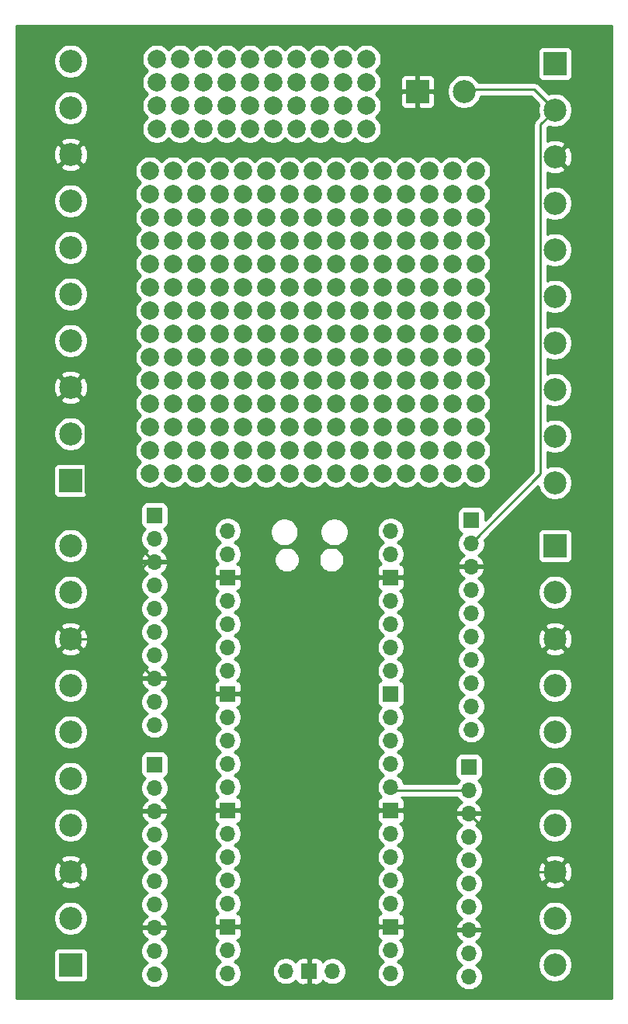
<source format=gbr>
%TF.GenerationSoftware,KiCad,Pcbnew,(5.1.6)-1*%
%TF.CreationDate,2021-02-04T13:55:20-05:00*%
%TF.ProjectId,MKME Pico Breakout,4d4b4d45-2050-4696-936f-20427265616b,rev?*%
%TF.SameCoordinates,Original*%
%TF.FileFunction,Copper,L2,Bot*%
%TF.FilePolarity,Positive*%
%FSLAX46Y46*%
G04 Gerber Fmt 4.6, Leading zero omitted, Abs format (unit mm)*
G04 Created by KiCad (PCBNEW (5.1.6)-1) date 2021-02-04 13:55:20*
%MOMM*%
%LPD*%
G01*
G04 APERTURE LIST*
%TA.AperFunction,ComponentPad*%
%ADD10O,1.700000X1.700000*%
%TD*%
%TA.AperFunction,ComponentPad*%
%ADD11R,1.700000X1.700000*%
%TD*%
%TA.AperFunction,ComponentPad*%
%ADD12C,2.000000*%
%TD*%
%TA.AperFunction,ComponentPad*%
%ADD13R,2.500000X2.500000*%
%TD*%
%TA.AperFunction,ComponentPad*%
%ADD14C,2.500000*%
%TD*%
%TA.AperFunction,Conductor*%
%ADD15C,0.250000*%
%TD*%
%TA.AperFunction,Conductor*%
%ADD16C,0.254000*%
%TD*%
G04 APERTURE END LIST*
D10*
%TO.P,U1,1*%
%TO.N,GPIO0*%
X140572000Y-86258001D03*
%TO.P,U1,2*%
%TO.N,GPIO1*%
X140572000Y-88798001D03*
D11*
%TO.P,U1,3*%
%TO.N,GND*%
X140572000Y-91338001D03*
D10*
%TO.P,U1,4*%
%TO.N,GPIO2*%
X140572000Y-93878001D03*
%TO.P,U1,5*%
%TO.N,GPIO3*%
X140572000Y-96418001D03*
%TO.P,U1,6*%
%TO.N,GPIO4*%
X140572000Y-98958001D03*
%TO.P,U1,7*%
%TO.N,GPIO5*%
X140572000Y-101498001D03*
D11*
%TO.P,U1,8*%
%TO.N,GND*%
X140572000Y-104038001D03*
D10*
%TO.P,U1,9*%
%TO.N,GPIO6*%
X140572000Y-106578001D03*
%TO.P,U1,10*%
%TO.N,GPIO7*%
X140572000Y-109118001D03*
%TO.P,U1,11*%
%TO.N,GPIO8*%
X140572000Y-111658001D03*
%TO.P,U1,12*%
%TO.N,GPIO9*%
X140572000Y-114198001D03*
D11*
%TO.P,U1,13*%
%TO.N,GND*%
X140572000Y-116738001D03*
D10*
%TO.P,U1,14*%
%TO.N,GPIO10*%
X140572000Y-119278001D03*
%TO.P,U1,15*%
%TO.N,GPIO11*%
X140572000Y-121818001D03*
%TO.P,U1,16*%
%TO.N,GPIO12*%
X140572000Y-124358001D03*
%TO.P,U1,17*%
%TO.N,GPIO13*%
X140572000Y-126898001D03*
D11*
%TO.P,U1,18*%
%TO.N,GND*%
X140572000Y-129438001D03*
D10*
%TO.P,U1,19*%
%TO.N,GPIO14*%
X140572000Y-131978001D03*
%TO.P,U1,20*%
%TO.N,GPIO15*%
X140572000Y-134518001D03*
%TO.P,U1,21*%
%TO.N,GPIO16*%
X158352000Y-134518001D03*
%TO.P,U1,22*%
%TO.N,GPIO17*%
X158352000Y-131978001D03*
D11*
%TO.P,U1,23*%
%TO.N,GND*%
X158352000Y-129438001D03*
D10*
%TO.P,U1,24*%
%TO.N,GPIO18*%
X158352000Y-126898001D03*
%TO.P,U1,25*%
%TO.N,GPIO19*%
X158352000Y-124358001D03*
%TO.P,U1,26*%
%TO.N,GPIO20*%
X158352000Y-121818001D03*
%TO.P,U1,27*%
%TO.N,GPIO21*%
X158352000Y-119278001D03*
D11*
%TO.P,U1,28*%
%TO.N,GND*%
X158352000Y-116738001D03*
D10*
%TO.P,U1,29*%
%TO.N,GPIO22*%
X158352000Y-114198001D03*
%TO.P,U1,30*%
%TO.N,RUN*%
X158352000Y-111658001D03*
%TO.P,U1,31*%
%TO.N,GPIO26_ADC0*%
X158352000Y-109118001D03*
%TO.P,U1,32*%
%TO.N,GPIO27_ADC1*%
X158352000Y-106578001D03*
D11*
%TO.P,U1,33*%
%TO.N,AGND*%
X158352000Y-104038001D03*
D10*
%TO.P,U1,34*%
%TO.N,GPIO28_ADC2*%
X158352000Y-101498001D03*
%TO.P,U1,35*%
%TO.N,ADC_VREF*%
X158352000Y-98958001D03*
%TO.P,U1,36*%
%TO.N,3v3*%
X158352000Y-96418001D03*
%TO.P,U1,37*%
%TO.N,3V3_EN*%
X158352000Y-93878001D03*
D11*
%TO.P,U1,38*%
%TO.N,GND*%
X158352000Y-91338001D03*
D10*
%TO.P,U1,39*%
%TO.N,VSYS*%
X158352000Y-88798001D03*
%TO.P,U1,40*%
%TO.N,VBUS*%
X158352000Y-86258001D03*
%TO.P,U1,41*%
%TO.N,Net-(U1-Pad41)*%
X146922000Y-134288001D03*
D11*
%TO.P,U1,42*%
%TO.N,GND*%
X149462000Y-134288001D03*
D10*
%TO.P,U1,43*%
%TO.N,Net-(U1-Pad43)*%
X152002000Y-134288001D03*
%TD*%
D12*
%TO.P,REF\u002A\u002A,1*%
%TO.N,N/C*%
X155702000Y-42418000D03*
%TD*%
%TO.P,REF\u002A\u002A,1*%
%TO.N,N/C*%
X153162000Y-42418000D03*
%TD*%
%TO.P,REF\u002A\u002A,1*%
%TO.N,N/C*%
X150622000Y-42418000D03*
%TD*%
%TO.P,REF\u002A\u002A,1*%
%TO.N,N/C*%
X148082000Y-42418000D03*
%TD*%
%TO.P,REF\u002A\u002A,1*%
%TO.N,N/C*%
X145542000Y-42418000D03*
%TD*%
%TO.P,REF\u002A\u002A,1*%
%TO.N,N/C*%
X143002000Y-42418000D03*
%TD*%
%TO.P,REF\u002A\u002A,1*%
%TO.N,N/C*%
X140462000Y-42418000D03*
%TD*%
%TO.P,REF\u002A\u002A,1*%
%TO.N,N/C*%
X137922000Y-42418000D03*
%TD*%
%TO.P,REF\u002A\u002A,1*%
%TO.N,N/C*%
X135382000Y-42418000D03*
%TD*%
%TO.P,REF\u002A\u002A,1*%
%TO.N,N/C*%
X132842000Y-42418000D03*
%TD*%
%TO.P,REF\u002A\u002A,1*%
%TO.N,N/C*%
X155702000Y-39878000D03*
%TD*%
%TO.P,REF\u002A\u002A,1*%
%TO.N,N/C*%
X153162000Y-39878000D03*
%TD*%
%TO.P,REF\u002A\u002A,1*%
%TO.N,N/C*%
X150622000Y-39878000D03*
%TD*%
%TO.P,REF\u002A\u002A,1*%
%TO.N,N/C*%
X148082000Y-39878000D03*
%TD*%
%TO.P,REF\u002A\u002A,1*%
%TO.N,N/C*%
X145542000Y-39878000D03*
%TD*%
%TO.P,REF\u002A\u002A,1*%
%TO.N,N/C*%
X143002000Y-39878000D03*
%TD*%
%TO.P,REF\u002A\u002A,1*%
%TO.N,N/C*%
X140462000Y-39878000D03*
%TD*%
%TO.P,REF\u002A\u002A,1*%
%TO.N,N/C*%
X137922000Y-39878000D03*
%TD*%
%TO.P,REF\u002A\u002A,1*%
%TO.N,N/C*%
X135382000Y-39878000D03*
%TD*%
%TO.P,REF\u002A\u002A,1*%
%TO.N,N/C*%
X132842000Y-39878000D03*
%TD*%
%TO.P,REF\u002A\u002A,1*%
%TO.N,N/C*%
X155702000Y-37338000D03*
%TD*%
%TO.P,REF\u002A\u002A,1*%
%TO.N,N/C*%
X153162000Y-37338000D03*
%TD*%
%TO.P,REF\u002A\u002A,1*%
%TO.N,N/C*%
X150622000Y-37338000D03*
%TD*%
%TO.P,REF\u002A\u002A,1*%
%TO.N,N/C*%
X148082000Y-37338000D03*
%TD*%
%TO.P,REF\u002A\u002A,1*%
%TO.N,N/C*%
X145542000Y-37338000D03*
%TD*%
%TO.P,REF\u002A\u002A,1*%
%TO.N,N/C*%
X143002000Y-37338000D03*
%TD*%
%TO.P,REF\u002A\u002A,1*%
%TO.N,N/C*%
X140462000Y-37338000D03*
%TD*%
%TO.P,REF\u002A\u002A,1*%
%TO.N,N/C*%
X137922000Y-37338000D03*
%TD*%
%TO.P,REF\u002A\u002A,1*%
%TO.N,N/C*%
X135382000Y-37338000D03*
%TD*%
%TO.P,REF\u002A\u002A,1*%
%TO.N,N/C*%
X132842000Y-37338000D03*
%TD*%
%TO.P,REF\u002A\u002A,1*%
%TO.N,N/C*%
X155702000Y-34798000D03*
%TD*%
%TO.P,REF\u002A\u002A,1*%
%TO.N,N/C*%
X153162000Y-34798000D03*
%TD*%
%TO.P,REF\u002A\u002A,1*%
%TO.N,N/C*%
X150622000Y-34798000D03*
%TD*%
%TO.P,REF\u002A\u002A,1*%
%TO.N,N/C*%
X148082000Y-34798000D03*
%TD*%
%TO.P,REF\u002A\u002A,1*%
%TO.N,N/C*%
X145542000Y-34798000D03*
%TD*%
%TO.P,REF\u002A\u002A,1*%
%TO.N,N/C*%
X143002000Y-34798000D03*
%TD*%
%TO.P,REF\u002A\u002A,1*%
%TO.N,N/C*%
X140462000Y-34798000D03*
%TD*%
%TO.P,REF\u002A\u002A,1*%
%TO.N,N/C*%
X137922000Y-34798000D03*
%TD*%
%TO.P,REF\u002A\u002A,1*%
%TO.N,N/C*%
X135382000Y-34798000D03*
%TD*%
%TO.P,REF\u002A\u002A,1*%
%TO.N,N/C*%
X132842000Y-34798000D03*
%TD*%
%TO.P,REF\u002A\u002A,1*%
%TO.N,N/C*%
X167640000Y-80010000D03*
%TD*%
%TO.P,REF\u002A\u002A,1*%
%TO.N,N/C*%
X165100000Y-80010000D03*
%TD*%
%TO.P,REF\u002A\u002A,1*%
%TO.N,N/C*%
X162560000Y-80010000D03*
%TD*%
%TO.P,REF\u002A\u002A,1*%
%TO.N,N/C*%
X160020000Y-80010000D03*
%TD*%
%TO.P,REF\u002A\u002A,1*%
%TO.N,N/C*%
X157480000Y-80010000D03*
%TD*%
%TO.P,REF\u002A\u002A,1*%
%TO.N,N/C*%
X154940000Y-80010000D03*
%TD*%
%TO.P,REF\u002A\u002A,1*%
%TO.N,N/C*%
X152400000Y-80010000D03*
%TD*%
%TO.P,REF\u002A\u002A,1*%
%TO.N,N/C*%
X149860000Y-80010000D03*
%TD*%
%TO.P,REF\u002A\u002A,1*%
%TO.N,N/C*%
X147320000Y-80010000D03*
%TD*%
%TO.P,REF\u002A\u002A,1*%
%TO.N,N/C*%
X144780000Y-80010000D03*
%TD*%
%TO.P,REF\u002A\u002A,1*%
%TO.N,N/C*%
X142240000Y-80010000D03*
%TD*%
%TO.P,REF\u002A\u002A,1*%
%TO.N,N/C*%
X139700000Y-80010000D03*
%TD*%
%TO.P,REF\u002A\u002A,1*%
%TO.N,N/C*%
X137160000Y-80010000D03*
%TD*%
%TO.P,REF\u002A\u002A,1*%
%TO.N,N/C*%
X134620000Y-80010000D03*
%TD*%
%TO.P,REF\u002A\u002A,1*%
%TO.N,N/C*%
X132080000Y-80010000D03*
%TD*%
%TO.P,REF\u002A\u002A,1*%
%TO.N,N/C*%
X167640000Y-77470000D03*
%TD*%
%TO.P,REF\u002A\u002A,1*%
%TO.N,N/C*%
X165100000Y-77470000D03*
%TD*%
%TO.P,REF\u002A\u002A,1*%
%TO.N,N/C*%
X162560000Y-77470000D03*
%TD*%
%TO.P,REF\u002A\u002A,1*%
%TO.N,N/C*%
X160020000Y-77470000D03*
%TD*%
%TO.P,REF\u002A\u002A,1*%
%TO.N,N/C*%
X157480000Y-77470000D03*
%TD*%
%TO.P,REF\u002A\u002A,1*%
%TO.N,N/C*%
X154940000Y-77470000D03*
%TD*%
%TO.P,REF\u002A\u002A,1*%
%TO.N,N/C*%
X152400000Y-77470000D03*
%TD*%
%TO.P,REF\u002A\u002A,1*%
%TO.N,N/C*%
X149860000Y-77470000D03*
%TD*%
%TO.P,REF\u002A\u002A,1*%
%TO.N,N/C*%
X147320000Y-77470000D03*
%TD*%
%TO.P,REF\u002A\u002A,1*%
%TO.N,N/C*%
X144780000Y-77470000D03*
%TD*%
%TO.P,REF\u002A\u002A,1*%
%TO.N,N/C*%
X142240000Y-77470000D03*
%TD*%
%TO.P,REF\u002A\u002A,1*%
%TO.N,N/C*%
X139700000Y-77470000D03*
%TD*%
%TO.P,REF\u002A\u002A,1*%
%TO.N,N/C*%
X137160000Y-77470000D03*
%TD*%
%TO.P,REF\u002A\u002A,1*%
%TO.N,N/C*%
X134620000Y-77470000D03*
%TD*%
%TO.P,REF\u002A\u002A,1*%
%TO.N,N/C*%
X132080000Y-77470000D03*
%TD*%
%TO.P,REF\u002A\u002A,1*%
%TO.N,N/C*%
X167640000Y-74930000D03*
%TD*%
%TO.P,REF\u002A\u002A,1*%
%TO.N,N/C*%
X165100000Y-74930000D03*
%TD*%
%TO.P,REF\u002A\u002A,1*%
%TO.N,N/C*%
X162560000Y-74930000D03*
%TD*%
%TO.P,REF\u002A\u002A,1*%
%TO.N,N/C*%
X160020000Y-74930000D03*
%TD*%
%TO.P,REF\u002A\u002A,1*%
%TO.N,N/C*%
X157480000Y-74930000D03*
%TD*%
%TO.P,REF\u002A\u002A,1*%
%TO.N,N/C*%
X154940000Y-74930000D03*
%TD*%
%TO.P,REF\u002A\u002A,1*%
%TO.N,N/C*%
X152400000Y-74930000D03*
%TD*%
%TO.P,REF\u002A\u002A,1*%
%TO.N,N/C*%
X149860000Y-74930000D03*
%TD*%
%TO.P,REF\u002A\u002A,1*%
%TO.N,N/C*%
X147320000Y-74930000D03*
%TD*%
%TO.P,REF\u002A\u002A,1*%
%TO.N,N/C*%
X144780000Y-74930000D03*
%TD*%
%TO.P,REF\u002A\u002A,1*%
%TO.N,N/C*%
X142240000Y-74930000D03*
%TD*%
%TO.P,REF\u002A\u002A,1*%
%TO.N,N/C*%
X139700000Y-74930000D03*
%TD*%
%TO.P,REF\u002A\u002A,1*%
%TO.N,N/C*%
X137160000Y-74930000D03*
%TD*%
%TO.P,REF\u002A\u002A,1*%
%TO.N,N/C*%
X134620000Y-74930000D03*
%TD*%
%TO.P,REF\u002A\u002A,1*%
%TO.N,N/C*%
X132080000Y-74930000D03*
%TD*%
%TO.P,REF\u002A\u002A,1*%
%TO.N,N/C*%
X167640000Y-72390000D03*
%TD*%
%TO.P,REF\u002A\u002A,1*%
%TO.N,N/C*%
X165100000Y-72390000D03*
%TD*%
%TO.P,REF\u002A\u002A,1*%
%TO.N,N/C*%
X162560000Y-72390000D03*
%TD*%
%TO.P,REF\u002A\u002A,1*%
%TO.N,N/C*%
X160020000Y-72390000D03*
%TD*%
%TO.P,REF\u002A\u002A,1*%
%TO.N,N/C*%
X157480000Y-72390000D03*
%TD*%
%TO.P,REF\u002A\u002A,1*%
%TO.N,N/C*%
X154940000Y-72390000D03*
%TD*%
%TO.P,REF\u002A\u002A,1*%
%TO.N,N/C*%
X152400000Y-72390000D03*
%TD*%
%TO.P,REF\u002A\u002A,1*%
%TO.N,N/C*%
X149860000Y-72390000D03*
%TD*%
%TO.P,REF\u002A\u002A,1*%
%TO.N,N/C*%
X147320000Y-72390000D03*
%TD*%
%TO.P,REF\u002A\u002A,1*%
%TO.N,N/C*%
X144780000Y-72390000D03*
%TD*%
%TO.P,REF\u002A\u002A,1*%
%TO.N,N/C*%
X142240000Y-72390000D03*
%TD*%
%TO.P,REF\u002A\u002A,1*%
%TO.N,N/C*%
X139700000Y-72390000D03*
%TD*%
%TO.P,REF\u002A\u002A,1*%
%TO.N,N/C*%
X137160000Y-72390000D03*
%TD*%
%TO.P,REF\u002A\u002A,1*%
%TO.N,N/C*%
X134620000Y-72390000D03*
%TD*%
%TO.P,REF\u002A\u002A,1*%
%TO.N,N/C*%
X132080000Y-72390000D03*
%TD*%
%TO.P,REF\u002A\u002A,1*%
%TO.N,N/C*%
X167640000Y-69850000D03*
%TD*%
%TO.P,REF\u002A\u002A,1*%
%TO.N,N/C*%
X165100000Y-69850000D03*
%TD*%
%TO.P,REF\u002A\u002A,1*%
%TO.N,N/C*%
X162560000Y-69850000D03*
%TD*%
%TO.P,REF\u002A\u002A,1*%
%TO.N,N/C*%
X160020000Y-69850000D03*
%TD*%
%TO.P,REF\u002A\u002A,1*%
%TO.N,N/C*%
X157480000Y-69850000D03*
%TD*%
%TO.P,REF\u002A\u002A,1*%
%TO.N,N/C*%
X154940000Y-69850000D03*
%TD*%
%TO.P,REF\u002A\u002A,1*%
%TO.N,N/C*%
X152400000Y-69850000D03*
%TD*%
%TO.P,REF\u002A\u002A,1*%
%TO.N,N/C*%
X149860000Y-69850000D03*
%TD*%
%TO.P,REF\u002A\u002A,1*%
%TO.N,N/C*%
X147320000Y-69850000D03*
%TD*%
%TO.P,REF\u002A\u002A,1*%
%TO.N,N/C*%
X144780000Y-69850000D03*
%TD*%
%TO.P,REF\u002A\u002A,1*%
%TO.N,N/C*%
X142240000Y-69850000D03*
%TD*%
%TO.P,REF\u002A\u002A,1*%
%TO.N,N/C*%
X139700000Y-69850000D03*
%TD*%
%TO.P,REF\u002A\u002A,1*%
%TO.N,N/C*%
X137160000Y-69850000D03*
%TD*%
%TO.P,REF\u002A\u002A,1*%
%TO.N,N/C*%
X134620000Y-69850000D03*
%TD*%
%TO.P,REF\u002A\u002A,1*%
%TO.N,N/C*%
X132080000Y-69850000D03*
%TD*%
%TO.P,REF\u002A\u002A,1*%
%TO.N,N/C*%
X167640000Y-67310000D03*
%TD*%
%TO.P,REF\u002A\u002A,1*%
%TO.N,N/C*%
X165100000Y-67310000D03*
%TD*%
%TO.P,REF\u002A\u002A,1*%
%TO.N,N/C*%
X162560000Y-67310000D03*
%TD*%
%TO.P,REF\u002A\u002A,1*%
%TO.N,N/C*%
X160020000Y-67310000D03*
%TD*%
%TO.P,REF\u002A\u002A,1*%
%TO.N,N/C*%
X157480000Y-67310000D03*
%TD*%
%TO.P,REF\u002A\u002A,1*%
%TO.N,N/C*%
X154940000Y-67310000D03*
%TD*%
%TO.P,REF\u002A\u002A,1*%
%TO.N,N/C*%
X152400000Y-67310000D03*
%TD*%
%TO.P,REF\u002A\u002A,1*%
%TO.N,N/C*%
X149860000Y-67310000D03*
%TD*%
%TO.P,REF\u002A\u002A,1*%
%TO.N,N/C*%
X147320000Y-67310000D03*
%TD*%
%TO.P,REF\u002A\u002A,1*%
%TO.N,N/C*%
X144780000Y-67310000D03*
%TD*%
%TO.P,REF\u002A\u002A,1*%
%TO.N,N/C*%
X142240000Y-67310000D03*
%TD*%
%TO.P,REF\u002A\u002A,1*%
%TO.N,N/C*%
X139700000Y-67310000D03*
%TD*%
%TO.P,REF\u002A\u002A,1*%
%TO.N,N/C*%
X137160000Y-67310000D03*
%TD*%
%TO.P,REF\u002A\u002A,1*%
%TO.N,N/C*%
X134620000Y-67310000D03*
%TD*%
%TO.P,REF\u002A\u002A,1*%
%TO.N,N/C*%
X132080000Y-67310000D03*
%TD*%
%TO.P,REF\u002A\u002A,1*%
%TO.N,N/C*%
X167640000Y-64770000D03*
%TD*%
%TO.P,REF\u002A\u002A,1*%
%TO.N,N/C*%
X165100000Y-64770000D03*
%TD*%
%TO.P,REF\u002A\u002A,1*%
%TO.N,N/C*%
X162560000Y-64770000D03*
%TD*%
%TO.P,REF\u002A\u002A,1*%
%TO.N,N/C*%
X160020000Y-64770000D03*
%TD*%
%TO.P,REF\u002A\u002A,1*%
%TO.N,N/C*%
X157480000Y-64770000D03*
%TD*%
%TO.P,REF\u002A\u002A,1*%
%TO.N,N/C*%
X154940000Y-64770000D03*
%TD*%
%TO.P,REF\u002A\u002A,1*%
%TO.N,N/C*%
X152400000Y-64770000D03*
%TD*%
%TO.P,REF\u002A\u002A,1*%
%TO.N,N/C*%
X149860000Y-64770000D03*
%TD*%
%TO.P,REF\u002A\u002A,1*%
%TO.N,N/C*%
X147320000Y-64770000D03*
%TD*%
%TO.P,REF\u002A\u002A,1*%
%TO.N,N/C*%
X144780000Y-64770000D03*
%TD*%
%TO.P,REF\u002A\u002A,1*%
%TO.N,N/C*%
X142240000Y-64770000D03*
%TD*%
%TO.P,REF\u002A\u002A,1*%
%TO.N,N/C*%
X139700000Y-64770000D03*
%TD*%
%TO.P,REF\u002A\u002A,1*%
%TO.N,N/C*%
X137160000Y-64770000D03*
%TD*%
%TO.P,REF\u002A\u002A,1*%
%TO.N,N/C*%
X134620000Y-64770000D03*
%TD*%
%TO.P,REF\u002A\u002A,1*%
%TO.N,N/C*%
X132080000Y-64770000D03*
%TD*%
%TO.P,REF\u002A\u002A,1*%
%TO.N,N/C*%
X167640000Y-62230000D03*
%TD*%
%TO.P,REF\u002A\u002A,1*%
%TO.N,N/C*%
X165100000Y-62230000D03*
%TD*%
%TO.P,REF\u002A\u002A,1*%
%TO.N,N/C*%
X162560000Y-62230000D03*
%TD*%
%TO.P,REF\u002A\u002A,1*%
%TO.N,N/C*%
X160020000Y-62230000D03*
%TD*%
%TO.P,REF\u002A\u002A,1*%
%TO.N,N/C*%
X157480000Y-62230000D03*
%TD*%
%TO.P,REF\u002A\u002A,1*%
%TO.N,N/C*%
X154940000Y-62230000D03*
%TD*%
%TO.P,REF\u002A\u002A,1*%
%TO.N,N/C*%
X152400000Y-62230000D03*
%TD*%
%TO.P,REF\u002A\u002A,1*%
%TO.N,N/C*%
X149860000Y-62230000D03*
%TD*%
%TO.P,REF\u002A\u002A,1*%
%TO.N,N/C*%
X147320000Y-62230000D03*
%TD*%
%TO.P,REF\u002A\u002A,1*%
%TO.N,N/C*%
X144780000Y-62230000D03*
%TD*%
%TO.P,REF\u002A\u002A,1*%
%TO.N,N/C*%
X142240000Y-62230000D03*
%TD*%
%TO.P,REF\u002A\u002A,1*%
%TO.N,N/C*%
X139700000Y-62230000D03*
%TD*%
%TO.P,REF\u002A\u002A,1*%
%TO.N,N/C*%
X137160000Y-62230000D03*
%TD*%
%TO.P,REF\u002A\u002A,1*%
%TO.N,N/C*%
X134620000Y-62230000D03*
%TD*%
%TO.P,REF\u002A\u002A,1*%
%TO.N,N/C*%
X132080000Y-62230000D03*
%TD*%
%TO.P,REF\u002A\u002A,1*%
%TO.N,N/C*%
X167640000Y-59690000D03*
%TD*%
%TO.P,REF\u002A\u002A,1*%
%TO.N,N/C*%
X165100000Y-59690000D03*
%TD*%
%TO.P,REF\u002A\u002A,1*%
%TO.N,N/C*%
X162560000Y-59690000D03*
%TD*%
%TO.P,REF\u002A\u002A,1*%
%TO.N,N/C*%
X160020000Y-59690000D03*
%TD*%
%TO.P,REF\u002A\u002A,1*%
%TO.N,N/C*%
X157480000Y-59690000D03*
%TD*%
%TO.P,REF\u002A\u002A,1*%
%TO.N,N/C*%
X154940000Y-59690000D03*
%TD*%
%TO.P,REF\u002A\u002A,1*%
%TO.N,N/C*%
X152400000Y-59690000D03*
%TD*%
%TO.P,REF\u002A\u002A,1*%
%TO.N,N/C*%
X149860000Y-59690000D03*
%TD*%
%TO.P,REF\u002A\u002A,1*%
%TO.N,N/C*%
X147320000Y-59690000D03*
%TD*%
%TO.P,REF\u002A\u002A,1*%
%TO.N,N/C*%
X144780000Y-59690000D03*
%TD*%
%TO.P,REF\u002A\u002A,1*%
%TO.N,N/C*%
X142240000Y-59690000D03*
%TD*%
%TO.P,REF\u002A\u002A,1*%
%TO.N,N/C*%
X139700000Y-59690000D03*
%TD*%
%TO.P,REF\u002A\u002A,1*%
%TO.N,N/C*%
X137160000Y-59690000D03*
%TD*%
%TO.P,REF\u002A\u002A,1*%
%TO.N,N/C*%
X134620000Y-59690000D03*
%TD*%
%TO.P,REF\u002A\u002A,1*%
%TO.N,N/C*%
X132080000Y-59690000D03*
%TD*%
%TO.P,REF\u002A\u002A,1*%
%TO.N,N/C*%
X167640000Y-57150000D03*
%TD*%
%TO.P,REF\u002A\u002A,1*%
%TO.N,N/C*%
X165100000Y-57150000D03*
%TD*%
%TO.P,REF\u002A\u002A,1*%
%TO.N,N/C*%
X162560000Y-57150000D03*
%TD*%
%TO.P,REF\u002A\u002A,1*%
%TO.N,N/C*%
X160020000Y-57150000D03*
%TD*%
%TO.P,REF\u002A\u002A,1*%
%TO.N,N/C*%
X157480000Y-57150000D03*
%TD*%
%TO.P,REF\u002A\u002A,1*%
%TO.N,N/C*%
X154940000Y-57150000D03*
%TD*%
%TO.P,REF\u002A\u002A,1*%
%TO.N,N/C*%
X152400000Y-57150000D03*
%TD*%
%TO.P,REF\u002A\u002A,1*%
%TO.N,N/C*%
X149860000Y-57150000D03*
%TD*%
%TO.P,REF\u002A\u002A,1*%
%TO.N,N/C*%
X147320000Y-57150000D03*
%TD*%
%TO.P,REF\u002A\u002A,1*%
%TO.N,N/C*%
X144780000Y-57150000D03*
%TD*%
%TO.P,REF\u002A\u002A,1*%
%TO.N,N/C*%
X142240000Y-57150000D03*
%TD*%
%TO.P,REF\u002A\u002A,1*%
%TO.N,N/C*%
X139700000Y-57150000D03*
%TD*%
%TO.P,REF\u002A\u002A,1*%
%TO.N,N/C*%
X137160000Y-57150000D03*
%TD*%
%TO.P,REF\u002A\u002A,1*%
%TO.N,N/C*%
X134620000Y-57150000D03*
%TD*%
%TO.P,REF\u002A\u002A,1*%
%TO.N,N/C*%
X132080000Y-57150000D03*
%TD*%
%TO.P,REF\u002A\u002A,1*%
%TO.N,N/C*%
X167640000Y-54610000D03*
%TD*%
%TO.P,REF\u002A\u002A,1*%
%TO.N,N/C*%
X165100000Y-54610000D03*
%TD*%
%TO.P,REF\u002A\u002A,1*%
%TO.N,N/C*%
X162560000Y-54610000D03*
%TD*%
%TO.P,REF\u002A\u002A,1*%
%TO.N,N/C*%
X160020000Y-54610000D03*
%TD*%
%TO.P,REF\u002A\u002A,1*%
%TO.N,N/C*%
X157480000Y-54610000D03*
%TD*%
%TO.P,REF\u002A\u002A,1*%
%TO.N,N/C*%
X154940000Y-54610000D03*
%TD*%
%TO.P,REF\u002A\u002A,1*%
%TO.N,N/C*%
X152400000Y-54610000D03*
%TD*%
%TO.P,REF\u002A\u002A,1*%
%TO.N,N/C*%
X149860000Y-54610000D03*
%TD*%
%TO.P,REF\u002A\u002A,1*%
%TO.N,N/C*%
X147320000Y-54610000D03*
%TD*%
%TO.P,REF\u002A\u002A,1*%
%TO.N,N/C*%
X144780000Y-54610000D03*
%TD*%
%TO.P,REF\u002A\u002A,1*%
%TO.N,N/C*%
X142240000Y-54610000D03*
%TD*%
%TO.P,REF\u002A\u002A,1*%
%TO.N,N/C*%
X139700000Y-54610000D03*
%TD*%
%TO.P,REF\u002A\u002A,1*%
%TO.N,N/C*%
X137160000Y-54610000D03*
%TD*%
%TO.P,REF\u002A\u002A,1*%
%TO.N,N/C*%
X134620000Y-54610000D03*
%TD*%
%TO.P,REF\u002A\u002A,1*%
%TO.N,N/C*%
X132080000Y-54610000D03*
%TD*%
%TO.P,REF\u002A\u002A,1*%
%TO.N,N/C*%
X167640000Y-52070000D03*
%TD*%
%TO.P,REF\u002A\u002A,1*%
%TO.N,N/C*%
X165100000Y-52070000D03*
%TD*%
%TO.P,REF\u002A\u002A,1*%
%TO.N,N/C*%
X162560000Y-52070000D03*
%TD*%
%TO.P,REF\u002A\u002A,1*%
%TO.N,N/C*%
X160020000Y-52070000D03*
%TD*%
%TO.P,REF\u002A\u002A,1*%
%TO.N,N/C*%
X157480000Y-52070000D03*
%TD*%
%TO.P,REF\u002A\u002A,1*%
%TO.N,N/C*%
X154940000Y-52070000D03*
%TD*%
%TO.P,REF\u002A\u002A,1*%
%TO.N,N/C*%
X152400000Y-52070000D03*
%TD*%
%TO.P,REF\u002A\u002A,1*%
%TO.N,N/C*%
X149860000Y-52070000D03*
%TD*%
%TO.P,REF\u002A\u002A,1*%
%TO.N,N/C*%
X147320000Y-52070000D03*
%TD*%
%TO.P,REF\u002A\u002A,1*%
%TO.N,N/C*%
X144780000Y-52070000D03*
%TD*%
%TO.P,REF\u002A\u002A,1*%
%TO.N,N/C*%
X142240000Y-52070000D03*
%TD*%
%TO.P,REF\u002A\u002A,1*%
%TO.N,N/C*%
X139700000Y-52070000D03*
%TD*%
%TO.P,REF\u002A\u002A,1*%
%TO.N,N/C*%
X137160000Y-52070000D03*
%TD*%
%TO.P,REF\u002A\u002A,1*%
%TO.N,N/C*%
X134620000Y-52070000D03*
%TD*%
%TO.P,REF\u002A\u002A,1*%
%TO.N,N/C*%
X132080000Y-52070000D03*
%TD*%
%TO.P,REF\u002A\u002A,1*%
%TO.N,N/C*%
X167640000Y-49530000D03*
%TD*%
%TO.P,REF\u002A\u002A,1*%
%TO.N,N/C*%
X165100000Y-49530000D03*
%TD*%
%TO.P,REF\u002A\u002A,1*%
%TO.N,N/C*%
X162560000Y-49530000D03*
%TD*%
%TO.P,REF\u002A\u002A,1*%
%TO.N,N/C*%
X160020000Y-49530000D03*
%TD*%
%TO.P,REF\u002A\u002A,1*%
%TO.N,N/C*%
X157480000Y-49530000D03*
%TD*%
%TO.P,REF\u002A\u002A,1*%
%TO.N,N/C*%
X154940000Y-49530000D03*
%TD*%
%TO.P,REF\u002A\u002A,1*%
%TO.N,N/C*%
X152400000Y-49530000D03*
%TD*%
%TO.P,REF\u002A\u002A,1*%
%TO.N,N/C*%
X149860000Y-49530000D03*
%TD*%
%TO.P,REF\u002A\u002A,1*%
%TO.N,N/C*%
X147320000Y-49530000D03*
%TD*%
%TO.P,REF\u002A\u002A,1*%
%TO.N,N/C*%
X144780000Y-49530000D03*
%TD*%
%TO.P,REF\u002A\u002A,1*%
%TO.N,N/C*%
X142240000Y-49530000D03*
%TD*%
%TO.P,REF\u002A\u002A,1*%
%TO.N,N/C*%
X139700000Y-49530000D03*
%TD*%
%TO.P,REF\u002A\u002A,1*%
%TO.N,N/C*%
X137160000Y-49530000D03*
%TD*%
%TO.P,REF\u002A\u002A,1*%
%TO.N,N/C*%
X134620000Y-49530000D03*
%TD*%
%TO.P,REF\u002A\u002A,1*%
%TO.N,N/C*%
X132080000Y-49530000D03*
%TD*%
%TO.P,REF\u002A\u002A,1*%
%TO.N,N/C*%
X167640000Y-46990000D03*
%TD*%
%TO.P,REF\u002A\u002A,1*%
%TO.N,N/C*%
X165100000Y-46990000D03*
%TD*%
%TO.P,REF\u002A\u002A,1*%
%TO.N,N/C*%
X162560000Y-46990000D03*
%TD*%
%TO.P,REF\u002A\u002A,1*%
%TO.N,N/C*%
X160020000Y-46990000D03*
%TD*%
%TO.P,REF\u002A\u002A,1*%
%TO.N,N/C*%
X157480000Y-46990000D03*
%TD*%
%TO.P,REF\u002A\u002A,1*%
%TO.N,N/C*%
X154940000Y-46990000D03*
%TD*%
%TO.P,REF\u002A\u002A,1*%
%TO.N,N/C*%
X152400000Y-46990000D03*
%TD*%
%TO.P,REF\u002A\u002A,1*%
%TO.N,N/C*%
X149860000Y-46990000D03*
%TD*%
%TO.P,REF\u002A\u002A,1*%
%TO.N,N/C*%
X147320000Y-46990000D03*
%TD*%
%TO.P,REF\u002A\u002A,1*%
%TO.N,N/C*%
X144780000Y-46990000D03*
%TD*%
%TO.P,REF\u002A\u002A,1*%
%TO.N,N/C*%
X142240000Y-46990000D03*
%TD*%
%TO.P,REF\u002A\u002A,1*%
%TO.N,N/C*%
X139700000Y-46990000D03*
%TD*%
%TO.P,REF\u002A\u002A,1*%
%TO.N,N/C*%
X137160000Y-46990000D03*
%TD*%
%TO.P,REF\u002A\u002A,1*%
%TO.N,N/C*%
X134620000Y-46990000D03*
%TD*%
%TO.P,REF\u002A\u002A,1*%
%TO.N,N/C*%
X132080000Y-46990000D03*
%TD*%
D13*
%TO.P,J3,1*%
%TO.N,GND*%
X161290000Y-38354000D03*
D14*
%TO.P,J3,2*%
%TO.N,VSYS*%
X166370000Y-38354000D03*
%TD*%
D11*
%TO.P,J6,1*%
%TO.N,RUN*%
X166878000Y-112014000D03*
D10*
%TO.P,J6,2*%
%TO.N,GPIO22*%
X166878000Y-114554000D03*
%TO.P,J6,3*%
%TO.N,GND*%
X166878000Y-117094000D03*
%TO.P,J6,4*%
%TO.N,GPIO21*%
X166878000Y-119634000D03*
%TO.P,J6,5*%
%TO.N,GPIO20*%
X166878000Y-122174000D03*
%TO.P,J6,6*%
%TO.N,GPIO19*%
X166878000Y-124714000D03*
%TO.P,J6,7*%
%TO.N,GPIO18*%
X166878000Y-127254000D03*
%TO.P,J6,8*%
%TO.N,GND*%
X166878000Y-129794000D03*
%TO.P,J6,9*%
%TO.N,GPIO17*%
X166878000Y-132334000D03*
%TO.P,J6,10*%
%TO.N,GPIO16*%
X166878000Y-134874000D03*
%TD*%
%TO.P,J7,10*%
%TO.N,GPIO26_ADC0*%
X167132000Y-107950000D03*
%TO.P,J7,9*%
%TO.N,GPIO27_ADC1*%
X167132000Y-105410000D03*
%TO.P,J7,8*%
%TO.N,AGND*%
X167132000Y-102870000D03*
%TO.P,J7,7*%
%TO.N,GPIO28_ADC2*%
X167132000Y-100330000D03*
%TO.P,J7,6*%
%TO.N,ADC_VREF*%
X167132000Y-97790000D03*
%TO.P,J7,5*%
%TO.N,3v3*%
X167132000Y-95250000D03*
%TO.P,J7,4*%
%TO.N,3V3_EN*%
X167132000Y-92710000D03*
%TO.P,J7,3*%
%TO.N,GND*%
X167132000Y-90170000D03*
%TO.P,J7,2*%
%TO.N,VSYS*%
X167132000Y-87630000D03*
D11*
%TO.P,J7,1*%
%TO.N,VBUS*%
X167132000Y-85090000D03*
%TD*%
%TO.P,J2,1*%
%TO.N,GPIO8*%
X132588000Y-111760000D03*
D10*
%TO.P,J2,2*%
%TO.N,GPIO9*%
X132588000Y-114300000D03*
%TO.P,J2,3*%
%TO.N,GND*%
X132588000Y-116840000D03*
%TO.P,J2,4*%
%TO.N,GPIO10*%
X132588000Y-119380000D03*
%TO.P,J2,5*%
%TO.N,GPIO11*%
X132588000Y-121920000D03*
%TO.P,J2,6*%
%TO.N,GPIO12*%
X132588000Y-124460000D03*
%TO.P,J2,7*%
%TO.N,GPIO13*%
X132588000Y-127000000D03*
%TO.P,J2,8*%
%TO.N,GND*%
X132588000Y-129540000D03*
%TO.P,J2,9*%
%TO.N,GPIO14*%
X132588000Y-132080000D03*
%TO.P,J2,10*%
%TO.N,GPIO15*%
X132588000Y-134620000D03*
%TD*%
%TO.P,J5,10*%
%TO.N,GPIO7*%
X132588000Y-107442000D03*
%TO.P,J5,9*%
%TO.N,GPIO6*%
X132588000Y-104902000D03*
%TO.P,J5,8*%
%TO.N,GND*%
X132588000Y-102362000D03*
%TO.P,J5,7*%
%TO.N,GPIO5*%
X132588000Y-99822000D03*
%TO.P,J5,6*%
%TO.N,GPIO4*%
X132588000Y-97282000D03*
%TO.P,J5,5*%
%TO.N,GPIO3*%
X132588000Y-94742000D03*
%TO.P,J5,4*%
%TO.N,GPIO2*%
X132588000Y-92202000D03*
%TO.P,J5,3*%
%TO.N,GND*%
X132588000Y-89662000D03*
%TO.P,J5,2*%
%TO.N,GPIO1*%
X132588000Y-87122000D03*
D11*
%TO.P,J5,1*%
%TO.N,GPIO0*%
X132588000Y-84582000D03*
%TD*%
D13*
%TO.P,J1,1*%
%TO.N,GPIO15*%
X123444000Y-133604000D03*
D14*
%TO.P,J1,2*%
%TO.N,GPIO14*%
X123444000Y-128524000D03*
%TO.P,J1,3*%
%TO.N,GND*%
X123444000Y-123444000D03*
%TO.P,J1,4*%
%TO.N,GPIO13*%
X123444000Y-118364000D03*
%TO.P,J1,5*%
%TO.N,GPIO12*%
X123444000Y-113284000D03*
%TO.P,J1,6*%
%TO.N,GPIO11*%
X123444000Y-108204000D03*
%TO.P,J1,7*%
%TO.N,GPIO10*%
X123444000Y-103124000D03*
%TO.P,J1,8*%
%TO.N,GND*%
X123444000Y-98044000D03*
%TO.P,J1,9*%
%TO.N,GPIO9*%
X123444000Y-92964000D03*
%TO.P,J1,10*%
%TO.N,GPIO8*%
X123444000Y-87884000D03*
%TD*%
%TO.P,J4,10*%
%TO.N,GPIO0*%
X123444000Y-35052000D03*
%TO.P,J4,9*%
%TO.N,GPIO1*%
X123444000Y-40132000D03*
%TO.P,J4,8*%
%TO.N,GND*%
X123444000Y-45212000D03*
%TO.P,J4,7*%
%TO.N,GPIO2*%
X123444000Y-50292000D03*
%TO.P,J4,6*%
%TO.N,GPIO3*%
X123444000Y-55372000D03*
%TO.P,J4,5*%
%TO.N,GPIO4*%
X123444000Y-60452000D03*
%TO.P,J4,4*%
%TO.N,GPIO5*%
X123444000Y-65532000D03*
%TO.P,J4,3*%
%TO.N,GND*%
X123444000Y-70612000D03*
%TO.P,J4,2*%
%TO.N,GPIO6*%
X123444000Y-75692000D03*
D13*
%TO.P,J4,1*%
%TO.N,GPIO7*%
X123444000Y-80772000D03*
%TD*%
%TO.P,J8,1*%
%TO.N,RUN*%
X176276000Y-87884000D03*
D14*
%TO.P,J8,2*%
%TO.N,GPIO22*%
X176276000Y-92964000D03*
%TO.P,J8,3*%
%TO.N,GND*%
X176276000Y-98044000D03*
%TO.P,J8,4*%
%TO.N,GPIO21*%
X176276000Y-103124000D03*
%TO.P,J8,5*%
%TO.N,GPIO20*%
X176276000Y-108204000D03*
%TO.P,J8,6*%
%TO.N,GPIO19*%
X176276000Y-113284000D03*
%TO.P,J8,7*%
%TO.N,GPIO18*%
X176276000Y-118364000D03*
%TO.P,J8,8*%
%TO.N,GND*%
X176276000Y-123444000D03*
%TO.P,J8,9*%
%TO.N,GPIO17*%
X176276000Y-128524000D03*
%TO.P,J8,10*%
%TO.N,GPIO16*%
X176276000Y-133604000D03*
%TD*%
%TO.P,J9,10*%
%TO.N,GPIO26_ADC0*%
X176276000Y-81026000D03*
%TO.P,J9,9*%
%TO.N,GPIO27_ADC1*%
X176276000Y-75946000D03*
%TO.P,J9,8*%
%TO.N,AGND*%
X176276000Y-70866000D03*
%TO.P,J9,7*%
%TO.N,GPIO28_ADC2*%
X176276000Y-65786000D03*
%TO.P,J9,6*%
%TO.N,ADC_VREF*%
X176276000Y-60706000D03*
%TO.P,J9,5*%
%TO.N,3v3*%
X176276000Y-55626000D03*
%TO.P,J9,4*%
%TO.N,3V3_EN*%
X176276000Y-50546000D03*
%TO.P,J9,3*%
%TO.N,GND*%
X176276000Y-45466000D03*
%TO.P,J9,2*%
%TO.N,VSYS*%
X176276000Y-40386000D03*
D13*
%TO.P,J9,1*%
%TO.N,VBUS*%
X176276000Y-35306000D03*
%TD*%
D15*
%TO.N,GND*%
X125019001Y-72187001D02*
X125019001Y-82093001D01*
X125019001Y-82093001D02*
X132588000Y-89662000D01*
X123444000Y-70612000D02*
X125019001Y-72187001D01*
X128270000Y-98044000D02*
X132588000Y-102362000D01*
X123444000Y-98044000D02*
X128270000Y-98044000D01*
X130048000Y-116840000D02*
X123444000Y-123444000D01*
X132588000Y-116840000D02*
X130048000Y-116840000D01*
X140572000Y-129438001D02*
X146202001Y-129438001D01*
X149462000Y-132698000D02*
X149462000Y-134288001D01*
X146202001Y-129438001D02*
X149462000Y-132698000D01*
X158352000Y-129438001D02*
X140572000Y-129438001D01*
X173228000Y-123444000D02*
X166878000Y-117094000D01*
X176276000Y-123444000D02*
X173228000Y-123444000D01*
X168402000Y-90170000D02*
X167132000Y-90170000D01*
X176276000Y-98044000D02*
X168402000Y-90170000D01*
X131826000Y-89662000D02*
X132588000Y-89662000D01*
X123444000Y-98044000D02*
X131826000Y-89662000D01*
%TO.N,VSYS*%
X173990000Y-38100000D02*
X176276000Y-40386000D01*
X166878000Y-38100000D02*
X173990000Y-38100000D01*
X174700999Y-80061001D02*
X167132000Y-87630000D01*
X174700999Y-41961001D02*
X174700999Y-80061001D01*
X176276000Y-40386000D02*
X174700999Y-41961001D01*
%TO.N,GPIO22*%
X158707999Y-114554000D02*
X158352000Y-114198001D01*
X166878000Y-114554000D02*
X158707999Y-114554000D01*
%TD*%
D16*
%TO.N,GND*%
G36*
X182474001Y-137262000D02*
G01*
X117500000Y-137262000D01*
X117500000Y-132354000D01*
X121555928Y-132354000D01*
X121555928Y-134854000D01*
X121568188Y-134978482D01*
X121604498Y-135098180D01*
X121663463Y-135208494D01*
X121742815Y-135305185D01*
X121839506Y-135384537D01*
X121949820Y-135443502D01*
X122069518Y-135479812D01*
X122194000Y-135492072D01*
X124694000Y-135492072D01*
X124818482Y-135479812D01*
X124938180Y-135443502D01*
X125048494Y-135384537D01*
X125145185Y-135305185D01*
X125224537Y-135208494D01*
X125283502Y-135098180D01*
X125319812Y-134978482D01*
X125332072Y-134854000D01*
X125332072Y-132354000D01*
X125319812Y-132229518D01*
X125283502Y-132109820D01*
X125224537Y-131999506D01*
X125170565Y-131933740D01*
X131103000Y-131933740D01*
X131103000Y-132226260D01*
X131160068Y-132513158D01*
X131272010Y-132783411D01*
X131434525Y-133026632D01*
X131641368Y-133233475D01*
X131815760Y-133350000D01*
X131641368Y-133466525D01*
X131434525Y-133673368D01*
X131272010Y-133916589D01*
X131160068Y-134186842D01*
X131103000Y-134473740D01*
X131103000Y-134766260D01*
X131160068Y-135053158D01*
X131272010Y-135323411D01*
X131434525Y-135566632D01*
X131641368Y-135773475D01*
X131884589Y-135935990D01*
X132154842Y-136047932D01*
X132441740Y-136105000D01*
X132734260Y-136105000D01*
X133021158Y-136047932D01*
X133291411Y-135935990D01*
X133534632Y-135773475D01*
X133741475Y-135566632D01*
X133903990Y-135323411D01*
X134015932Y-135053158D01*
X134073000Y-134766260D01*
X134073000Y-134473740D01*
X134015932Y-134186842D01*
X133903990Y-133916589D01*
X133741475Y-133673368D01*
X133534632Y-133466525D01*
X133360240Y-133350000D01*
X133534632Y-133233475D01*
X133741475Y-133026632D01*
X133903990Y-132783411D01*
X134015932Y-132513158D01*
X134073000Y-132226260D01*
X134073000Y-131933740D01*
X134015932Y-131646842D01*
X133903990Y-131376589D01*
X133741475Y-131133368D01*
X133534632Y-130926525D01*
X133352466Y-130804805D01*
X133469355Y-130735178D01*
X133685588Y-130540269D01*
X133859641Y-130306920D01*
X133868652Y-130288001D01*
X139083928Y-130288001D01*
X139096188Y-130412483D01*
X139132498Y-130532181D01*
X139191463Y-130642495D01*
X139270815Y-130739186D01*
X139367506Y-130818538D01*
X139477820Y-130877503D01*
X139550380Y-130899514D01*
X139418525Y-131031369D01*
X139256010Y-131274590D01*
X139144068Y-131544843D01*
X139087000Y-131831741D01*
X139087000Y-132124261D01*
X139144068Y-132411159D01*
X139256010Y-132681412D01*
X139418525Y-132924633D01*
X139625368Y-133131476D01*
X139799760Y-133248001D01*
X139625368Y-133364526D01*
X139418525Y-133571369D01*
X139256010Y-133814590D01*
X139144068Y-134084843D01*
X139087000Y-134371741D01*
X139087000Y-134664261D01*
X139144068Y-134951159D01*
X139256010Y-135221412D01*
X139418525Y-135464633D01*
X139625368Y-135671476D01*
X139868589Y-135833991D01*
X140138842Y-135945933D01*
X140425740Y-136003001D01*
X140718260Y-136003001D01*
X141005158Y-135945933D01*
X141275411Y-135833991D01*
X141518632Y-135671476D01*
X141725475Y-135464633D01*
X141887990Y-135221412D01*
X141999932Y-134951159D01*
X142057000Y-134664261D01*
X142057000Y-134371741D01*
X142011250Y-134141741D01*
X145437000Y-134141741D01*
X145437000Y-134434261D01*
X145494068Y-134721159D01*
X145606010Y-134991412D01*
X145768525Y-135234633D01*
X145975368Y-135441476D01*
X146218589Y-135603991D01*
X146488842Y-135715933D01*
X146775740Y-135773001D01*
X147068260Y-135773001D01*
X147355158Y-135715933D01*
X147625411Y-135603991D01*
X147868632Y-135441476D01*
X148000487Y-135309621D01*
X148022498Y-135382181D01*
X148081463Y-135492495D01*
X148160815Y-135589186D01*
X148257506Y-135668538D01*
X148367820Y-135727503D01*
X148487518Y-135763813D01*
X148612000Y-135776073D01*
X149176250Y-135773001D01*
X149335000Y-135614251D01*
X149335000Y-134415001D01*
X149315000Y-134415001D01*
X149315000Y-134161001D01*
X149335000Y-134161001D01*
X149335000Y-132961751D01*
X149589000Y-132961751D01*
X149589000Y-134161001D01*
X149609000Y-134161001D01*
X149609000Y-134415001D01*
X149589000Y-134415001D01*
X149589000Y-135614251D01*
X149747750Y-135773001D01*
X150312000Y-135776073D01*
X150436482Y-135763813D01*
X150556180Y-135727503D01*
X150666494Y-135668538D01*
X150763185Y-135589186D01*
X150842537Y-135492495D01*
X150901502Y-135382181D01*
X150923513Y-135309621D01*
X151055368Y-135441476D01*
X151298589Y-135603991D01*
X151568842Y-135715933D01*
X151855740Y-135773001D01*
X152148260Y-135773001D01*
X152435158Y-135715933D01*
X152705411Y-135603991D01*
X152948632Y-135441476D01*
X153155475Y-135234633D01*
X153317990Y-134991412D01*
X153429932Y-134721159D01*
X153487000Y-134434261D01*
X153487000Y-134141741D01*
X153429932Y-133854843D01*
X153317990Y-133584590D01*
X153155475Y-133341369D01*
X152948632Y-133134526D01*
X152705411Y-132972011D01*
X152435158Y-132860069D01*
X152148260Y-132803001D01*
X151855740Y-132803001D01*
X151568842Y-132860069D01*
X151298589Y-132972011D01*
X151055368Y-133134526D01*
X150923513Y-133266381D01*
X150901502Y-133193821D01*
X150842537Y-133083507D01*
X150763185Y-132986816D01*
X150666494Y-132907464D01*
X150556180Y-132848499D01*
X150436482Y-132812189D01*
X150312000Y-132799929D01*
X149747750Y-132803001D01*
X149589000Y-132961751D01*
X149335000Y-132961751D01*
X149176250Y-132803001D01*
X148612000Y-132799929D01*
X148487518Y-132812189D01*
X148367820Y-132848499D01*
X148257506Y-132907464D01*
X148160815Y-132986816D01*
X148081463Y-133083507D01*
X148022498Y-133193821D01*
X148000487Y-133266381D01*
X147868632Y-133134526D01*
X147625411Y-132972011D01*
X147355158Y-132860069D01*
X147068260Y-132803001D01*
X146775740Y-132803001D01*
X146488842Y-132860069D01*
X146218589Y-132972011D01*
X145975368Y-133134526D01*
X145768525Y-133341369D01*
X145606010Y-133584590D01*
X145494068Y-133854843D01*
X145437000Y-134141741D01*
X142011250Y-134141741D01*
X141999932Y-134084843D01*
X141887990Y-133814590D01*
X141725475Y-133571369D01*
X141518632Y-133364526D01*
X141344240Y-133248001D01*
X141518632Y-133131476D01*
X141725475Y-132924633D01*
X141887990Y-132681412D01*
X141999932Y-132411159D01*
X142057000Y-132124261D01*
X142057000Y-131831741D01*
X141999932Y-131544843D01*
X141887990Y-131274590D01*
X141725475Y-131031369D01*
X141593620Y-130899514D01*
X141666180Y-130877503D01*
X141776494Y-130818538D01*
X141873185Y-130739186D01*
X141952537Y-130642495D01*
X142011502Y-130532181D01*
X142047812Y-130412483D01*
X142060072Y-130288001D01*
X156863928Y-130288001D01*
X156876188Y-130412483D01*
X156912498Y-130532181D01*
X156971463Y-130642495D01*
X157050815Y-130739186D01*
X157147506Y-130818538D01*
X157257820Y-130877503D01*
X157330380Y-130899514D01*
X157198525Y-131031369D01*
X157036010Y-131274590D01*
X156924068Y-131544843D01*
X156867000Y-131831741D01*
X156867000Y-132124261D01*
X156924068Y-132411159D01*
X157036010Y-132681412D01*
X157198525Y-132924633D01*
X157405368Y-133131476D01*
X157579760Y-133248001D01*
X157405368Y-133364526D01*
X157198525Y-133571369D01*
X157036010Y-133814590D01*
X156924068Y-134084843D01*
X156867000Y-134371741D01*
X156867000Y-134664261D01*
X156924068Y-134951159D01*
X157036010Y-135221412D01*
X157198525Y-135464633D01*
X157405368Y-135671476D01*
X157648589Y-135833991D01*
X157918842Y-135945933D01*
X158205740Y-136003001D01*
X158498260Y-136003001D01*
X158785158Y-135945933D01*
X159055411Y-135833991D01*
X159298632Y-135671476D01*
X159505475Y-135464633D01*
X159667990Y-135221412D01*
X159779932Y-134951159D01*
X159837000Y-134664261D01*
X159837000Y-134371741D01*
X159779932Y-134084843D01*
X159667990Y-133814590D01*
X159505475Y-133571369D01*
X159298632Y-133364526D01*
X159124240Y-133248001D01*
X159298632Y-133131476D01*
X159505475Y-132924633D01*
X159667990Y-132681412D01*
X159779932Y-132411159D01*
X159824373Y-132187740D01*
X165393000Y-132187740D01*
X165393000Y-132480260D01*
X165450068Y-132767158D01*
X165562010Y-133037411D01*
X165724525Y-133280632D01*
X165931368Y-133487475D01*
X166105760Y-133604000D01*
X165931368Y-133720525D01*
X165724525Y-133927368D01*
X165562010Y-134170589D01*
X165450068Y-134440842D01*
X165393000Y-134727740D01*
X165393000Y-135020260D01*
X165450068Y-135307158D01*
X165562010Y-135577411D01*
X165724525Y-135820632D01*
X165931368Y-136027475D01*
X166174589Y-136189990D01*
X166444842Y-136301932D01*
X166731740Y-136359000D01*
X167024260Y-136359000D01*
X167311158Y-136301932D01*
X167581411Y-136189990D01*
X167824632Y-136027475D01*
X168031475Y-135820632D01*
X168193990Y-135577411D01*
X168305932Y-135307158D01*
X168363000Y-135020260D01*
X168363000Y-134727740D01*
X168305932Y-134440842D01*
X168193990Y-134170589D01*
X168031475Y-133927368D01*
X167824632Y-133720525D01*
X167650240Y-133604000D01*
X167824632Y-133487475D01*
X167893763Y-133418344D01*
X174391000Y-133418344D01*
X174391000Y-133789656D01*
X174463439Y-134153834D01*
X174605534Y-134496882D01*
X174811825Y-134805618D01*
X175074382Y-135068175D01*
X175383118Y-135274466D01*
X175726166Y-135416561D01*
X176090344Y-135489000D01*
X176461656Y-135489000D01*
X176825834Y-135416561D01*
X177168882Y-135274466D01*
X177477618Y-135068175D01*
X177740175Y-134805618D01*
X177946466Y-134496882D01*
X178088561Y-134153834D01*
X178161000Y-133789656D01*
X178161000Y-133418344D01*
X178088561Y-133054166D01*
X177946466Y-132711118D01*
X177740175Y-132402382D01*
X177477618Y-132139825D01*
X177168882Y-131933534D01*
X176825834Y-131791439D01*
X176461656Y-131719000D01*
X176090344Y-131719000D01*
X175726166Y-131791439D01*
X175383118Y-131933534D01*
X175074382Y-132139825D01*
X174811825Y-132402382D01*
X174605534Y-132711118D01*
X174463439Y-133054166D01*
X174391000Y-133418344D01*
X167893763Y-133418344D01*
X168031475Y-133280632D01*
X168193990Y-133037411D01*
X168305932Y-132767158D01*
X168363000Y-132480260D01*
X168363000Y-132187740D01*
X168305932Y-131900842D01*
X168193990Y-131630589D01*
X168031475Y-131387368D01*
X167824632Y-131180525D01*
X167642466Y-131058805D01*
X167759355Y-130989178D01*
X167975588Y-130794269D01*
X168149641Y-130560920D01*
X168274825Y-130298099D01*
X168319476Y-130150890D01*
X168198155Y-129921000D01*
X167005000Y-129921000D01*
X167005000Y-129941000D01*
X166751000Y-129941000D01*
X166751000Y-129921000D01*
X165557845Y-129921000D01*
X165436524Y-130150890D01*
X165481175Y-130298099D01*
X165606359Y-130560920D01*
X165780412Y-130794269D01*
X165996645Y-130989178D01*
X166113534Y-131058805D01*
X165931368Y-131180525D01*
X165724525Y-131387368D01*
X165562010Y-131630589D01*
X165450068Y-131900842D01*
X165393000Y-132187740D01*
X159824373Y-132187740D01*
X159837000Y-132124261D01*
X159837000Y-131831741D01*
X159779932Y-131544843D01*
X159667990Y-131274590D01*
X159505475Y-131031369D01*
X159373620Y-130899514D01*
X159446180Y-130877503D01*
X159556494Y-130818538D01*
X159653185Y-130739186D01*
X159732537Y-130642495D01*
X159791502Y-130532181D01*
X159827812Y-130412483D01*
X159840072Y-130288001D01*
X159837000Y-129723751D01*
X159678250Y-129565001D01*
X158479000Y-129565001D01*
X158479000Y-129585001D01*
X158225000Y-129585001D01*
X158225000Y-129565001D01*
X157025750Y-129565001D01*
X156867000Y-129723751D01*
X156863928Y-130288001D01*
X142060072Y-130288001D01*
X142057000Y-129723751D01*
X141898250Y-129565001D01*
X140699000Y-129565001D01*
X140699000Y-129585001D01*
X140445000Y-129585001D01*
X140445000Y-129565001D01*
X139245750Y-129565001D01*
X139087000Y-129723751D01*
X139083928Y-130288001D01*
X133868652Y-130288001D01*
X133984825Y-130044099D01*
X134029476Y-129896890D01*
X133908155Y-129667000D01*
X132715000Y-129667000D01*
X132715000Y-129687000D01*
X132461000Y-129687000D01*
X132461000Y-129667000D01*
X131267845Y-129667000D01*
X131146524Y-129896890D01*
X131191175Y-130044099D01*
X131316359Y-130306920D01*
X131490412Y-130540269D01*
X131706645Y-130735178D01*
X131823534Y-130804805D01*
X131641368Y-130926525D01*
X131434525Y-131133368D01*
X131272010Y-131376589D01*
X131160068Y-131646842D01*
X131103000Y-131933740D01*
X125170565Y-131933740D01*
X125145185Y-131902815D01*
X125048494Y-131823463D01*
X124938180Y-131764498D01*
X124818482Y-131728188D01*
X124694000Y-131715928D01*
X122194000Y-131715928D01*
X122069518Y-131728188D01*
X121949820Y-131764498D01*
X121839506Y-131823463D01*
X121742815Y-131902815D01*
X121663463Y-131999506D01*
X121604498Y-132109820D01*
X121568188Y-132229518D01*
X121555928Y-132354000D01*
X117500000Y-132354000D01*
X117500000Y-128338344D01*
X121559000Y-128338344D01*
X121559000Y-128709656D01*
X121631439Y-129073834D01*
X121773534Y-129416882D01*
X121979825Y-129725618D01*
X122242382Y-129988175D01*
X122551118Y-130194466D01*
X122894166Y-130336561D01*
X123258344Y-130409000D01*
X123629656Y-130409000D01*
X123993834Y-130336561D01*
X124336882Y-130194466D01*
X124645618Y-129988175D01*
X124908175Y-129725618D01*
X125114466Y-129416882D01*
X125256561Y-129073834D01*
X125329000Y-128709656D01*
X125329000Y-128338344D01*
X125256561Y-127974166D01*
X125114466Y-127631118D01*
X124908175Y-127322382D01*
X124645618Y-127059825D01*
X124336882Y-126853534D01*
X123993834Y-126711439D01*
X123629656Y-126639000D01*
X123258344Y-126639000D01*
X122894166Y-126711439D01*
X122551118Y-126853534D01*
X122242382Y-127059825D01*
X121979825Y-127322382D01*
X121773534Y-127631118D01*
X121631439Y-127974166D01*
X121559000Y-128338344D01*
X117500000Y-128338344D01*
X117500000Y-124757605D01*
X122310000Y-124757605D01*
X122435914Y-125047577D01*
X122768126Y-125213433D01*
X123126312Y-125311290D01*
X123496706Y-125337389D01*
X123865075Y-125290725D01*
X124217262Y-125173094D01*
X124452086Y-125047577D01*
X124578000Y-124757605D01*
X123444000Y-123623605D01*
X122310000Y-124757605D01*
X117500000Y-124757605D01*
X117500000Y-123496706D01*
X121550611Y-123496706D01*
X121597275Y-123865075D01*
X121714906Y-124217262D01*
X121840423Y-124452086D01*
X122130395Y-124578000D01*
X123264395Y-123444000D01*
X123623605Y-123444000D01*
X124757605Y-124578000D01*
X125047577Y-124452086D01*
X125213433Y-124119874D01*
X125311290Y-123761688D01*
X125337389Y-123391294D01*
X125290725Y-123022925D01*
X125173094Y-122670738D01*
X125047577Y-122435914D01*
X124757605Y-122310000D01*
X123623605Y-123444000D01*
X123264395Y-123444000D01*
X122130395Y-122310000D01*
X121840423Y-122435914D01*
X121674567Y-122768126D01*
X121576710Y-123126312D01*
X121550611Y-123496706D01*
X117500000Y-123496706D01*
X117500000Y-122130395D01*
X122310000Y-122130395D01*
X123444000Y-123264395D01*
X124578000Y-122130395D01*
X124452086Y-121840423D01*
X124119874Y-121674567D01*
X123761688Y-121576710D01*
X123391294Y-121550611D01*
X123022925Y-121597275D01*
X122670738Y-121714906D01*
X122435914Y-121840423D01*
X122310000Y-122130395D01*
X117500000Y-122130395D01*
X117500000Y-118178344D01*
X121559000Y-118178344D01*
X121559000Y-118549656D01*
X121631439Y-118913834D01*
X121773534Y-119256882D01*
X121979825Y-119565618D01*
X122242382Y-119828175D01*
X122551118Y-120034466D01*
X122894166Y-120176561D01*
X123258344Y-120249000D01*
X123629656Y-120249000D01*
X123993834Y-120176561D01*
X124336882Y-120034466D01*
X124645618Y-119828175D01*
X124908175Y-119565618D01*
X125114466Y-119256882D01*
X125124051Y-119233740D01*
X131103000Y-119233740D01*
X131103000Y-119526260D01*
X131160068Y-119813158D01*
X131272010Y-120083411D01*
X131434525Y-120326632D01*
X131641368Y-120533475D01*
X131815760Y-120650000D01*
X131641368Y-120766525D01*
X131434525Y-120973368D01*
X131272010Y-121216589D01*
X131160068Y-121486842D01*
X131103000Y-121773740D01*
X131103000Y-122066260D01*
X131160068Y-122353158D01*
X131272010Y-122623411D01*
X131434525Y-122866632D01*
X131641368Y-123073475D01*
X131815760Y-123190000D01*
X131641368Y-123306525D01*
X131434525Y-123513368D01*
X131272010Y-123756589D01*
X131160068Y-124026842D01*
X131103000Y-124313740D01*
X131103000Y-124606260D01*
X131160068Y-124893158D01*
X131272010Y-125163411D01*
X131434525Y-125406632D01*
X131641368Y-125613475D01*
X131815760Y-125730000D01*
X131641368Y-125846525D01*
X131434525Y-126053368D01*
X131272010Y-126296589D01*
X131160068Y-126566842D01*
X131103000Y-126853740D01*
X131103000Y-127146260D01*
X131160068Y-127433158D01*
X131272010Y-127703411D01*
X131434525Y-127946632D01*
X131641368Y-128153475D01*
X131823534Y-128275195D01*
X131706645Y-128344822D01*
X131490412Y-128539731D01*
X131316359Y-128773080D01*
X131191175Y-129035901D01*
X131146524Y-129183110D01*
X131267845Y-129413000D01*
X132461000Y-129413000D01*
X132461000Y-129393000D01*
X132715000Y-129393000D01*
X132715000Y-129413000D01*
X133908155Y-129413000D01*
X134029476Y-129183110D01*
X133984825Y-129035901D01*
X133859641Y-128773080D01*
X133685588Y-128539731D01*
X133469355Y-128344822D01*
X133352466Y-128275195D01*
X133534632Y-128153475D01*
X133741475Y-127946632D01*
X133903990Y-127703411D01*
X134015932Y-127433158D01*
X134073000Y-127146260D01*
X134073000Y-126853740D01*
X134015932Y-126566842D01*
X133903990Y-126296589D01*
X133741475Y-126053368D01*
X133534632Y-125846525D01*
X133360240Y-125730000D01*
X133534632Y-125613475D01*
X133741475Y-125406632D01*
X133903990Y-125163411D01*
X134015932Y-124893158D01*
X134073000Y-124606260D01*
X134073000Y-124313740D01*
X134015932Y-124026842D01*
X133903990Y-123756589D01*
X133741475Y-123513368D01*
X133534632Y-123306525D01*
X133360240Y-123190000D01*
X133534632Y-123073475D01*
X133741475Y-122866632D01*
X133903990Y-122623411D01*
X134015932Y-122353158D01*
X134073000Y-122066260D01*
X134073000Y-121773740D01*
X134015932Y-121486842D01*
X133903990Y-121216589D01*
X133741475Y-120973368D01*
X133534632Y-120766525D01*
X133360240Y-120650000D01*
X133534632Y-120533475D01*
X133741475Y-120326632D01*
X133903990Y-120083411D01*
X134015932Y-119813158D01*
X134073000Y-119526260D01*
X134073000Y-119233740D01*
X134015932Y-118946842D01*
X133903990Y-118676589D01*
X133741475Y-118433368D01*
X133534632Y-118226525D01*
X133352466Y-118104805D01*
X133469355Y-118035178D01*
X133685588Y-117840269D01*
X133859641Y-117606920D01*
X133868652Y-117588001D01*
X139083928Y-117588001D01*
X139096188Y-117712483D01*
X139132498Y-117832181D01*
X139191463Y-117942495D01*
X139270815Y-118039186D01*
X139367506Y-118118538D01*
X139477820Y-118177503D01*
X139550380Y-118199514D01*
X139418525Y-118331369D01*
X139256010Y-118574590D01*
X139144068Y-118844843D01*
X139087000Y-119131741D01*
X139087000Y-119424261D01*
X139144068Y-119711159D01*
X139256010Y-119981412D01*
X139418525Y-120224633D01*
X139625368Y-120431476D01*
X139799760Y-120548001D01*
X139625368Y-120664526D01*
X139418525Y-120871369D01*
X139256010Y-121114590D01*
X139144068Y-121384843D01*
X139087000Y-121671741D01*
X139087000Y-121964261D01*
X139144068Y-122251159D01*
X139256010Y-122521412D01*
X139418525Y-122764633D01*
X139625368Y-122971476D01*
X139799760Y-123088001D01*
X139625368Y-123204526D01*
X139418525Y-123411369D01*
X139256010Y-123654590D01*
X139144068Y-123924843D01*
X139087000Y-124211741D01*
X139087000Y-124504261D01*
X139144068Y-124791159D01*
X139256010Y-125061412D01*
X139418525Y-125304633D01*
X139625368Y-125511476D01*
X139799760Y-125628001D01*
X139625368Y-125744526D01*
X139418525Y-125951369D01*
X139256010Y-126194590D01*
X139144068Y-126464843D01*
X139087000Y-126751741D01*
X139087000Y-127044261D01*
X139144068Y-127331159D01*
X139256010Y-127601412D01*
X139418525Y-127844633D01*
X139550380Y-127976488D01*
X139477820Y-127998499D01*
X139367506Y-128057464D01*
X139270815Y-128136816D01*
X139191463Y-128233507D01*
X139132498Y-128343821D01*
X139096188Y-128463519D01*
X139083928Y-128588001D01*
X139087000Y-129152251D01*
X139245750Y-129311001D01*
X140445000Y-129311001D01*
X140445000Y-129291001D01*
X140699000Y-129291001D01*
X140699000Y-129311001D01*
X141898250Y-129311001D01*
X142057000Y-129152251D01*
X142060072Y-128588001D01*
X142047812Y-128463519D01*
X142011502Y-128343821D01*
X141952537Y-128233507D01*
X141873185Y-128136816D01*
X141776494Y-128057464D01*
X141666180Y-127998499D01*
X141593620Y-127976488D01*
X141725475Y-127844633D01*
X141887990Y-127601412D01*
X141999932Y-127331159D01*
X142057000Y-127044261D01*
X142057000Y-126751741D01*
X141999932Y-126464843D01*
X141887990Y-126194590D01*
X141725475Y-125951369D01*
X141518632Y-125744526D01*
X141344240Y-125628001D01*
X141518632Y-125511476D01*
X141725475Y-125304633D01*
X141887990Y-125061412D01*
X141999932Y-124791159D01*
X142057000Y-124504261D01*
X142057000Y-124211741D01*
X141999932Y-123924843D01*
X141887990Y-123654590D01*
X141725475Y-123411369D01*
X141518632Y-123204526D01*
X141344240Y-123088001D01*
X141518632Y-122971476D01*
X141725475Y-122764633D01*
X141887990Y-122521412D01*
X141999932Y-122251159D01*
X142057000Y-121964261D01*
X142057000Y-121671741D01*
X141999932Y-121384843D01*
X141887990Y-121114590D01*
X141725475Y-120871369D01*
X141518632Y-120664526D01*
X141344240Y-120548001D01*
X141518632Y-120431476D01*
X141725475Y-120224633D01*
X141887990Y-119981412D01*
X141999932Y-119711159D01*
X142057000Y-119424261D01*
X142057000Y-119131741D01*
X141999932Y-118844843D01*
X141887990Y-118574590D01*
X141725475Y-118331369D01*
X141593620Y-118199514D01*
X141666180Y-118177503D01*
X141776494Y-118118538D01*
X141873185Y-118039186D01*
X141952537Y-117942495D01*
X142011502Y-117832181D01*
X142047812Y-117712483D01*
X142060072Y-117588001D01*
X156863928Y-117588001D01*
X156876188Y-117712483D01*
X156912498Y-117832181D01*
X156971463Y-117942495D01*
X157050815Y-118039186D01*
X157147506Y-118118538D01*
X157257820Y-118177503D01*
X157330380Y-118199514D01*
X157198525Y-118331369D01*
X157036010Y-118574590D01*
X156924068Y-118844843D01*
X156867000Y-119131741D01*
X156867000Y-119424261D01*
X156924068Y-119711159D01*
X157036010Y-119981412D01*
X157198525Y-120224633D01*
X157405368Y-120431476D01*
X157579760Y-120548001D01*
X157405368Y-120664526D01*
X157198525Y-120871369D01*
X157036010Y-121114590D01*
X156924068Y-121384843D01*
X156867000Y-121671741D01*
X156867000Y-121964261D01*
X156924068Y-122251159D01*
X157036010Y-122521412D01*
X157198525Y-122764633D01*
X157405368Y-122971476D01*
X157579760Y-123088001D01*
X157405368Y-123204526D01*
X157198525Y-123411369D01*
X157036010Y-123654590D01*
X156924068Y-123924843D01*
X156867000Y-124211741D01*
X156867000Y-124504261D01*
X156924068Y-124791159D01*
X157036010Y-125061412D01*
X157198525Y-125304633D01*
X157405368Y-125511476D01*
X157579760Y-125628001D01*
X157405368Y-125744526D01*
X157198525Y-125951369D01*
X157036010Y-126194590D01*
X156924068Y-126464843D01*
X156867000Y-126751741D01*
X156867000Y-127044261D01*
X156924068Y-127331159D01*
X157036010Y-127601412D01*
X157198525Y-127844633D01*
X157330380Y-127976488D01*
X157257820Y-127998499D01*
X157147506Y-128057464D01*
X157050815Y-128136816D01*
X156971463Y-128233507D01*
X156912498Y-128343821D01*
X156876188Y-128463519D01*
X156863928Y-128588001D01*
X156867000Y-129152251D01*
X157025750Y-129311001D01*
X158225000Y-129311001D01*
X158225000Y-129291001D01*
X158479000Y-129291001D01*
X158479000Y-129311001D01*
X159678250Y-129311001D01*
X159837000Y-129152251D01*
X159840072Y-128588001D01*
X159827812Y-128463519D01*
X159791502Y-128343821D01*
X159732537Y-128233507D01*
X159653185Y-128136816D01*
X159556494Y-128057464D01*
X159446180Y-127998499D01*
X159373620Y-127976488D01*
X159505475Y-127844633D01*
X159667990Y-127601412D01*
X159779932Y-127331159D01*
X159837000Y-127044261D01*
X159837000Y-126751741D01*
X159779932Y-126464843D01*
X159667990Y-126194590D01*
X159505475Y-125951369D01*
X159298632Y-125744526D01*
X159124240Y-125628001D01*
X159298632Y-125511476D01*
X159505475Y-125304633D01*
X159667990Y-125061412D01*
X159779932Y-124791159D01*
X159837000Y-124504261D01*
X159837000Y-124211741D01*
X159779932Y-123924843D01*
X159667990Y-123654590D01*
X159505475Y-123411369D01*
X159298632Y-123204526D01*
X159124240Y-123088001D01*
X159298632Y-122971476D01*
X159505475Y-122764633D01*
X159667990Y-122521412D01*
X159779932Y-122251159D01*
X159837000Y-121964261D01*
X159837000Y-121671741D01*
X159779932Y-121384843D01*
X159667990Y-121114590D01*
X159505475Y-120871369D01*
X159298632Y-120664526D01*
X159124240Y-120548001D01*
X159298632Y-120431476D01*
X159505475Y-120224633D01*
X159667990Y-119981412D01*
X159779932Y-119711159D01*
X159824373Y-119487740D01*
X165393000Y-119487740D01*
X165393000Y-119780260D01*
X165450068Y-120067158D01*
X165562010Y-120337411D01*
X165724525Y-120580632D01*
X165931368Y-120787475D01*
X166105760Y-120904000D01*
X165931368Y-121020525D01*
X165724525Y-121227368D01*
X165562010Y-121470589D01*
X165450068Y-121740842D01*
X165393000Y-122027740D01*
X165393000Y-122320260D01*
X165450068Y-122607158D01*
X165562010Y-122877411D01*
X165724525Y-123120632D01*
X165931368Y-123327475D01*
X166105760Y-123444000D01*
X165931368Y-123560525D01*
X165724525Y-123767368D01*
X165562010Y-124010589D01*
X165450068Y-124280842D01*
X165393000Y-124567740D01*
X165393000Y-124860260D01*
X165450068Y-125147158D01*
X165562010Y-125417411D01*
X165724525Y-125660632D01*
X165931368Y-125867475D01*
X166105760Y-125984000D01*
X165931368Y-126100525D01*
X165724525Y-126307368D01*
X165562010Y-126550589D01*
X165450068Y-126820842D01*
X165393000Y-127107740D01*
X165393000Y-127400260D01*
X165450068Y-127687158D01*
X165562010Y-127957411D01*
X165724525Y-128200632D01*
X165931368Y-128407475D01*
X166113534Y-128529195D01*
X165996645Y-128598822D01*
X165780412Y-128793731D01*
X165606359Y-129027080D01*
X165481175Y-129289901D01*
X165436524Y-129437110D01*
X165557845Y-129667000D01*
X166751000Y-129667000D01*
X166751000Y-129647000D01*
X167005000Y-129647000D01*
X167005000Y-129667000D01*
X168198155Y-129667000D01*
X168319476Y-129437110D01*
X168274825Y-129289901D01*
X168149641Y-129027080D01*
X167975588Y-128793731D01*
X167759355Y-128598822D01*
X167642466Y-128529195D01*
X167824632Y-128407475D01*
X167893763Y-128338344D01*
X174391000Y-128338344D01*
X174391000Y-128709656D01*
X174463439Y-129073834D01*
X174605534Y-129416882D01*
X174811825Y-129725618D01*
X175074382Y-129988175D01*
X175383118Y-130194466D01*
X175726166Y-130336561D01*
X176090344Y-130409000D01*
X176461656Y-130409000D01*
X176825834Y-130336561D01*
X177168882Y-130194466D01*
X177477618Y-129988175D01*
X177740175Y-129725618D01*
X177946466Y-129416882D01*
X178088561Y-129073834D01*
X178161000Y-128709656D01*
X178161000Y-128338344D01*
X178088561Y-127974166D01*
X177946466Y-127631118D01*
X177740175Y-127322382D01*
X177477618Y-127059825D01*
X177168882Y-126853534D01*
X176825834Y-126711439D01*
X176461656Y-126639000D01*
X176090344Y-126639000D01*
X175726166Y-126711439D01*
X175383118Y-126853534D01*
X175074382Y-127059825D01*
X174811825Y-127322382D01*
X174605534Y-127631118D01*
X174463439Y-127974166D01*
X174391000Y-128338344D01*
X167893763Y-128338344D01*
X168031475Y-128200632D01*
X168193990Y-127957411D01*
X168305932Y-127687158D01*
X168363000Y-127400260D01*
X168363000Y-127107740D01*
X168305932Y-126820842D01*
X168193990Y-126550589D01*
X168031475Y-126307368D01*
X167824632Y-126100525D01*
X167650240Y-125984000D01*
X167824632Y-125867475D01*
X168031475Y-125660632D01*
X168193990Y-125417411D01*
X168305932Y-125147158D01*
X168363000Y-124860260D01*
X168363000Y-124757605D01*
X175142000Y-124757605D01*
X175267914Y-125047577D01*
X175600126Y-125213433D01*
X175958312Y-125311290D01*
X176328706Y-125337389D01*
X176697075Y-125290725D01*
X177049262Y-125173094D01*
X177284086Y-125047577D01*
X177410000Y-124757605D01*
X176276000Y-123623605D01*
X175142000Y-124757605D01*
X168363000Y-124757605D01*
X168363000Y-124567740D01*
X168305932Y-124280842D01*
X168193990Y-124010589D01*
X168031475Y-123767368D01*
X167824632Y-123560525D01*
X167729121Y-123496706D01*
X174382611Y-123496706D01*
X174429275Y-123865075D01*
X174546906Y-124217262D01*
X174672423Y-124452086D01*
X174962395Y-124578000D01*
X176096395Y-123444000D01*
X176455605Y-123444000D01*
X177589605Y-124578000D01*
X177879577Y-124452086D01*
X178045433Y-124119874D01*
X178143290Y-123761688D01*
X178169389Y-123391294D01*
X178122725Y-123022925D01*
X178005094Y-122670738D01*
X177879577Y-122435914D01*
X177589605Y-122310000D01*
X176455605Y-123444000D01*
X176096395Y-123444000D01*
X174962395Y-122310000D01*
X174672423Y-122435914D01*
X174506567Y-122768126D01*
X174408710Y-123126312D01*
X174382611Y-123496706D01*
X167729121Y-123496706D01*
X167650240Y-123444000D01*
X167824632Y-123327475D01*
X168031475Y-123120632D01*
X168193990Y-122877411D01*
X168305932Y-122607158D01*
X168363000Y-122320260D01*
X168363000Y-122130395D01*
X175142000Y-122130395D01*
X176276000Y-123264395D01*
X177410000Y-122130395D01*
X177284086Y-121840423D01*
X176951874Y-121674567D01*
X176593688Y-121576710D01*
X176223294Y-121550611D01*
X175854925Y-121597275D01*
X175502738Y-121714906D01*
X175267914Y-121840423D01*
X175142000Y-122130395D01*
X168363000Y-122130395D01*
X168363000Y-122027740D01*
X168305932Y-121740842D01*
X168193990Y-121470589D01*
X168031475Y-121227368D01*
X167824632Y-121020525D01*
X167650240Y-120904000D01*
X167824632Y-120787475D01*
X168031475Y-120580632D01*
X168193990Y-120337411D01*
X168305932Y-120067158D01*
X168363000Y-119780260D01*
X168363000Y-119487740D01*
X168305932Y-119200842D01*
X168193990Y-118930589D01*
X168031475Y-118687368D01*
X167824632Y-118480525D01*
X167642466Y-118358805D01*
X167759355Y-118289178D01*
X167882314Y-118178344D01*
X174391000Y-118178344D01*
X174391000Y-118549656D01*
X174463439Y-118913834D01*
X174605534Y-119256882D01*
X174811825Y-119565618D01*
X175074382Y-119828175D01*
X175383118Y-120034466D01*
X175726166Y-120176561D01*
X176090344Y-120249000D01*
X176461656Y-120249000D01*
X176825834Y-120176561D01*
X177168882Y-120034466D01*
X177477618Y-119828175D01*
X177740175Y-119565618D01*
X177946466Y-119256882D01*
X178088561Y-118913834D01*
X178161000Y-118549656D01*
X178161000Y-118178344D01*
X178088561Y-117814166D01*
X177946466Y-117471118D01*
X177740175Y-117162382D01*
X177477618Y-116899825D01*
X177168882Y-116693534D01*
X176825834Y-116551439D01*
X176461656Y-116479000D01*
X176090344Y-116479000D01*
X175726166Y-116551439D01*
X175383118Y-116693534D01*
X175074382Y-116899825D01*
X174811825Y-117162382D01*
X174605534Y-117471118D01*
X174463439Y-117814166D01*
X174391000Y-118178344D01*
X167882314Y-118178344D01*
X167975588Y-118094269D01*
X168149641Y-117860920D01*
X168274825Y-117598099D01*
X168319476Y-117450890D01*
X168198155Y-117221000D01*
X167005000Y-117221000D01*
X167005000Y-117241000D01*
X166751000Y-117241000D01*
X166751000Y-117221000D01*
X165557845Y-117221000D01*
X165436524Y-117450890D01*
X165481175Y-117598099D01*
X165606359Y-117860920D01*
X165780412Y-118094269D01*
X165996645Y-118289178D01*
X166113534Y-118358805D01*
X165931368Y-118480525D01*
X165724525Y-118687368D01*
X165562010Y-118930589D01*
X165450068Y-119200842D01*
X165393000Y-119487740D01*
X159824373Y-119487740D01*
X159837000Y-119424261D01*
X159837000Y-119131741D01*
X159779932Y-118844843D01*
X159667990Y-118574590D01*
X159505475Y-118331369D01*
X159373620Y-118199514D01*
X159446180Y-118177503D01*
X159556494Y-118118538D01*
X159653185Y-118039186D01*
X159732537Y-117942495D01*
X159791502Y-117832181D01*
X159827812Y-117712483D01*
X159840072Y-117588001D01*
X159837000Y-117023751D01*
X159678250Y-116865001D01*
X158479000Y-116865001D01*
X158479000Y-116885001D01*
X158225000Y-116885001D01*
X158225000Y-116865001D01*
X157025750Y-116865001D01*
X156867000Y-117023751D01*
X156863928Y-117588001D01*
X142060072Y-117588001D01*
X142057000Y-117023751D01*
X141898250Y-116865001D01*
X140699000Y-116865001D01*
X140699000Y-116885001D01*
X140445000Y-116885001D01*
X140445000Y-116865001D01*
X139245750Y-116865001D01*
X139087000Y-117023751D01*
X139083928Y-117588001D01*
X133868652Y-117588001D01*
X133984825Y-117344099D01*
X134029476Y-117196890D01*
X133908155Y-116967000D01*
X132715000Y-116967000D01*
X132715000Y-116987000D01*
X132461000Y-116987000D01*
X132461000Y-116967000D01*
X131267845Y-116967000D01*
X131146524Y-117196890D01*
X131191175Y-117344099D01*
X131316359Y-117606920D01*
X131490412Y-117840269D01*
X131706645Y-118035178D01*
X131823534Y-118104805D01*
X131641368Y-118226525D01*
X131434525Y-118433368D01*
X131272010Y-118676589D01*
X131160068Y-118946842D01*
X131103000Y-119233740D01*
X125124051Y-119233740D01*
X125256561Y-118913834D01*
X125329000Y-118549656D01*
X125329000Y-118178344D01*
X125256561Y-117814166D01*
X125114466Y-117471118D01*
X124908175Y-117162382D01*
X124645618Y-116899825D01*
X124336882Y-116693534D01*
X123993834Y-116551439D01*
X123629656Y-116479000D01*
X123258344Y-116479000D01*
X122894166Y-116551439D01*
X122551118Y-116693534D01*
X122242382Y-116899825D01*
X121979825Y-117162382D01*
X121773534Y-117471118D01*
X121631439Y-117814166D01*
X121559000Y-118178344D01*
X117500000Y-118178344D01*
X117500000Y-113098344D01*
X121559000Y-113098344D01*
X121559000Y-113469656D01*
X121631439Y-113833834D01*
X121773534Y-114176882D01*
X121979825Y-114485618D01*
X122242382Y-114748175D01*
X122551118Y-114954466D01*
X122894166Y-115096561D01*
X123258344Y-115169000D01*
X123629656Y-115169000D01*
X123993834Y-115096561D01*
X124336882Y-114954466D01*
X124645618Y-114748175D01*
X124908175Y-114485618D01*
X125114466Y-114176882D01*
X125256561Y-113833834D01*
X125329000Y-113469656D01*
X125329000Y-113098344D01*
X125256561Y-112734166D01*
X125114466Y-112391118D01*
X124908175Y-112082382D01*
X124645618Y-111819825D01*
X124336882Y-111613534D01*
X123993834Y-111471439D01*
X123629656Y-111399000D01*
X123258344Y-111399000D01*
X122894166Y-111471439D01*
X122551118Y-111613534D01*
X122242382Y-111819825D01*
X121979825Y-112082382D01*
X121773534Y-112391118D01*
X121631439Y-112734166D01*
X121559000Y-113098344D01*
X117500000Y-113098344D01*
X117500000Y-110910000D01*
X131099928Y-110910000D01*
X131099928Y-112610000D01*
X131112188Y-112734482D01*
X131148498Y-112854180D01*
X131207463Y-112964494D01*
X131286815Y-113061185D01*
X131383506Y-113140537D01*
X131493820Y-113199502D01*
X131566380Y-113221513D01*
X131434525Y-113353368D01*
X131272010Y-113596589D01*
X131160068Y-113866842D01*
X131103000Y-114153740D01*
X131103000Y-114446260D01*
X131160068Y-114733158D01*
X131272010Y-115003411D01*
X131434525Y-115246632D01*
X131641368Y-115453475D01*
X131823534Y-115575195D01*
X131706645Y-115644822D01*
X131490412Y-115839731D01*
X131316359Y-116073080D01*
X131191175Y-116335901D01*
X131146524Y-116483110D01*
X131267845Y-116713000D01*
X132461000Y-116713000D01*
X132461000Y-116693000D01*
X132715000Y-116693000D01*
X132715000Y-116713000D01*
X133908155Y-116713000D01*
X134029476Y-116483110D01*
X133984825Y-116335901D01*
X133859641Y-116073080D01*
X133685588Y-115839731D01*
X133469355Y-115644822D01*
X133352466Y-115575195D01*
X133534632Y-115453475D01*
X133741475Y-115246632D01*
X133903990Y-115003411D01*
X134015932Y-114733158D01*
X134073000Y-114446260D01*
X134073000Y-114153740D01*
X134015932Y-113866842D01*
X133903990Y-113596589D01*
X133741475Y-113353368D01*
X133609620Y-113221513D01*
X133682180Y-113199502D01*
X133792494Y-113140537D01*
X133889185Y-113061185D01*
X133968537Y-112964494D01*
X134027502Y-112854180D01*
X134063812Y-112734482D01*
X134076072Y-112610000D01*
X134076072Y-110910000D01*
X134063812Y-110785518D01*
X134027502Y-110665820D01*
X133968537Y-110555506D01*
X133889185Y-110458815D01*
X133792494Y-110379463D01*
X133682180Y-110320498D01*
X133562482Y-110284188D01*
X133438000Y-110271928D01*
X131738000Y-110271928D01*
X131613518Y-110284188D01*
X131493820Y-110320498D01*
X131383506Y-110379463D01*
X131286815Y-110458815D01*
X131207463Y-110555506D01*
X131148498Y-110665820D01*
X131112188Y-110785518D01*
X131099928Y-110910000D01*
X117500000Y-110910000D01*
X117500000Y-108018344D01*
X121559000Y-108018344D01*
X121559000Y-108389656D01*
X121631439Y-108753834D01*
X121773534Y-109096882D01*
X121979825Y-109405618D01*
X122242382Y-109668175D01*
X122551118Y-109874466D01*
X122894166Y-110016561D01*
X123258344Y-110089000D01*
X123629656Y-110089000D01*
X123993834Y-110016561D01*
X124336882Y-109874466D01*
X124645618Y-109668175D01*
X124908175Y-109405618D01*
X125114466Y-109096882D01*
X125256561Y-108753834D01*
X125329000Y-108389656D01*
X125329000Y-108018344D01*
X125256561Y-107654166D01*
X125114466Y-107311118D01*
X124908175Y-107002382D01*
X124645618Y-106739825D01*
X124336882Y-106533534D01*
X123993834Y-106391439D01*
X123629656Y-106319000D01*
X123258344Y-106319000D01*
X122894166Y-106391439D01*
X122551118Y-106533534D01*
X122242382Y-106739825D01*
X121979825Y-107002382D01*
X121773534Y-107311118D01*
X121631439Y-107654166D01*
X121559000Y-108018344D01*
X117500000Y-108018344D01*
X117500000Y-102938344D01*
X121559000Y-102938344D01*
X121559000Y-103309656D01*
X121631439Y-103673834D01*
X121773534Y-104016882D01*
X121979825Y-104325618D01*
X122242382Y-104588175D01*
X122551118Y-104794466D01*
X122894166Y-104936561D01*
X123258344Y-105009000D01*
X123629656Y-105009000D01*
X123993834Y-104936561D01*
X124336882Y-104794466D01*
X124394839Y-104755740D01*
X131103000Y-104755740D01*
X131103000Y-105048260D01*
X131160068Y-105335158D01*
X131272010Y-105605411D01*
X131434525Y-105848632D01*
X131641368Y-106055475D01*
X131815760Y-106172000D01*
X131641368Y-106288525D01*
X131434525Y-106495368D01*
X131272010Y-106738589D01*
X131160068Y-107008842D01*
X131103000Y-107295740D01*
X131103000Y-107588260D01*
X131160068Y-107875158D01*
X131272010Y-108145411D01*
X131434525Y-108388632D01*
X131641368Y-108595475D01*
X131884589Y-108757990D01*
X132154842Y-108869932D01*
X132441740Y-108927000D01*
X132734260Y-108927000D01*
X133021158Y-108869932D01*
X133291411Y-108757990D01*
X133534632Y-108595475D01*
X133741475Y-108388632D01*
X133903990Y-108145411D01*
X134015932Y-107875158D01*
X134073000Y-107588260D01*
X134073000Y-107295740D01*
X134015932Y-107008842D01*
X133903990Y-106738589D01*
X133741475Y-106495368D01*
X133534632Y-106288525D01*
X133360240Y-106172000D01*
X133534632Y-106055475D01*
X133741475Y-105848632D01*
X133903990Y-105605411D01*
X134015932Y-105335158D01*
X134073000Y-105048260D01*
X134073000Y-104888001D01*
X139083928Y-104888001D01*
X139096188Y-105012483D01*
X139132498Y-105132181D01*
X139191463Y-105242495D01*
X139270815Y-105339186D01*
X139367506Y-105418538D01*
X139477820Y-105477503D01*
X139550380Y-105499514D01*
X139418525Y-105631369D01*
X139256010Y-105874590D01*
X139144068Y-106144843D01*
X139087000Y-106431741D01*
X139087000Y-106724261D01*
X139144068Y-107011159D01*
X139256010Y-107281412D01*
X139418525Y-107524633D01*
X139625368Y-107731476D01*
X139799760Y-107848001D01*
X139625368Y-107964526D01*
X139418525Y-108171369D01*
X139256010Y-108414590D01*
X139144068Y-108684843D01*
X139087000Y-108971741D01*
X139087000Y-109264261D01*
X139144068Y-109551159D01*
X139256010Y-109821412D01*
X139418525Y-110064633D01*
X139625368Y-110271476D01*
X139799760Y-110388001D01*
X139625368Y-110504526D01*
X139418525Y-110711369D01*
X139256010Y-110954590D01*
X139144068Y-111224843D01*
X139087000Y-111511741D01*
X139087000Y-111804261D01*
X139144068Y-112091159D01*
X139256010Y-112361412D01*
X139418525Y-112604633D01*
X139625368Y-112811476D01*
X139799760Y-112928001D01*
X139625368Y-113044526D01*
X139418525Y-113251369D01*
X139256010Y-113494590D01*
X139144068Y-113764843D01*
X139087000Y-114051741D01*
X139087000Y-114344261D01*
X139144068Y-114631159D01*
X139256010Y-114901412D01*
X139418525Y-115144633D01*
X139550380Y-115276488D01*
X139477820Y-115298499D01*
X139367506Y-115357464D01*
X139270815Y-115436816D01*
X139191463Y-115533507D01*
X139132498Y-115643821D01*
X139096188Y-115763519D01*
X139083928Y-115888001D01*
X139087000Y-116452251D01*
X139245750Y-116611001D01*
X140445000Y-116611001D01*
X140445000Y-116591001D01*
X140699000Y-116591001D01*
X140699000Y-116611001D01*
X141898250Y-116611001D01*
X142057000Y-116452251D01*
X142060072Y-115888001D01*
X142047812Y-115763519D01*
X142011502Y-115643821D01*
X141952537Y-115533507D01*
X141873185Y-115436816D01*
X141776494Y-115357464D01*
X141666180Y-115298499D01*
X141593620Y-115276488D01*
X141725475Y-115144633D01*
X141887990Y-114901412D01*
X141999932Y-114631159D01*
X142057000Y-114344261D01*
X142057000Y-114051741D01*
X141999932Y-113764843D01*
X141887990Y-113494590D01*
X141725475Y-113251369D01*
X141518632Y-113044526D01*
X141344240Y-112928001D01*
X141518632Y-112811476D01*
X141725475Y-112604633D01*
X141887990Y-112361412D01*
X141999932Y-112091159D01*
X142057000Y-111804261D01*
X142057000Y-111511741D01*
X141999932Y-111224843D01*
X141887990Y-110954590D01*
X141725475Y-110711369D01*
X141518632Y-110504526D01*
X141344240Y-110388001D01*
X141518632Y-110271476D01*
X141725475Y-110064633D01*
X141887990Y-109821412D01*
X141999932Y-109551159D01*
X142057000Y-109264261D01*
X142057000Y-108971741D01*
X141999932Y-108684843D01*
X141887990Y-108414590D01*
X141725475Y-108171369D01*
X141518632Y-107964526D01*
X141344240Y-107848001D01*
X141518632Y-107731476D01*
X141725475Y-107524633D01*
X141887990Y-107281412D01*
X141999932Y-107011159D01*
X142057000Y-106724261D01*
X142057000Y-106431741D01*
X141999932Y-106144843D01*
X141887990Y-105874590D01*
X141725475Y-105631369D01*
X141593620Y-105499514D01*
X141666180Y-105477503D01*
X141776494Y-105418538D01*
X141873185Y-105339186D01*
X141952537Y-105242495D01*
X142011502Y-105132181D01*
X142047812Y-105012483D01*
X142060072Y-104888001D01*
X142057000Y-104323751D01*
X141898250Y-104165001D01*
X140699000Y-104165001D01*
X140699000Y-104185001D01*
X140445000Y-104185001D01*
X140445000Y-104165001D01*
X139245750Y-104165001D01*
X139087000Y-104323751D01*
X139083928Y-104888001D01*
X134073000Y-104888001D01*
X134073000Y-104755740D01*
X134015932Y-104468842D01*
X133903990Y-104198589D01*
X133741475Y-103955368D01*
X133534632Y-103748525D01*
X133352466Y-103626805D01*
X133469355Y-103557178D01*
X133685588Y-103362269D01*
X133859641Y-103128920D01*
X133984825Y-102866099D01*
X134029476Y-102718890D01*
X133908155Y-102489000D01*
X132715000Y-102489000D01*
X132715000Y-102509000D01*
X132461000Y-102509000D01*
X132461000Y-102489000D01*
X131267845Y-102489000D01*
X131146524Y-102718890D01*
X131191175Y-102866099D01*
X131316359Y-103128920D01*
X131490412Y-103362269D01*
X131706645Y-103557178D01*
X131823534Y-103626805D01*
X131641368Y-103748525D01*
X131434525Y-103955368D01*
X131272010Y-104198589D01*
X131160068Y-104468842D01*
X131103000Y-104755740D01*
X124394839Y-104755740D01*
X124645618Y-104588175D01*
X124908175Y-104325618D01*
X125114466Y-104016882D01*
X125256561Y-103673834D01*
X125329000Y-103309656D01*
X125329000Y-102938344D01*
X125256561Y-102574166D01*
X125114466Y-102231118D01*
X124908175Y-101922382D01*
X124645618Y-101659825D01*
X124336882Y-101453534D01*
X123993834Y-101311439D01*
X123629656Y-101239000D01*
X123258344Y-101239000D01*
X122894166Y-101311439D01*
X122551118Y-101453534D01*
X122242382Y-101659825D01*
X121979825Y-101922382D01*
X121773534Y-102231118D01*
X121631439Y-102574166D01*
X121559000Y-102938344D01*
X117500000Y-102938344D01*
X117500000Y-99357605D01*
X122310000Y-99357605D01*
X122435914Y-99647577D01*
X122768126Y-99813433D01*
X123126312Y-99911290D01*
X123496706Y-99937389D01*
X123865075Y-99890725D01*
X124217262Y-99773094D01*
X124452086Y-99647577D01*
X124578000Y-99357605D01*
X123444000Y-98223605D01*
X122310000Y-99357605D01*
X117500000Y-99357605D01*
X117500000Y-98096706D01*
X121550611Y-98096706D01*
X121597275Y-98465075D01*
X121714906Y-98817262D01*
X121840423Y-99052086D01*
X122130395Y-99178000D01*
X123264395Y-98044000D01*
X123623605Y-98044000D01*
X124757605Y-99178000D01*
X125047577Y-99052086D01*
X125213433Y-98719874D01*
X125311290Y-98361688D01*
X125337389Y-97991294D01*
X125290725Y-97622925D01*
X125173094Y-97270738D01*
X125047577Y-97035914D01*
X124757605Y-96910000D01*
X123623605Y-98044000D01*
X123264395Y-98044000D01*
X122130395Y-96910000D01*
X121840423Y-97035914D01*
X121674567Y-97368126D01*
X121576710Y-97726312D01*
X121550611Y-98096706D01*
X117500000Y-98096706D01*
X117500000Y-96730395D01*
X122310000Y-96730395D01*
X123444000Y-97864395D01*
X124578000Y-96730395D01*
X124452086Y-96440423D01*
X124119874Y-96274567D01*
X123761688Y-96176710D01*
X123391294Y-96150611D01*
X123022925Y-96197275D01*
X122670738Y-96314906D01*
X122435914Y-96440423D01*
X122310000Y-96730395D01*
X117500000Y-96730395D01*
X117500000Y-92778344D01*
X121559000Y-92778344D01*
X121559000Y-93149656D01*
X121631439Y-93513834D01*
X121773534Y-93856882D01*
X121979825Y-94165618D01*
X122242382Y-94428175D01*
X122551118Y-94634466D01*
X122894166Y-94776561D01*
X123258344Y-94849000D01*
X123629656Y-94849000D01*
X123993834Y-94776561D01*
X124336882Y-94634466D01*
X124645618Y-94428175D01*
X124908175Y-94165618D01*
X125114466Y-93856882D01*
X125256561Y-93513834D01*
X125329000Y-93149656D01*
X125329000Y-92778344D01*
X125256561Y-92414166D01*
X125114466Y-92071118D01*
X125104191Y-92055740D01*
X131103000Y-92055740D01*
X131103000Y-92348260D01*
X131160068Y-92635158D01*
X131272010Y-92905411D01*
X131434525Y-93148632D01*
X131641368Y-93355475D01*
X131815760Y-93472000D01*
X131641368Y-93588525D01*
X131434525Y-93795368D01*
X131272010Y-94038589D01*
X131160068Y-94308842D01*
X131103000Y-94595740D01*
X131103000Y-94888260D01*
X131160068Y-95175158D01*
X131272010Y-95445411D01*
X131434525Y-95688632D01*
X131641368Y-95895475D01*
X131815760Y-96012000D01*
X131641368Y-96128525D01*
X131434525Y-96335368D01*
X131272010Y-96578589D01*
X131160068Y-96848842D01*
X131103000Y-97135740D01*
X131103000Y-97428260D01*
X131160068Y-97715158D01*
X131272010Y-97985411D01*
X131434525Y-98228632D01*
X131641368Y-98435475D01*
X131815760Y-98552000D01*
X131641368Y-98668525D01*
X131434525Y-98875368D01*
X131272010Y-99118589D01*
X131160068Y-99388842D01*
X131103000Y-99675740D01*
X131103000Y-99968260D01*
X131160068Y-100255158D01*
X131272010Y-100525411D01*
X131434525Y-100768632D01*
X131641368Y-100975475D01*
X131823534Y-101097195D01*
X131706645Y-101166822D01*
X131490412Y-101361731D01*
X131316359Y-101595080D01*
X131191175Y-101857901D01*
X131146524Y-102005110D01*
X131267845Y-102235000D01*
X132461000Y-102235000D01*
X132461000Y-102215000D01*
X132715000Y-102215000D01*
X132715000Y-102235000D01*
X133908155Y-102235000D01*
X134029476Y-102005110D01*
X133984825Y-101857901D01*
X133859641Y-101595080D01*
X133685588Y-101361731D01*
X133469355Y-101166822D01*
X133352466Y-101097195D01*
X133534632Y-100975475D01*
X133741475Y-100768632D01*
X133903990Y-100525411D01*
X134015932Y-100255158D01*
X134073000Y-99968260D01*
X134073000Y-99675740D01*
X134015932Y-99388842D01*
X133903990Y-99118589D01*
X133741475Y-98875368D01*
X133534632Y-98668525D01*
X133360240Y-98552000D01*
X133534632Y-98435475D01*
X133741475Y-98228632D01*
X133903990Y-97985411D01*
X134015932Y-97715158D01*
X134073000Y-97428260D01*
X134073000Y-97135740D01*
X134015932Y-96848842D01*
X133903990Y-96578589D01*
X133741475Y-96335368D01*
X133534632Y-96128525D01*
X133360240Y-96012000D01*
X133534632Y-95895475D01*
X133741475Y-95688632D01*
X133903990Y-95445411D01*
X134015932Y-95175158D01*
X134073000Y-94888260D01*
X134073000Y-94595740D01*
X134015932Y-94308842D01*
X133903990Y-94038589D01*
X133741475Y-93795368D01*
X133534632Y-93588525D01*
X133360240Y-93472000D01*
X133534632Y-93355475D01*
X133741475Y-93148632D01*
X133903990Y-92905411D01*
X134015932Y-92635158D01*
X134073000Y-92348260D01*
X134073000Y-92188001D01*
X139083928Y-92188001D01*
X139096188Y-92312483D01*
X139132498Y-92432181D01*
X139191463Y-92542495D01*
X139270815Y-92639186D01*
X139367506Y-92718538D01*
X139477820Y-92777503D01*
X139550380Y-92799514D01*
X139418525Y-92931369D01*
X139256010Y-93174590D01*
X139144068Y-93444843D01*
X139087000Y-93731741D01*
X139087000Y-94024261D01*
X139144068Y-94311159D01*
X139256010Y-94581412D01*
X139418525Y-94824633D01*
X139625368Y-95031476D01*
X139799760Y-95148001D01*
X139625368Y-95264526D01*
X139418525Y-95471369D01*
X139256010Y-95714590D01*
X139144068Y-95984843D01*
X139087000Y-96271741D01*
X139087000Y-96564261D01*
X139144068Y-96851159D01*
X139256010Y-97121412D01*
X139418525Y-97364633D01*
X139625368Y-97571476D01*
X139799760Y-97688001D01*
X139625368Y-97804526D01*
X139418525Y-98011369D01*
X139256010Y-98254590D01*
X139144068Y-98524843D01*
X139087000Y-98811741D01*
X139087000Y-99104261D01*
X139144068Y-99391159D01*
X139256010Y-99661412D01*
X139418525Y-99904633D01*
X139625368Y-100111476D01*
X139799760Y-100228001D01*
X139625368Y-100344526D01*
X139418525Y-100551369D01*
X139256010Y-100794590D01*
X139144068Y-101064843D01*
X139087000Y-101351741D01*
X139087000Y-101644261D01*
X139144068Y-101931159D01*
X139256010Y-102201412D01*
X139418525Y-102444633D01*
X139550380Y-102576488D01*
X139477820Y-102598499D01*
X139367506Y-102657464D01*
X139270815Y-102736816D01*
X139191463Y-102833507D01*
X139132498Y-102943821D01*
X139096188Y-103063519D01*
X139083928Y-103188001D01*
X139087000Y-103752251D01*
X139245750Y-103911001D01*
X140445000Y-103911001D01*
X140445000Y-103891001D01*
X140699000Y-103891001D01*
X140699000Y-103911001D01*
X141898250Y-103911001D01*
X142057000Y-103752251D01*
X142060072Y-103188001D01*
X142047812Y-103063519D01*
X142011502Y-102943821D01*
X141952537Y-102833507D01*
X141873185Y-102736816D01*
X141776494Y-102657464D01*
X141666180Y-102598499D01*
X141593620Y-102576488D01*
X141725475Y-102444633D01*
X141887990Y-102201412D01*
X141999932Y-101931159D01*
X142057000Y-101644261D01*
X142057000Y-101351741D01*
X141999932Y-101064843D01*
X141887990Y-100794590D01*
X141725475Y-100551369D01*
X141518632Y-100344526D01*
X141344240Y-100228001D01*
X141518632Y-100111476D01*
X141725475Y-99904633D01*
X141887990Y-99661412D01*
X141999932Y-99391159D01*
X142057000Y-99104261D01*
X142057000Y-98811741D01*
X141999932Y-98524843D01*
X141887990Y-98254590D01*
X141725475Y-98011369D01*
X141518632Y-97804526D01*
X141344240Y-97688001D01*
X141518632Y-97571476D01*
X141725475Y-97364633D01*
X141887990Y-97121412D01*
X141999932Y-96851159D01*
X142057000Y-96564261D01*
X142057000Y-96271741D01*
X141999932Y-95984843D01*
X141887990Y-95714590D01*
X141725475Y-95471369D01*
X141518632Y-95264526D01*
X141344240Y-95148001D01*
X141518632Y-95031476D01*
X141725475Y-94824633D01*
X141887990Y-94581412D01*
X141999932Y-94311159D01*
X142057000Y-94024261D01*
X142057000Y-93731741D01*
X141999932Y-93444843D01*
X141887990Y-93174590D01*
X141725475Y-92931369D01*
X141593620Y-92799514D01*
X141666180Y-92777503D01*
X141776494Y-92718538D01*
X141873185Y-92639186D01*
X141952537Y-92542495D01*
X142011502Y-92432181D01*
X142047812Y-92312483D01*
X142060072Y-92188001D01*
X156863928Y-92188001D01*
X156876188Y-92312483D01*
X156912498Y-92432181D01*
X156971463Y-92542495D01*
X157050815Y-92639186D01*
X157147506Y-92718538D01*
X157257820Y-92777503D01*
X157330380Y-92799514D01*
X157198525Y-92931369D01*
X157036010Y-93174590D01*
X156924068Y-93444843D01*
X156867000Y-93731741D01*
X156867000Y-94024261D01*
X156924068Y-94311159D01*
X157036010Y-94581412D01*
X157198525Y-94824633D01*
X157405368Y-95031476D01*
X157579760Y-95148001D01*
X157405368Y-95264526D01*
X157198525Y-95471369D01*
X157036010Y-95714590D01*
X156924068Y-95984843D01*
X156867000Y-96271741D01*
X156867000Y-96564261D01*
X156924068Y-96851159D01*
X157036010Y-97121412D01*
X157198525Y-97364633D01*
X157405368Y-97571476D01*
X157579760Y-97688001D01*
X157405368Y-97804526D01*
X157198525Y-98011369D01*
X157036010Y-98254590D01*
X156924068Y-98524843D01*
X156867000Y-98811741D01*
X156867000Y-99104261D01*
X156924068Y-99391159D01*
X157036010Y-99661412D01*
X157198525Y-99904633D01*
X157405368Y-100111476D01*
X157579760Y-100228001D01*
X157405368Y-100344526D01*
X157198525Y-100551369D01*
X157036010Y-100794590D01*
X156924068Y-101064843D01*
X156867000Y-101351741D01*
X156867000Y-101644261D01*
X156924068Y-101931159D01*
X157036010Y-102201412D01*
X157198525Y-102444633D01*
X157330380Y-102576488D01*
X157257820Y-102598499D01*
X157147506Y-102657464D01*
X157050815Y-102736816D01*
X156971463Y-102833507D01*
X156912498Y-102943821D01*
X156876188Y-103063519D01*
X156863928Y-103188001D01*
X156863928Y-104888001D01*
X156876188Y-105012483D01*
X156912498Y-105132181D01*
X156971463Y-105242495D01*
X157050815Y-105339186D01*
X157147506Y-105418538D01*
X157257820Y-105477503D01*
X157330380Y-105499514D01*
X157198525Y-105631369D01*
X157036010Y-105874590D01*
X156924068Y-106144843D01*
X156867000Y-106431741D01*
X156867000Y-106724261D01*
X156924068Y-107011159D01*
X157036010Y-107281412D01*
X157198525Y-107524633D01*
X157405368Y-107731476D01*
X157579760Y-107848001D01*
X157405368Y-107964526D01*
X157198525Y-108171369D01*
X157036010Y-108414590D01*
X156924068Y-108684843D01*
X156867000Y-108971741D01*
X156867000Y-109264261D01*
X156924068Y-109551159D01*
X157036010Y-109821412D01*
X157198525Y-110064633D01*
X157405368Y-110271476D01*
X157579760Y-110388001D01*
X157405368Y-110504526D01*
X157198525Y-110711369D01*
X157036010Y-110954590D01*
X156924068Y-111224843D01*
X156867000Y-111511741D01*
X156867000Y-111804261D01*
X156924068Y-112091159D01*
X157036010Y-112361412D01*
X157198525Y-112604633D01*
X157405368Y-112811476D01*
X157579760Y-112928001D01*
X157405368Y-113044526D01*
X157198525Y-113251369D01*
X157036010Y-113494590D01*
X156924068Y-113764843D01*
X156867000Y-114051741D01*
X156867000Y-114344261D01*
X156924068Y-114631159D01*
X157036010Y-114901412D01*
X157198525Y-115144633D01*
X157330380Y-115276488D01*
X157257820Y-115298499D01*
X157147506Y-115357464D01*
X157050815Y-115436816D01*
X156971463Y-115533507D01*
X156912498Y-115643821D01*
X156876188Y-115763519D01*
X156863928Y-115888001D01*
X156867000Y-116452251D01*
X157025750Y-116611001D01*
X158225000Y-116611001D01*
X158225000Y-116591001D01*
X158479000Y-116591001D01*
X158479000Y-116611001D01*
X159678250Y-116611001D01*
X159837000Y-116452251D01*
X159840072Y-115888001D01*
X159827812Y-115763519D01*
X159791502Y-115643821D01*
X159732537Y-115533507D01*
X159653185Y-115436816D01*
X159556494Y-115357464D01*
X159475180Y-115314000D01*
X165599822Y-115314000D01*
X165724525Y-115500632D01*
X165931368Y-115707475D01*
X166113534Y-115829195D01*
X165996645Y-115898822D01*
X165780412Y-116093731D01*
X165606359Y-116327080D01*
X165481175Y-116589901D01*
X165436524Y-116737110D01*
X165557845Y-116967000D01*
X166751000Y-116967000D01*
X166751000Y-116947000D01*
X167005000Y-116947000D01*
X167005000Y-116967000D01*
X168198155Y-116967000D01*
X168319476Y-116737110D01*
X168274825Y-116589901D01*
X168149641Y-116327080D01*
X167975588Y-116093731D01*
X167759355Y-115898822D01*
X167642466Y-115829195D01*
X167824632Y-115707475D01*
X168031475Y-115500632D01*
X168193990Y-115257411D01*
X168305932Y-114987158D01*
X168363000Y-114700260D01*
X168363000Y-114407740D01*
X168305932Y-114120842D01*
X168193990Y-113850589D01*
X168031475Y-113607368D01*
X167899620Y-113475513D01*
X167972180Y-113453502D01*
X168082494Y-113394537D01*
X168179185Y-113315185D01*
X168258537Y-113218494D01*
X168317502Y-113108180D01*
X168320485Y-113098344D01*
X174391000Y-113098344D01*
X174391000Y-113469656D01*
X174463439Y-113833834D01*
X174605534Y-114176882D01*
X174811825Y-114485618D01*
X175074382Y-114748175D01*
X175383118Y-114954466D01*
X175726166Y-115096561D01*
X176090344Y-115169000D01*
X176461656Y-115169000D01*
X176825834Y-115096561D01*
X177168882Y-114954466D01*
X177477618Y-114748175D01*
X177740175Y-114485618D01*
X177946466Y-114176882D01*
X178088561Y-113833834D01*
X178161000Y-113469656D01*
X178161000Y-113098344D01*
X178088561Y-112734166D01*
X177946466Y-112391118D01*
X177740175Y-112082382D01*
X177477618Y-111819825D01*
X177168882Y-111613534D01*
X176825834Y-111471439D01*
X176461656Y-111399000D01*
X176090344Y-111399000D01*
X175726166Y-111471439D01*
X175383118Y-111613534D01*
X175074382Y-111819825D01*
X174811825Y-112082382D01*
X174605534Y-112391118D01*
X174463439Y-112734166D01*
X174391000Y-113098344D01*
X168320485Y-113098344D01*
X168353812Y-112988482D01*
X168366072Y-112864000D01*
X168366072Y-111164000D01*
X168353812Y-111039518D01*
X168317502Y-110919820D01*
X168258537Y-110809506D01*
X168179185Y-110712815D01*
X168082494Y-110633463D01*
X167972180Y-110574498D01*
X167852482Y-110538188D01*
X167728000Y-110525928D01*
X166028000Y-110525928D01*
X165903518Y-110538188D01*
X165783820Y-110574498D01*
X165673506Y-110633463D01*
X165576815Y-110712815D01*
X165497463Y-110809506D01*
X165438498Y-110919820D01*
X165402188Y-111039518D01*
X165389928Y-111164000D01*
X165389928Y-112864000D01*
X165402188Y-112988482D01*
X165438498Y-113108180D01*
X165497463Y-113218494D01*
X165576815Y-113315185D01*
X165673506Y-113394537D01*
X165783820Y-113453502D01*
X165856380Y-113475513D01*
X165724525Y-113607368D01*
X165599822Y-113794000D01*
X159785732Y-113794000D01*
X159779932Y-113764843D01*
X159667990Y-113494590D01*
X159505475Y-113251369D01*
X159298632Y-113044526D01*
X159124240Y-112928001D01*
X159298632Y-112811476D01*
X159505475Y-112604633D01*
X159667990Y-112361412D01*
X159779932Y-112091159D01*
X159837000Y-111804261D01*
X159837000Y-111511741D01*
X159779932Y-111224843D01*
X159667990Y-110954590D01*
X159505475Y-110711369D01*
X159298632Y-110504526D01*
X159124240Y-110388001D01*
X159298632Y-110271476D01*
X159505475Y-110064633D01*
X159667990Y-109821412D01*
X159779932Y-109551159D01*
X159837000Y-109264261D01*
X159837000Y-108971741D01*
X159779932Y-108684843D01*
X159667990Y-108414590D01*
X159505475Y-108171369D01*
X159298632Y-107964526D01*
X159124240Y-107848001D01*
X159298632Y-107731476D01*
X159505475Y-107524633D01*
X159667990Y-107281412D01*
X159779932Y-107011159D01*
X159837000Y-106724261D01*
X159837000Y-106431741D01*
X159779932Y-106144843D01*
X159667990Y-105874590D01*
X159505475Y-105631369D01*
X159373620Y-105499514D01*
X159446180Y-105477503D01*
X159556494Y-105418538D01*
X159653185Y-105339186D01*
X159732537Y-105242495D01*
X159791502Y-105132181D01*
X159827812Y-105012483D01*
X159840072Y-104888001D01*
X159840072Y-103188001D01*
X159827812Y-103063519D01*
X159791502Y-102943821D01*
X159732537Y-102833507D01*
X159653185Y-102736816D01*
X159556494Y-102657464D01*
X159446180Y-102598499D01*
X159373620Y-102576488D01*
X159505475Y-102444633D01*
X159667990Y-102201412D01*
X159779932Y-101931159D01*
X159837000Y-101644261D01*
X159837000Y-101351741D01*
X159779932Y-101064843D01*
X159667990Y-100794590D01*
X159505475Y-100551369D01*
X159298632Y-100344526D01*
X159124240Y-100228001D01*
X159298632Y-100111476D01*
X159505475Y-99904633D01*
X159667990Y-99661412D01*
X159779932Y-99391159D01*
X159837000Y-99104261D01*
X159837000Y-98811741D01*
X159779932Y-98524843D01*
X159667990Y-98254590D01*
X159505475Y-98011369D01*
X159298632Y-97804526D01*
X159124240Y-97688001D01*
X159298632Y-97571476D01*
X159505475Y-97364633D01*
X159667990Y-97121412D01*
X159779932Y-96851159D01*
X159837000Y-96564261D01*
X159837000Y-96271741D01*
X159779932Y-95984843D01*
X159667990Y-95714590D01*
X159505475Y-95471369D01*
X159298632Y-95264526D01*
X159124240Y-95148001D01*
X159298632Y-95031476D01*
X159505475Y-94824633D01*
X159667990Y-94581412D01*
X159779932Y-94311159D01*
X159837000Y-94024261D01*
X159837000Y-93731741D01*
X159779932Y-93444843D01*
X159667990Y-93174590D01*
X159505475Y-92931369D01*
X159373620Y-92799514D01*
X159446180Y-92777503D01*
X159556494Y-92718538D01*
X159653185Y-92639186D01*
X159715101Y-92563740D01*
X165647000Y-92563740D01*
X165647000Y-92856260D01*
X165704068Y-93143158D01*
X165816010Y-93413411D01*
X165978525Y-93656632D01*
X166185368Y-93863475D01*
X166359760Y-93980000D01*
X166185368Y-94096525D01*
X165978525Y-94303368D01*
X165816010Y-94546589D01*
X165704068Y-94816842D01*
X165647000Y-95103740D01*
X165647000Y-95396260D01*
X165704068Y-95683158D01*
X165816010Y-95953411D01*
X165978525Y-96196632D01*
X166185368Y-96403475D01*
X166359760Y-96520000D01*
X166185368Y-96636525D01*
X165978525Y-96843368D01*
X165816010Y-97086589D01*
X165704068Y-97356842D01*
X165647000Y-97643740D01*
X165647000Y-97936260D01*
X165704068Y-98223158D01*
X165816010Y-98493411D01*
X165978525Y-98736632D01*
X166185368Y-98943475D01*
X166359760Y-99060000D01*
X166185368Y-99176525D01*
X165978525Y-99383368D01*
X165816010Y-99626589D01*
X165704068Y-99896842D01*
X165647000Y-100183740D01*
X165647000Y-100476260D01*
X165704068Y-100763158D01*
X165816010Y-101033411D01*
X165978525Y-101276632D01*
X166185368Y-101483475D01*
X166359760Y-101600000D01*
X166185368Y-101716525D01*
X165978525Y-101923368D01*
X165816010Y-102166589D01*
X165704068Y-102436842D01*
X165647000Y-102723740D01*
X165647000Y-103016260D01*
X165704068Y-103303158D01*
X165816010Y-103573411D01*
X165978525Y-103816632D01*
X166185368Y-104023475D01*
X166359760Y-104140000D01*
X166185368Y-104256525D01*
X165978525Y-104463368D01*
X165816010Y-104706589D01*
X165704068Y-104976842D01*
X165647000Y-105263740D01*
X165647000Y-105556260D01*
X165704068Y-105843158D01*
X165816010Y-106113411D01*
X165978525Y-106356632D01*
X166185368Y-106563475D01*
X166359760Y-106680000D01*
X166185368Y-106796525D01*
X165978525Y-107003368D01*
X165816010Y-107246589D01*
X165704068Y-107516842D01*
X165647000Y-107803740D01*
X165647000Y-108096260D01*
X165704068Y-108383158D01*
X165816010Y-108653411D01*
X165978525Y-108896632D01*
X166185368Y-109103475D01*
X166428589Y-109265990D01*
X166698842Y-109377932D01*
X166985740Y-109435000D01*
X167278260Y-109435000D01*
X167565158Y-109377932D01*
X167835411Y-109265990D01*
X168078632Y-109103475D01*
X168285475Y-108896632D01*
X168447990Y-108653411D01*
X168559932Y-108383158D01*
X168617000Y-108096260D01*
X168617000Y-108018344D01*
X174391000Y-108018344D01*
X174391000Y-108389656D01*
X174463439Y-108753834D01*
X174605534Y-109096882D01*
X174811825Y-109405618D01*
X175074382Y-109668175D01*
X175383118Y-109874466D01*
X175726166Y-110016561D01*
X176090344Y-110089000D01*
X176461656Y-110089000D01*
X176825834Y-110016561D01*
X177168882Y-109874466D01*
X177477618Y-109668175D01*
X177740175Y-109405618D01*
X177946466Y-109096882D01*
X178088561Y-108753834D01*
X178161000Y-108389656D01*
X178161000Y-108018344D01*
X178088561Y-107654166D01*
X177946466Y-107311118D01*
X177740175Y-107002382D01*
X177477618Y-106739825D01*
X177168882Y-106533534D01*
X176825834Y-106391439D01*
X176461656Y-106319000D01*
X176090344Y-106319000D01*
X175726166Y-106391439D01*
X175383118Y-106533534D01*
X175074382Y-106739825D01*
X174811825Y-107002382D01*
X174605534Y-107311118D01*
X174463439Y-107654166D01*
X174391000Y-108018344D01*
X168617000Y-108018344D01*
X168617000Y-107803740D01*
X168559932Y-107516842D01*
X168447990Y-107246589D01*
X168285475Y-107003368D01*
X168078632Y-106796525D01*
X167904240Y-106680000D01*
X168078632Y-106563475D01*
X168285475Y-106356632D01*
X168447990Y-106113411D01*
X168559932Y-105843158D01*
X168617000Y-105556260D01*
X168617000Y-105263740D01*
X168559932Y-104976842D01*
X168447990Y-104706589D01*
X168285475Y-104463368D01*
X168078632Y-104256525D01*
X167904240Y-104140000D01*
X168078632Y-104023475D01*
X168285475Y-103816632D01*
X168447990Y-103573411D01*
X168559932Y-103303158D01*
X168617000Y-103016260D01*
X168617000Y-102938344D01*
X174391000Y-102938344D01*
X174391000Y-103309656D01*
X174463439Y-103673834D01*
X174605534Y-104016882D01*
X174811825Y-104325618D01*
X175074382Y-104588175D01*
X175383118Y-104794466D01*
X175726166Y-104936561D01*
X176090344Y-105009000D01*
X176461656Y-105009000D01*
X176825834Y-104936561D01*
X177168882Y-104794466D01*
X177477618Y-104588175D01*
X177740175Y-104325618D01*
X177946466Y-104016882D01*
X178088561Y-103673834D01*
X178161000Y-103309656D01*
X178161000Y-102938344D01*
X178088561Y-102574166D01*
X177946466Y-102231118D01*
X177740175Y-101922382D01*
X177477618Y-101659825D01*
X177168882Y-101453534D01*
X176825834Y-101311439D01*
X176461656Y-101239000D01*
X176090344Y-101239000D01*
X175726166Y-101311439D01*
X175383118Y-101453534D01*
X175074382Y-101659825D01*
X174811825Y-101922382D01*
X174605534Y-102231118D01*
X174463439Y-102574166D01*
X174391000Y-102938344D01*
X168617000Y-102938344D01*
X168617000Y-102723740D01*
X168559932Y-102436842D01*
X168447990Y-102166589D01*
X168285475Y-101923368D01*
X168078632Y-101716525D01*
X167904240Y-101600000D01*
X168078632Y-101483475D01*
X168285475Y-101276632D01*
X168447990Y-101033411D01*
X168559932Y-100763158D01*
X168617000Y-100476260D01*
X168617000Y-100183740D01*
X168559932Y-99896842D01*
X168447990Y-99626589D01*
X168285475Y-99383368D01*
X168259712Y-99357605D01*
X175142000Y-99357605D01*
X175267914Y-99647577D01*
X175600126Y-99813433D01*
X175958312Y-99911290D01*
X176328706Y-99937389D01*
X176697075Y-99890725D01*
X177049262Y-99773094D01*
X177284086Y-99647577D01*
X177410000Y-99357605D01*
X176276000Y-98223605D01*
X175142000Y-99357605D01*
X168259712Y-99357605D01*
X168078632Y-99176525D01*
X167904240Y-99060000D01*
X168078632Y-98943475D01*
X168285475Y-98736632D01*
X168447990Y-98493411D01*
X168559932Y-98223158D01*
X168585085Y-98096706D01*
X174382611Y-98096706D01*
X174429275Y-98465075D01*
X174546906Y-98817262D01*
X174672423Y-99052086D01*
X174962395Y-99178000D01*
X176096395Y-98044000D01*
X176455605Y-98044000D01*
X177589605Y-99178000D01*
X177879577Y-99052086D01*
X178045433Y-98719874D01*
X178143290Y-98361688D01*
X178169389Y-97991294D01*
X178122725Y-97622925D01*
X178005094Y-97270738D01*
X177879577Y-97035914D01*
X177589605Y-96910000D01*
X176455605Y-98044000D01*
X176096395Y-98044000D01*
X174962395Y-96910000D01*
X174672423Y-97035914D01*
X174506567Y-97368126D01*
X174408710Y-97726312D01*
X174382611Y-98096706D01*
X168585085Y-98096706D01*
X168617000Y-97936260D01*
X168617000Y-97643740D01*
X168559932Y-97356842D01*
X168447990Y-97086589D01*
X168285475Y-96843368D01*
X168172502Y-96730395D01*
X175142000Y-96730395D01*
X176276000Y-97864395D01*
X177410000Y-96730395D01*
X177284086Y-96440423D01*
X176951874Y-96274567D01*
X176593688Y-96176710D01*
X176223294Y-96150611D01*
X175854925Y-96197275D01*
X175502738Y-96314906D01*
X175267914Y-96440423D01*
X175142000Y-96730395D01*
X168172502Y-96730395D01*
X168078632Y-96636525D01*
X167904240Y-96520000D01*
X168078632Y-96403475D01*
X168285475Y-96196632D01*
X168447990Y-95953411D01*
X168559932Y-95683158D01*
X168617000Y-95396260D01*
X168617000Y-95103740D01*
X168559932Y-94816842D01*
X168447990Y-94546589D01*
X168285475Y-94303368D01*
X168078632Y-94096525D01*
X167904240Y-93980000D01*
X168078632Y-93863475D01*
X168285475Y-93656632D01*
X168447990Y-93413411D01*
X168559932Y-93143158D01*
X168617000Y-92856260D01*
X168617000Y-92778344D01*
X174391000Y-92778344D01*
X174391000Y-93149656D01*
X174463439Y-93513834D01*
X174605534Y-93856882D01*
X174811825Y-94165618D01*
X175074382Y-94428175D01*
X175383118Y-94634466D01*
X175726166Y-94776561D01*
X176090344Y-94849000D01*
X176461656Y-94849000D01*
X176825834Y-94776561D01*
X177168882Y-94634466D01*
X177477618Y-94428175D01*
X177740175Y-94165618D01*
X177946466Y-93856882D01*
X178088561Y-93513834D01*
X178161000Y-93149656D01*
X178161000Y-92778344D01*
X178088561Y-92414166D01*
X177946466Y-92071118D01*
X177740175Y-91762382D01*
X177477618Y-91499825D01*
X177168882Y-91293534D01*
X176825834Y-91151439D01*
X176461656Y-91079000D01*
X176090344Y-91079000D01*
X175726166Y-91151439D01*
X175383118Y-91293534D01*
X175074382Y-91499825D01*
X174811825Y-91762382D01*
X174605534Y-92071118D01*
X174463439Y-92414166D01*
X174391000Y-92778344D01*
X168617000Y-92778344D01*
X168617000Y-92563740D01*
X168559932Y-92276842D01*
X168447990Y-92006589D01*
X168285475Y-91763368D01*
X168078632Y-91556525D01*
X167896466Y-91434805D01*
X168013355Y-91365178D01*
X168229588Y-91170269D01*
X168403641Y-90936920D01*
X168528825Y-90674099D01*
X168573476Y-90526890D01*
X168452155Y-90297000D01*
X167259000Y-90297000D01*
X167259000Y-90317000D01*
X167005000Y-90317000D01*
X167005000Y-90297000D01*
X165811845Y-90297000D01*
X165690524Y-90526890D01*
X165735175Y-90674099D01*
X165860359Y-90936920D01*
X166034412Y-91170269D01*
X166250645Y-91365178D01*
X166367534Y-91434805D01*
X166185368Y-91556525D01*
X165978525Y-91763368D01*
X165816010Y-92006589D01*
X165704068Y-92276842D01*
X165647000Y-92563740D01*
X159715101Y-92563740D01*
X159732537Y-92542495D01*
X159791502Y-92432181D01*
X159827812Y-92312483D01*
X159840072Y-92188001D01*
X159837000Y-91623751D01*
X159678250Y-91465001D01*
X158479000Y-91465001D01*
X158479000Y-91485001D01*
X158225000Y-91485001D01*
X158225000Y-91465001D01*
X157025750Y-91465001D01*
X156867000Y-91623751D01*
X156863928Y-92188001D01*
X142060072Y-92188001D01*
X142057000Y-91623751D01*
X141898250Y-91465001D01*
X140699000Y-91465001D01*
X140699000Y-91485001D01*
X140445000Y-91485001D01*
X140445000Y-91465001D01*
X139245750Y-91465001D01*
X139087000Y-91623751D01*
X139083928Y-92188001D01*
X134073000Y-92188001D01*
X134073000Y-92055740D01*
X134015932Y-91768842D01*
X133903990Y-91498589D01*
X133741475Y-91255368D01*
X133534632Y-91048525D01*
X133352466Y-90926805D01*
X133469355Y-90857178D01*
X133685588Y-90662269D01*
X133815572Y-90488001D01*
X139083928Y-90488001D01*
X139087000Y-91052251D01*
X139245750Y-91211001D01*
X140445000Y-91211001D01*
X140445000Y-91191001D01*
X140699000Y-91191001D01*
X140699000Y-91211001D01*
X141898250Y-91211001D01*
X142057000Y-91052251D01*
X142060072Y-90488001D01*
X142047812Y-90363519D01*
X142011502Y-90243821D01*
X141952537Y-90133507D01*
X141873185Y-90036816D01*
X141776494Y-89957464D01*
X141666180Y-89898499D01*
X141593620Y-89876488D01*
X141725475Y-89744633D01*
X141887990Y-89501412D01*
X141979042Y-89281590D01*
X145652000Y-89281590D01*
X145652000Y-89554412D01*
X145705225Y-89821990D01*
X145809629Y-90074044D01*
X145961201Y-90300887D01*
X146154114Y-90493800D01*
X146380957Y-90645372D01*
X146633011Y-90749776D01*
X146900589Y-90803001D01*
X147173411Y-90803001D01*
X147440989Y-90749776D01*
X147693043Y-90645372D01*
X147919886Y-90493800D01*
X148112799Y-90300887D01*
X148264371Y-90074044D01*
X148368775Y-89821990D01*
X148422000Y-89554412D01*
X148422000Y-89281590D01*
X150502000Y-89281590D01*
X150502000Y-89554412D01*
X150555225Y-89821990D01*
X150659629Y-90074044D01*
X150811201Y-90300887D01*
X151004114Y-90493800D01*
X151230957Y-90645372D01*
X151483011Y-90749776D01*
X151750589Y-90803001D01*
X152023411Y-90803001D01*
X152290989Y-90749776D01*
X152543043Y-90645372D01*
X152769886Y-90493800D01*
X152775685Y-90488001D01*
X156863928Y-90488001D01*
X156867000Y-91052251D01*
X157025750Y-91211001D01*
X158225000Y-91211001D01*
X158225000Y-91191001D01*
X158479000Y-91191001D01*
X158479000Y-91211001D01*
X159678250Y-91211001D01*
X159837000Y-91052251D01*
X159840072Y-90488001D01*
X159827812Y-90363519D01*
X159791502Y-90243821D01*
X159732537Y-90133507D01*
X159653185Y-90036816D01*
X159556494Y-89957464D01*
X159446180Y-89898499D01*
X159373620Y-89876488D01*
X159505475Y-89744633D01*
X159667990Y-89501412D01*
X159779932Y-89231159D01*
X159837000Y-88944261D01*
X159837000Y-88651741D01*
X159779932Y-88364843D01*
X159667990Y-88094590D01*
X159505475Y-87851369D01*
X159298632Y-87644526D01*
X159124240Y-87528001D01*
X159298632Y-87411476D01*
X159505475Y-87204633D01*
X159667990Y-86961412D01*
X159779932Y-86691159D01*
X159837000Y-86404261D01*
X159837000Y-86111741D01*
X159779932Y-85824843D01*
X159667990Y-85554590D01*
X159505475Y-85311369D01*
X159298632Y-85104526D01*
X159055411Y-84942011D01*
X158785158Y-84830069D01*
X158498260Y-84773001D01*
X158205740Y-84773001D01*
X157918842Y-84830069D01*
X157648589Y-84942011D01*
X157405368Y-85104526D01*
X157198525Y-85311369D01*
X157036010Y-85554590D01*
X156924068Y-85824843D01*
X156867000Y-86111741D01*
X156867000Y-86404261D01*
X156924068Y-86691159D01*
X157036010Y-86961412D01*
X157198525Y-87204633D01*
X157405368Y-87411476D01*
X157579760Y-87528001D01*
X157405368Y-87644526D01*
X157198525Y-87851369D01*
X157036010Y-88094590D01*
X156924068Y-88364843D01*
X156867000Y-88651741D01*
X156867000Y-88944261D01*
X156924068Y-89231159D01*
X157036010Y-89501412D01*
X157198525Y-89744633D01*
X157330380Y-89876488D01*
X157257820Y-89898499D01*
X157147506Y-89957464D01*
X157050815Y-90036816D01*
X156971463Y-90133507D01*
X156912498Y-90243821D01*
X156876188Y-90363519D01*
X156863928Y-90488001D01*
X152775685Y-90488001D01*
X152962799Y-90300887D01*
X153114371Y-90074044D01*
X153218775Y-89821990D01*
X153272000Y-89554412D01*
X153272000Y-89281590D01*
X153218775Y-89014012D01*
X153114371Y-88761958D01*
X152962799Y-88535115D01*
X152769886Y-88342202D01*
X152543043Y-88190630D01*
X152290989Y-88086226D01*
X152023411Y-88033001D01*
X151750589Y-88033001D01*
X151483011Y-88086226D01*
X151230957Y-88190630D01*
X151004114Y-88342202D01*
X150811201Y-88535115D01*
X150659629Y-88761958D01*
X150555225Y-89014012D01*
X150502000Y-89281590D01*
X148422000Y-89281590D01*
X148368775Y-89014012D01*
X148264371Y-88761958D01*
X148112799Y-88535115D01*
X147919886Y-88342202D01*
X147693043Y-88190630D01*
X147440989Y-88086226D01*
X147173411Y-88033001D01*
X146900589Y-88033001D01*
X146633011Y-88086226D01*
X146380957Y-88190630D01*
X146154114Y-88342202D01*
X145961201Y-88535115D01*
X145809629Y-88761958D01*
X145705225Y-89014012D01*
X145652000Y-89281590D01*
X141979042Y-89281590D01*
X141999932Y-89231159D01*
X142057000Y-88944261D01*
X142057000Y-88651741D01*
X141999932Y-88364843D01*
X141887990Y-88094590D01*
X141725475Y-87851369D01*
X141518632Y-87644526D01*
X141344240Y-87528001D01*
X141518632Y-87411476D01*
X141725475Y-87204633D01*
X141887990Y-86961412D01*
X141999932Y-86691159D01*
X142057000Y-86404261D01*
X142057000Y-86236817D01*
X145202000Y-86236817D01*
X145202000Y-86539185D01*
X145260989Y-86835744D01*
X145376701Y-87115096D01*
X145544688Y-87366506D01*
X145758495Y-87580313D01*
X146009905Y-87748300D01*
X146289257Y-87864012D01*
X146585816Y-87923001D01*
X146888184Y-87923001D01*
X147184743Y-87864012D01*
X147464095Y-87748300D01*
X147715505Y-87580313D01*
X147929312Y-87366506D01*
X148097299Y-87115096D01*
X148213011Y-86835744D01*
X148272000Y-86539185D01*
X148272000Y-86236817D01*
X150652000Y-86236817D01*
X150652000Y-86539185D01*
X150710989Y-86835744D01*
X150826701Y-87115096D01*
X150994688Y-87366506D01*
X151208495Y-87580313D01*
X151459905Y-87748300D01*
X151739257Y-87864012D01*
X152035816Y-87923001D01*
X152338184Y-87923001D01*
X152634743Y-87864012D01*
X152914095Y-87748300D01*
X153165505Y-87580313D01*
X153379312Y-87366506D01*
X153547299Y-87115096D01*
X153663011Y-86835744D01*
X153722000Y-86539185D01*
X153722000Y-86236817D01*
X153663011Y-85940258D01*
X153547299Y-85660906D01*
X153379312Y-85409496D01*
X153165505Y-85195689D01*
X152914095Y-85027702D01*
X152634743Y-84911990D01*
X152338184Y-84853001D01*
X152035816Y-84853001D01*
X151739257Y-84911990D01*
X151459905Y-85027702D01*
X151208495Y-85195689D01*
X150994688Y-85409496D01*
X150826701Y-85660906D01*
X150710989Y-85940258D01*
X150652000Y-86236817D01*
X148272000Y-86236817D01*
X148213011Y-85940258D01*
X148097299Y-85660906D01*
X147929312Y-85409496D01*
X147715505Y-85195689D01*
X147464095Y-85027702D01*
X147184743Y-84911990D01*
X146888184Y-84853001D01*
X146585816Y-84853001D01*
X146289257Y-84911990D01*
X146009905Y-85027702D01*
X145758495Y-85195689D01*
X145544688Y-85409496D01*
X145376701Y-85660906D01*
X145260989Y-85940258D01*
X145202000Y-86236817D01*
X142057000Y-86236817D01*
X142057000Y-86111741D01*
X141999932Y-85824843D01*
X141887990Y-85554590D01*
X141725475Y-85311369D01*
X141518632Y-85104526D01*
X141275411Y-84942011D01*
X141005158Y-84830069D01*
X140718260Y-84773001D01*
X140425740Y-84773001D01*
X140138842Y-84830069D01*
X139868589Y-84942011D01*
X139625368Y-85104526D01*
X139418525Y-85311369D01*
X139256010Y-85554590D01*
X139144068Y-85824843D01*
X139087000Y-86111741D01*
X139087000Y-86404261D01*
X139144068Y-86691159D01*
X139256010Y-86961412D01*
X139418525Y-87204633D01*
X139625368Y-87411476D01*
X139799760Y-87528001D01*
X139625368Y-87644526D01*
X139418525Y-87851369D01*
X139256010Y-88094590D01*
X139144068Y-88364843D01*
X139087000Y-88651741D01*
X139087000Y-88944261D01*
X139144068Y-89231159D01*
X139256010Y-89501412D01*
X139418525Y-89744633D01*
X139550380Y-89876488D01*
X139477820Y-89898499D01*
X139367506Y-89957464D01*
X139270815Y-90036816D01*
X139191463Y-90133507D01*
X139132498Y-90243821D01*
X139096188Y-90363519D01*
X139083928Y-90488001D01*
X133815572Y-90488001D01*
X133859641Y-90428920D01*
X133984825Y-90166099D01*
X134029476Y-90018890D01*
X133908155Y-89789000D01*
X132715000Y-89789000D01*
X132715000Y-89809000D01*
X132461000Y-89809000D01*
X132461000Y-89789000D01*
X131267845Y-89789000D01*
X131146524Y-90018890D01*
X131191175Y-90166099D01*
X131316359Y-90428920D01*
X131490412Y-90662269D01*
X131706645Y-90857178D01*
X131823534Y-90926805D01*
X131641368Y-91048525D01*
X131434525Y-91255368D01*
X131272010Y-91498589D01*
X131160068Y-91768842D01*
X131103000Y-92055740D01*
X125104191Y-92055740D01*
X124908175Y-91762382D01*
X124645618Y-91499825D01*
X124336882Y-91293534D01*
X123993834Y-91151439D01*
X123629656Y-91079000D01*
X123258344Y-91079000D01*
X122894166Y-91151439D01*
X122551118Y-91293534D01*
X122242382Y-91499825D01*
X121979825Y-91762382D01*
X121773534Y-92071118D01*
X121631439Y-92414166D01*
X121559000Y-92778344D01*
X117500000Y-92778344D01*
X117500000Y-87698344D01*
X121559000Y-87698344D01*
X121559000Y-88069656D01*
X121631439Y-88433834D01*
X121773534Y-88776882D01*
X121979825Y-89085618D01*
X122242382Y-89348175D01*
X122551118Y-89554466D01*
X122894166Y-89696561D01*
X123258344Y-89769000D01*
X123629656Y-89769000D01*
X123993834Y-89696561D01*
X124336882Y-89554466D01*
X124645618Y-89348175D01*
X124908175Y-89085618D01*
X125114466Y-88776882D01*
X125256561Y-88433834D01*
X125329000Y-88069656D01*
X125329000Y-87698344D01*
X125256561Y-87334166D01*
X125114466Y-86991118D01*
X124908175Y-86682382D01*
X124645618Y-86419825D01*
X124336882Y-86213534D01*
X123993834Y-86071439D01*
X123629656Y-85999000D01*
X123258344Y-85999000D01*
X122894166Y-86071439D01*
X122551118Y-86213534D01*
X122242382Y-86419825D01*
X121979825Y-86682382D01*
X121773534Y-86991118D01*
X121631439Y-87334166D01*
X121559000Y-87698344D01*
X117500000Y-87698344D01*
X117500000Y-83732000D01*
X131099928Y-83732000D01*
X131099928Y-85432000D01*
X131112188Y-85556482D01*
X131148498Y-85676180D01*
X131207463Y-85786494D01*
X131286815Y-85883185D01*
X131383506Y-85962537D01*
X131493820Y-86021502D01*
X131566380Y-86043513D01*
X131434525Y-86175368D01*
X131272010Y-86418589D01*
X131160068Y-86688842D01*
X131103000Y-86975740D01*
X131103000Y-87268260D01*
X131160068Y-87555158D01*
X131272010Y-87825411D01*
X131434525Y-88068632D01*
X131641368Y-88275475D01*
X131823534Y-88397195D01*
X131706645Y-88466822D01*
X131490412Y-88661731D01*
X131316359Y-88895080D01*
X131191175Y-89157901D01*
X131146524Y-89305110D01*
X131267845Y-89535000D01*
X132461000Y-89535000D01*
X132461000Y-89515000D01*
X132715000Y-89515000D01*
X132715000Y-89535000D01*
X133908155Y-89535000D01*
X134029476Y-89305110D01*
X133984825Y-89157901D01*
X133859641Y-88895080D01*
X133685588Y-88661731D01*
X133469355Y-88466822D01*
X133352466Y-88397195D01*
X133534632Y-88275475D01*
X133741475Y-88068632D01*
X133903990Y-87825411D01*
X134015932Y-87555158D01*
X134073000Y-87268260D01*
X134073000Y-86975740D01*
X134015932Y-86688842D01*
X133903990Y-86418589D01*
X133741475Y-86175368D01*
X133609620Y-86043513D01*
X133682180Y-86021502D01*
X133792494Y-85962537D01*
X133889185Y-85883185D01*
X133968537Y-85786494D01*
X134027502Y-85676180D01*
X134063812Y-85556482D01*
X134076072Y-85432000D01*
X134076072Y-83732000D01*
X134063812Y-83607518D01*
X134027502Y-83487820D01*
X133968537Y-83377506D01*
X133889185Y-83280815D01*
X133792494Y-83201463D01*
X133682180Y-83142498D01*
X133562482Y-83106188D01*
X133438000Y-83093928D01*
X131738000Y-83093928D01*
X131613518Y-83106188D01*
X131493820Y-83142498D01*
X131383506Y-83201463D01*
X131286815Y-83280815D01*
X131207463Y-83377506D01*
X131148498Y-83487820D01*
X131112188Y-83607518D01*
X131099928Y-83732000D01*
X117500000Y-83732000D01*
X117500000Y-79522000D01*
X121555928Y-79522000D01*
X121555928Y-82022000D01*
X121568188Y-82146482D01*
X121604498Y-82266180D01*
X121663463Y-82376494D01*
X121742815Y-82473185D01*
X121839506Y-82552537D01*
X121949820Y-82611502D01*
X122069518Y-82647812D01*
X122194000Y-82660072D01*
X124694000Y-82660072D01*
X124818482Y-82647812D01*
X124938180Y-82611502D01*
X125048494Y-82552537D01*
X125145185Y-82473185D01*
X125224537Y-82376494D01*
X125283502Y-82266180D01*
X125319812Y-82146482D01*
X125332072Y-82022000D01*
X125332072Y-79522000D01*
X125319812Y-79397518D01*
X125283502Y-79277820D01*
X125224537Y-79167506D01*
X125145185Y-79070815D01*
X125048494Y-78991463D01*
X124938180Y-78932498D01*
X124818482Y-78896188D01*
X124694000Y-78883928D01*
X122194000Y-78883928D01*
X122069518Y-78896188D01*
X121949820Y-78932498D01*
X121839506Y-78991463D01*
X121742815Y-79070815D01*
X121663463Y-79167506D01*
X121604498Y-79277820D01*
X121568188Y-79397518D01*
X121555928Y-79522000D01*
X117500000Y-79522000D01*
X117500000Y-75506344D01*
X121559000Y-75506344D01*
X121559000Y-75877656D01*
X121631439Y-76241834D01*
X121773534Y-76584882D01*
X121979825Y-76893618D01*
X122242382Y-77156175D01*
X122551118Y-77362466D01*
X122894166Y-77504561D01*
X123258344Y-77577000D01*
X123629656Y-77577000D01*
X123993834Y-77504561D01*
X124336882Y-77362466D01*
X124645618Y-77156175D01*
X124908175Y-76893618D01*
X125114466Y-76584882D01*
X125256561Y-76241834D01*
X125329000Y-75877656D01*
X125329000Y-75506344D01*
X125256561Y-75142166D01*
X125114466Y-74799118D01*
X124908175Y-74490382D01*
X124645618Y-74227825D01*
X124336882Y-74021534D01*
X123993834Y-73879439D01*
X123629656Y-73807000D01*
X123258344Y-73807000D01*
X122894166Y-73879439D01*
X122551118Y-74021534D01*
X122242382Y-74227825D01*
X121979825Y-74490382D01*
X121773534Y-74799118D01*
X121631439Y-75142166D01*
X121559000Y-75506344D01*
X117500000Y-75506344D01*
X117500000Y-71925605D01*
X122310000Y-71925605D01*
X122435914Y-72215577D01*
X122768126Y-72381433D01*
X123126312Y-72479290D01*
X123496706Y-72505389D01*
X123865075Y-72458725D01*
X124217262Y-72341094D01*
X124452086Y-72215577D01*
X124578000Y-71925605D01*
X123444000Y-70791605D01*
X122310000Y-71925605D01*
X117500000Y-71925605D01*
X117500000Y-70664706D01*
X121550611Y-70664706D01*
X121597275Y-71033075D01*
X121714906Y-71385262D01*
X121840423Y-71620086D01*
X122130395Y-71746000D01*
X123264395Y-70612000D01*
X123623605Y-70612000D01*
X124757605Y-71746000D01*
X125047577Y-71620086D01*
X125213433Y-71287874D01*
X125311290Y-70929688D01*
X125337389Y-70559294D01*
X125290725Y-70190925D01*
X125173094Y-69838738D01*
X125047577Y-69603914D01*
X124757605Y-69478000D01*
X123623605Y-70612000D01*
X123264395Y-70612000D01*
X122130395Y-69478000D01*
X121840423Y-69603914D01*
X121674567Y-69936126D01*
X121576710Y-70294312D01*
X121550611Y-70664706D01*
X117500000Y-70664706D01*
X117500000Y-69298395D01*
X122310000Y-69298395D01*
X123444000Y-70432395D01*
X124578000Y-69298395D01*
X124452086Y-69008423D01*
X124119874Y-68842567D01*
X123761688Y-68744710D01*
X123391294Y-68718611D01*
X123022925Y-68765275D01*
X122670738Y-68882906D01*
X122435914Y-69008423D01*
X122310000Y-69298395D01*
X117500000Y-69298395D01*
X117500000Y-65346344D01*
X121559000Y-65346344D01*
X121559000Y-65717656D01*
X121631439Y-66081834D01*
X121773534Y-66424882D01*
X121979825Y-66733618D01*
X122242382Y-66996175D01*
X122551118Y-67202466D01*
X122894166Y-67344561D01*
X123258344Y-67417000D01*
X123629656Y-67417000D01*
X123993834Y-67344561D01*
X124336882Y-67202466D01*
X124645618Y-66996175D01*
X124908175Y-66733618D01*
X125114466Y-66424882D01*
X125256561Y-66081834D01*
X125329000Y-65717656D01*
X125329000Y-65346344D01*
X125256561Y-64982166D01*
X125114466Y-64639118D01*
X124908175Y-64330382D01*
X124645618Y-64067825D01*
X124336882Y-63861534D01*
X123993834Y-63719439D01*
X123629656Y-63647000D01*
X123258344Y-63647000D01*
X122894166Y-63719439D01*
X122551118Y-63861534D01*
X122242382Y-64067825D01*
X121979825Y-64330382D01*
X121773534Y-64639118D01*
X121631439Y-64982166D01*
X121559000Y-65346344D01*
X117500000Y-65346344D01*
X117500000Y-60266344D01*
X121559000Y-60266344D01*
X121559000Y-60637656D01*
X121631439Y-61001834D01*
X121773534Y-61344882D01*
X121979825Y-61653618D01*
X122242382Y-61916175D01*
X122551118Y-62122466D01*
X122894166Y-62264561D01*
X123258344Y-62337000D01*
X123629656Y-62337000D01*
X123993834Y-62264561D01*
X124336882Y-62122466D01*
X124645618Y-61916175D01*
X124908175Y-61653618D01*
X125114466Y-61344882D01*
X125256561Y-61001834D01*
X125329000Y-60637656D01*
X125329000Y-60266344D01*
X125256561Y-59902166D01*
X125114466Y-59559118D01*
X124908175Y-59250382D01*
X124645618Y-58987825D01*
X124336882Y-58781534D01*
X123993834Y-58639439D01*
X123629656Y-58567000D01*
X123258344Y-58567000D01*
X122894166Y-58639439D01*
X122551118Y-58781534D01*
X122242382Y-58987825D01*
X121979825Y-59250382D01*
X121773534Y-59559118D01*
X121631439Y-59902166D01*
X121559000Y-60266344D01*
X117500000Y-60266344D01*
X117500000Y-55186344D01*
X121559000Y-55186344D01*
X121559000Y-55557656D01*
X121631439Y-55921834D01*
X121773534Y-56264882D01*
X121979825Y-56573618D01*
X122242382Y-56836175D01*
X122551118Y-57042466D01*
X122894166Y-57184561D01*
X123258344Y-57257000D01*
X123629656Y-57257000D01*
X123993834Y-57184561D01*
X124336882Y-57042466D01*
X124645618Y-56836175D01*
X124908175Y-56573618D01*
X125114466Y-56264882D01*
X125256561Y-55921834D01*
X125329000Y-55557656D01*
X125329000Y-55186344D01*
X125256561Y-54822166D01*
X125114466Y-54479118D01*
X124908175Y-54170382D01*
X124645618Y-53907825D01*
X124336882Y-53701534D01*
X123993834Y-53559439D01*
X123629656Y-53487000D01*
X123258344Y-53487000D01*
X122894166Y-53559439D01*
X122551118Y-53701534D01*
X122242382Y-53907825D01*
X121979825Y-54170382D01*
X121773534Y-54479118D01*
X121631439Y-54822166D01*
X121559000Y-55186344D01*
X117500000Y-55186344D01*
X117500000Y-50106344D01*
X121559000Y-50106344D01*
X121559000Y-50477656D01*
X121631439Y-50841834D01*
X121773534Y-51184882D01*
X121979825Y-51493618D01*
X122242382Y-51756175D01*
X122551118Y-51962466D01*
X122894166Y-52104561D01*
X123258344Y-52177000D01*
X123629656Y-52177000D01*
X123993834Y-52104561D01*
X124336882Y-51962466D01*
X124645618Y-51756175D01*
X124908175Y-51493618D01*
X125114466Y-51184882D01*
X125256561Y-50841834D01*
X125329000Y-50477656D01*
X125329000Y-50106344D01*
X125256561Y-49742166D01*
X125114466Y-49399118D01*
X124908175Y-49090382D01*
X124645618Y-48827825D01*
X124336882Y-48621534D01*
X123993834Y-48479439D01*
X123629656Y-48407000D01*
X123258344Y-48407000D01*
X122894166Y-48479439D01*
X122551118Y-48621534D01*
X122242382Y-48827825D01*
X121979825Y-49090382D01*
X121773534Y-49399118D01*
X121631439Y-49742166D01*
X121559000Y-50106344D01*
X117500000Y-50106344D01*
X117500000Y-46525605D01*
X122310000Y-46525605D01*
X122435914Y-46815577D01*
X122768126Y-46981433D01*
X123126312Y-47079290D01*
X123496706Y-47105389D01*
X123865075Y-47058725D01*
X124217262Y-46941094D01*
X124427035Y-46828967D01*
X130445000Y-46828967D01*
X130445000Y-47151033D01*
X130507832Y-47466912D01*
X130631082Y-47764463D01*
X130810013Y-48032252D01*
X131037748Y-48259987D01*
X131037767Y-48260000D01*
X131037748Y-48260013D01*
X130810013Y-48487748D01*
X130631082Y-48755537D01*
X130507832Y-49053088D01*
X130445000Y-49368967D01*
X130445000Y-49691033D01*
X130507832Y-50006912D01*
X130631082Y-50304463D01*
X130810013Y-50572252D01*
X131037748Y-50799987D01*
X131037767Y-50800000D01*
X131037748Y-50800013D01*
X130810013Y-51027748D01*
X130631082Y-51295537D01*
X130507832Y-51593088D01*
X130445000Y-51908967D01*
X130445000Y-52231033D01*
X130507832Y-52546912D01*
X130631082Y-52844463D01*
X130810013Y-53112252D01*
X131037748Y-53339987D01*
X131037767Y-53340000D01*
X131037748Y-53340013D01*
X130810013Y-53567748D01*
X130631082Y-53835537D01*
X130507832Y-54133088D01*
X130445000Y-54448967D01*
X130445000Y-54771033D01*
X130507832Y-55086912D01*
X130631082Y-55384463D01*
X130810013Y-55652252D01*
X131037748Y-55879987D01*
X131037767Y-55880000D01*
X131037748Y-55880013D01*
X130810013Y-56107748D01*
X130631082Y-56375537D01*
X130507832Y-56673088D01*
X130445000Y-56988967D01*
X130445000Y-57311033D01*
X130507832Y-57626912D01*
X130631082Y-57924463D01*
X130810013Y-58192252D01*
X131037748Y-58419987D01*
X131037767Y-58420000D01*
X131037748Y-58420013D01*
X130810013Y-58647748D01*
X130631082Y-58915537D01*
X130507832Y-59213088D01*
X130445000Y-59528967D01*
X130445000Y-59851033D01*
X130507832Y-60166912D01*
X130631082Y-60464463D01*
X130810013Y-60732252D01*
X131037748Y-60959987D01*
X131037767Y-60960000D01*
X131037748Y-60960013D01*
X130810013Y-61187748D01*
X130631082Y-61455537D01*
X130507832Y-61753088D01*
X130445000Y-62068967D01*
X130445000Y-62391033D01*
X130507832Y-62706912D01*
X130631082Y-63004463D01*
X130810013Y-63272252D01*
X131037748Y-63499987D01*
X131037767Y-63500000D01*
X131037748Y-63500013D01*
X130810013Y-63727748D01*
X130631082Y-63995537D01*
X130507832Y-64293088D01*
X130445000Y-64608967D01*
X130445000Y-64931033D01*
X130507832Y-65246912D01*
X130631082Y-65544463D01*
X130810013Y-65812252D01*
X131037748Y-66039987D01*
X131037767Y-66040000D01*
X131037748Y-66040013D01*
X130810013Y-66267748D01*
X130631082Y-66535537D01*
X130507832Y-66833088D01*
X130445000Y-67148967D01*
X130445000Y-67471033D01*
X130507832Y-67786912D01*
X130631082Y-68084463D01*
X130810013Y-68352252D01*
X131037748Y-68579987D01*
X131037767Y-68580000D01*
X131037748Y-68580013D01*
X130810013Y-68807748D01*
X130631082Y-69075537D01*
X130507832Y-69373088D01*
X130445000Y-69688967D01*
X130445000Y-70011033D01*
X130507832Y-70326912D01*
X130631082Y-70624463D01*
X130810013Y-70892252D01*
X131037748Y-71119987D01*
X131037767Y-71120000D01*
X131037748Y-71120013D01*
X130810013Y-71347748D01*
X130631082Y-71615537D01*
X130507832Y-71913088D01*
X130445000Y-72228967D01*
X130445000Y-72551033D01*
X130507832Y-72866912D01*
X130631082Y-73164463D01*
X130810013Y-73432252D01*
X131037748Y-73659987D01*
X131037767Y-73660000D01*
X131037748Y-73660013D01*
X130810013Y-73887748D01*
X130631082Y-74155537D01*
X130507832Y-74453088D01*
X130445000Y-74768967D01*
X130445000Y-75091033D01*
X130507832Y-75406912D01*
X130631082Y-75704463D01*
X130810013Y-75972252D01*
X131037748Y-76199987D01*
X131037767Y-76200000D01*
X131037748Y-76200013D01*
X130810013Y-76427748D01*
X130631082Y-76695537D01*
X130507832Y-76993088D01*
X130445000Y-77308967D01*
X130445000Y-77631033D01*
X130507832Y-77946912D01*
X130631082Y-78244463D01*
X130810013Y-78512252D01*
X131037748Y-78739987D01*
X131037767Y-78740000D01*
X131037748Y-78740013D01*
X130810013Y-78967748D01*
X130631082Y-79235537D01*
X130507832Y-79533088D01*
X130445000Y-79848967D01*
X130445000Y-80171033D01*
X130507832Y-80486912D01*
X130631082Y-80784463D01*
X130810013Y-81052252D01*
X131037748Y-81279987D01*
X131305537Y-81458918D01*
X131603088Y-81582168D01*
X131918967Y-81645000D01*
X132241033Y-81645000D01*
X132556912Y-81582168D01*
X132854463Y-81458918D01*
X133122252Y-81279987D01*
X133349987Y-81052252D01*
X133350000Y-81052233D01*
X133350013Y-81052252D01*
X133577748Y-81279987D01*
X133845537Y-81458918D01*
X134143088Y-81582168D01*
X134458967Y-81645000D01*
X134781033Y-81645000D01*
X135096912Y-81582168D01*
X135394463Y-81458918D01*
X135662252Y-81279987D01*
X135889987Y-81052252D01*
X135890000Y-81052233D01*
X135890013Y-81052252D01*
X136117748Y-81279987D01*
X136385537Y-81458918D01*
X136683088Y-81582168D01*
X136998967Y-81645000D01*
X137321033Y-81645000D01*
X137636912Y-81582168D01*
X137934463Y-81458918D01*
X138202252Y-81279987D01*
X138429987Y-81052252D01*
X138430000Y-81052233D01*
X138430013Y-81052252D01*
X138657748Y-81279987D01*
X138925537Y-81458918D01*
X139223088Y-81582168D01*
X139538967Y-81645000D01*
X139861033Y-81645000D01*
X140176912Y-81582168D01*
X140474463Y-81458918D01*
X140742252Y-81279987D01*
X140969987Y-81052252D01*
X140970000Y-81052233D01*
X140970013Y-81052252D01*
X141197748Y-81279987D01*
X141465537Y-81458918D01*
X141763088Y-81582168D01*
X142078967Y-81645000D01*
X142401033Y-81645000D01*
X142716912Y-81582168D01*
X143014463Y-81458918D01*
X143282252Y-81279987D01*
X143509987Y-81052252D01*
X143510000Y-81052233D01*
X143510013Y-81052252D01*
X143737748Y-81279987D01*
X144005537Y-81458918D01*
X144303088Y-81582168D01*
X144618967Y-81645000D01*
X144941033Y-81645000D01*
X145256912Y-81582168D01*
X145554463Y-81458918D01*
X145822252Y-81279987D01*
X146049987Y-81052252D01*
X146050000Y-81052233D01*
X146050013Y-81052252D01*
X146277748Y-81279987D01*
X146545537Y-81458918D01*
X146843088Y-81582168D01*
X147158967Y-81645000D01*
X147481033Y-81645000D01*
X147796912Y-81582168D01*
X148094463Y-81458918D01*
X148362252Y-81279987D01*
X148589987Y-81052252D01*
X148590000Y-81052233D01*
X148590013Y-81052252D01*
X148817748Y-81279987D01*
X149085537Y-81458918D01*
X149383088Y-81582168D01*
X149698967Y-81645000D01*
X150021033Y-81645000D01*
X150336912Y-81582168D01*
X150634463Y-81458918D01*
X150902252Y-81279987D01*
X151129987Y-81052252D01*
X151130000Y-81052233D01*
X151130013Y-81052252D01*
X151357748Y-81279987D01*
X151625537Y-81458918D01*
X151923088Y-81582168D01*
X152238967Y-81645000D01*
X152561033Y-81645000D01*
X152876912Y-81582168D01*
X153174463Y-81458918D01*
X153442252Y-81279987D01*
X153669987Y-81052252D01*
X153670000Y-81052233D01*
X153670013Y-81052252D01*
X153897748Y-81279987D01*
X154165537Y-81458918D01*
X154463088Y-81582168D01*
X154778967Y-81645000D01*
X155101033Y-81645000D01*
X155416912Y-81582168D01*
X155714463Y-81458918D01*
X155982252Y-81279987D01*
X156209987Y-81052252D01*
X156210000Y-81052233D01*
X156210013Y-81052252D01*
X156437748Y-81279987D01*
X156705537Y-81458918D01*
X157003088Y-81582168D01*
X157318967Y-81645000D01*
X157641033Y-81645000D01*
X157956912Y-81582168D01*
X158254463Y-81458918D01*
X158522252Y-81279987D01*
X158749987Y-81052252D01*
X158750000Y-81052233D01*
X158750013Y-81052252D01*
X158977748Y-81279987D01*
X159245537Y-81458918D01*
X159543088Y-81582168D01*
X159858967Y-81645000D01*
X160181033Y-81645000D01*
X160496912Y-81582168D01*
X160794463Y-81458918D01*
X161062252Y-81279987D01*
X161289987Y-81052252D01*
X161290000Y-81052233D01*
X161290013Y-81052252D01*
X161517748Y-81279987D01*
X161785537Y-81458918D01*
X162083088Y-81582168D01*
X162398967Y-81645000D01*
X162721033Y-81645000D01*
X163036912Y-81582168D01*
X163334463Y-81458918D01*
X163602252Y-81279987D01*
X163829987Y-81052252D01*
X163830000Y-81052233D01*
X163830013Y-81052252D01*
X164057748Y-81279987D01*
X164325537Y-81458918D01*
X164623088Y-81582168D01*
X164938967Y-81645000D01*
X165261033Y-81645000D01*
X165576912Y-81582168D01*
X165874463Y-81458918D01*
X166142252Y-81279987D01*
X166369987Y-81052252D01*
X166370000Y-81052233D01*
X166370013Y-81052252D01*
X166597748Y-81279987D01*
X166865537Y-81458918D01*
X167163088Y-81582168D01*
X167478967Y-81645000D01*
X167801033Y-81645000D01*
X168116912Y-81582168D01*
X168414463Y-81458918D01*
X168682252Y-81279987D01*
X168909987Y-81052252D01*
X169088918Y-80784463D01*
X169212168Y-80486912D01*
X169275000Y-80171033D01*
X169275000Y-79848967D01*
X169212168Y-79533088D01*
X169088918Y-79235537D01*
X168909987Y-78967748D01*
X168682252Y-78740013D01*
X168682233Y-78740000D01*
X168682252Y-78739987D01*
X168909987Y-78512252D01*
X169088918Y-78244463D01*
X169212168Y-77946912D01*
X169275000Y-77631033D01*
X169275000Y-77308967D01*
X169212168Y-76993088D01*
X169088918Y-76695537D01*
X168909987Y-76427748D01*
X168682252Y-76200013D01*
X168682233Y-76200000D01*
X168682252Y-76199987D01*
X168909987Y-75972252D01*
X169088918Y-75704463D01*
X169212168Y-75406912D01*
X169275000Y-75091033D01*
X169275000Y-74768967D01*
X169212168Y-74453088D01*
X169088918Y-74155537D01*
X168909987Y-73887748D01*
X168682252Y-73660013D01*
X168682233Y-73660000D01*
X168682252Y-73659987D01*
X168909987Y-73432252D01*
X169088918Y-73164463D01*
X169212168Y-72866912D01*
X169275000Y-72551033D01*
X169275000Y-72228967D01*
X169212168Y-71913088D01*
X169088918Y-71615537D01*
X168909987Y-71347748D01*
X168682252Y-71120013D01*
X168682233Y-71120000D01*
X168682252Y-71119987D01*
X168909987Y-70892252D01*
X169088918Y-70624463D01*
X169212168Y-70326912D01*
X169275000Y-70011033D01*
X169275000Y-69688967D01*
X169212168Y-69373088D01*
X169088918Y-69075537D01*
X168909987Y-68807748D01*
X168682252Y-68580013D01*
X168682233Y-68580000D01*
X168682252Y-68579987D01*
X168909987Y-68352252D01*
X169088918Y-68084463D01*
X169212168Y-67786912D01*
X169275000Y-67471033D01*
X169275000Y-67148967D01*
X169212168Y-66833088D01*
X169088918Y-66535537D01*
X168909987Y-66267748D01*
X168682252Y-66040013D01*
X168682233Y-66040000D01*
X168682252Y-66039987D01*
X168909987Y-65812252D01*
X169088918Y-65544463D01*
X169212168Y-65246912D01*
X169275000Y-64931033D01*
X169275000Y-64608967D01*
X169212168Y-64293088D01*
X169088918Y-63995537D01*
X168909987Y-63727748D01*
X168682252Y-63500013D01*
X168682233Y-63500000D01*
X168682252Y-63499987D01*
X168909987Y-63272252D01*
X169088918Y-63004463D01*
X169212168Y-62706912D01*
X169275000Y-62391033D01*
X169275000Y-62068967D01*
X169212168Y-61753088D01*
X169088918Y-61455537D01*
X168909987Y-61187748D01*
X168682252Y-60960013D01*
X168682233Y-60960000D01*
X168682252Y-60959987D01*
X168909987Y-60732252D01*
X169088918Y-60464463D01*
X169212168Y-60166912D01*
X169275000Y-59851033D01*
X169275000Y-59528967D01*
X169212168Y-59213088D01*
X169088918Y-58915537D01*
X168909987Y-58647748D01*
X168682252Y-58420013D01*
X168682233Y-58420000D01*
X168682252Y-58419987D01*
X168909987Y-58192252D01*
X169088918Y-57924463D01*
X169212168Y-57626912D01*
X169275000Y-57311033D01*
X169275000Y-56988967D01*
X169212168Y-56673088D01*
X169088918Y-56375537D01*
X168909987Y-56107748D01*
X168682252Y-55880013D01*
X168682233Y-55880000D01*
X168682252Y-55879987D01*
X168909987Y-55652252D01*
X169088918Y-55384463D01*
X169212168Y-55086912D01*
X169275000Y-54771033D01*
X169275000Y-54448967D01*
X169212168Y-54133088D01*
X169088918Y-53835537D01*
X168909987Y-53567748D01*
X168682252Y-53340013D01*
X168682233Y-53340000D01*
X168682252Y-53339987D01*
X168909987Y-53112252D01*
X169088918Y-52844463D01*
X169212168Y-52546912D01*
X169275000Y-52231033D01*
X169275000Y-51908967D01*
X169212168Y-51593088D01*
X169088918Y-51295537D01*
X168909987Y-51027748D01*
X168682252Y-50800013D01*
X168682233Y-50800000D01*
X168682252Y-50799987D01*
X168909987Y-50572252D01*
X169088918Y-50304463D01*
X169212168Y-50006912D01*
X169275000Y-49691033D01*
X169275000Y-49368967D01*
X169212168Y-49053088D01*
X169088918Y-48755537D01*
X168909987Y-48487748D01*
X168682252Y-48260013D01*
X168682233Y-48260000D01*
X168682252Y-48259987D01*
X168909987Y-48032252D01*
X169088918Y-47764463D01*
X169212168Y-47466912D01*
X169275000Y-47151033D01*
X169275000Y-46828967D01*
X169212168Y-46513088D01*
X169088918Y-46215537D01*
X168909987Y-45947748D01*
X168682252Y-45720013D01*
X168414463Y-45541082D01*
X168116912Y-45417832D01*
X167801033Y-45355000D01*
X167478967Y-45355000D01*
X167163088Y-45417832D01*
X166865537Y-45541082D01*
X166597748Y-45720013D01*
X166370013Y-45947748D01*
X166370000Y-45947767D01*
X166369987Y-45947748D01*
X166142252Y-45720013D01*
X165874463Y-45541082D01*
X165576912Y-45417832D01*
X165261033Y-45355000D01*
X164938967Y-45355000D01*
X164623088Y-45417832D01*
X164325537Y-45541082D01*
X164057748Y-45720013D01*
X163830013Y-45947748D01*
X163830000Y-45947767D01*
X163829987Y-45947748D01*
X163602252Y-45720013D01*
X163334463Y-45541082D01*
X163036912Y-45417832D01*
X162721033Y-45355000D01*
X162398967Y-45355000D01*
X162083088Y-45417832D01*
X161785537Y-45541082D01*
X161517748Y-45720013D01*
X161290013Y-45947748D01*
X161290000Y-45947767D01*
X161289987Y-45947748D01*
X161062252Y-45720013D01*
X160794463Y-45541082D01*
X160496912Y-45417832D01*
X160181033Y-45355000D01*
X159858967Y-45355000D01*
X159543088Y-45417832D01*
X159245537Y-45541082D01*
X158977748Y-45720013D01*
X158750013Y-45947748D01*
X158750000Y-45947767D01*
X158749987Y-45947748D01*
X158522252Y-45720013D01*
X158254463Y-45541082D01*
X157956912Y-45417832D01*
X157641033Y-45355000D01*
X157318967Y-45355000D01*
X157003088Y-45417832D01*
X156705537Y-45541082D01*
X156437748Y-45720013D01*
X156210013Y-45947748D01*
X156210000Y-45947767D01*
X156209987Y-45947748D01*
X155982252Y-45720013D01*
X155714463Y-45541082D01*
X155416912Y-45417832D01*
X155101033Y-45355000D01*
X154778967Y-45355000D01*
X154463088Y-45417832D01*
X154165537Y-45541082D01*
X153897748Y-45720013D01*
X153670013Y-45947748D01*
X153670000Y-45947767D01*
X153669987Y-45947748D01*
X153442252Y-45720013D01*
X153174463Y-45541082D01*
X152876912Y-45417832D01*
X152561033Y-45355000D01*
X152238967Y-45355000D01*
X151923088Y-45417832D01*
X151625537Y-45541082D01*
X151357748Y-45720013D01*
X151130013Y-45947748D01*
X151130000Y-45947767D01*
X151129987Y-45947748D01*
X150902252Y-45720013D01*
X150634463Y-45541082D01*
X150336912Y-45417832D01*
X150021033Y-45355000D01*
X149698967Y-45355000D01*
X149383088Y-45417832D01*
X149085537Y-45541082D01*
X148817748Y-45720013D01*
X148590013Y-45947748D01*
X148590000Y-45947767D01*
X148589987Y-45947748D01*
X148362252Y-45720013D01*
X148094463Y-45541082D01*
X147796912Y-45417832D01*
X147481033Y-45355000D01*
X147158967Y-45355000D01*
X146843088Y-45417832D01*
X146545537Y-45541082D01*
X146277748Y-45720013D01*
X146050013Y-45947748D01*
X146050000Y-45947767D01*
X146049987Y-45947748D01*
X145822252Y-45720013D01*
X145554463Y-45541082D01*
X145256912Y-45417832D01*
X144941033Y-45355000D01*
X144618967Y-45355000D01*
X144303088Y-45417832D01*
X144005537Y-45541082D01*
X143737748Y-45720013D01*
X143510013Y-45947748D01*
X143510000Y-45947767D01*
X143509987Y-45947748D01*
X143282252Y-45720013D01*
X143014463Y-45541082D01*
X142716912Y-45417832D01*
X142401033Y-45355000D01*
X142078967Y-45355000D01*
X141763088Y-45417832D01*
X141465537Y-45541082D01*
X141197748Y-45720013D01*
X140970013Y-45947748D01*
X140970000Y-45947767D01*
X140969987Y-45947748D01*
X140742252Y-45720013D01*
X140474463Y-45541082D01*
X140176912Y-45417832D01*
X139861033Y-45355000D01*
X139538967Y-45355000D01*
X139223088Y-45417832D01*
X138925537Y-45541082D01*
X138657748Y-45720013D01*
X138430013Y-45947748D01*
X138430000Y-45947767D01*
X138429987Y-45947748D01*
X138202252Y-45720013D01*
X137934463Y-45541082D01*
X137636912Y-45417832D01*
X137321033Y-45355000D01*
X136998967Y-45355000D01*
X136683088Y-45417832D01*
X136385537Y-45541082D01*
X136117748Y-45720013D01*
X135890013Y-45947748D01*
X135890000Y-45947767D01*
X135889987Y-45947748D01*
X135662252Y-45720013D01*
X135394463Y-45541082D01*
X135096912Y-45417832D01*
X134781033Y-45355000D01*
X134458967Y-45355000D01*
X134143088Y-45417832D01*
X133845537Y-45541082D01*
X133577748Y-45720013D01*
X133350013Y-45947748D01*
X133350000Y-45947767D01*
X133349987Y-45947748D01*
X133122252Y-45720013D01*
X132854463Y-45541082D01*
X132556912Y-45417832D01*
X132241033Y-45355000D01*
X131918967Y-45355000D01*
X131603088Y-45417832D01*
X131305537Y-45541082D01*
X131037748Y-45720013D01*
X130810013Y-45947748D01*
X130631082Y-46215537D01*
X130507832Y-46513088D01*
X130445000Y-46828967D01*
X124427035Y-46828967D01*
X124452086Y-46815577D01*
X124578000Y-46525605D01*
X123444000Y-45391605D01*
X122310000Y-46525605D01*
X117500000Y-46525605D01*
X117500000Y-45264706D01*
X121550611Y-45264706D01*
X121597275Y-45633075D01*
X121714906Y-45985262D01*
X121840423Y-46220086D01*
X122130395Y-46346000D01*
X123264395Y-45212000D01*
X123623605Y-45212000D01*
X124757605Y-46346000D01*
X125047577Y-46220086D01*
X125213433Y-45887874D01*
X125311290Y-45529688D01*
X125337389Y-45159294D01*
X125290725Y-44790925D01*
X125173094Y-44438738D01*
X125047577Y-44203914D01*
X124757605Y-44078000D01*
X123623605Y-45212000D01*
X123264395Y-45212000D01*
X122130395Y-44078000D01*
X121840423Y-44203914D01*
X121674567Y-44536126D01*
X121576710Y-44894312D01*
X121550611Y-45264706D01*
X117500000Y-45264706D01*
X117500000Y-43898395D01*
X122310000Y-43898395D01*
X123444000Y-45032395D01*
X124578000Y-43898395D01*
X124452086Y-43608423D01*
X124119874Y-43442567D01*
X123761688Y-43344710D01*
X123391294Y-43318611D01*
X123022925Y-43365275D01*
X122670738Y-43482906D01*
X122435914Y-43608423D01*
X122310000Y-43898395D01*
X117500000Y-43898395D01*
X117500000Y-39946344D01*
X121559000Y-39946344D01*
X121559000Y-40317656D01*
X121631439Y-40681834D01*
X121773534Y-41024882D01*
X121979825Y-41333618D01*
X122242382Y-41596175D01*
X122551118Y-41802466D01*
X122894166Y-41944561D01*
X123258344Y-42017000D01*
X123629656Y-42017000D01*
X123993834Y-41944561D01*
X124336882Y-41802466D01*
X124645618Y-41596175D01*
X124908175Y-41333618D01*
X125114466Y-41024882D01*
X125256561Y-40681834D01*
X125329000Y-40317656D01*
X125329000Y-39946344D01*
X125256561Y-39582166D01*
X125114466Y-39239118D01*
X124908175Y-38930382D01*
X124645618Y-38667825D01*
X124336882Y-38461534D01*
X123993834Y-38319439D01*
X123629656Y-38247000D01*
X123258344Y-38247000D01*
X122894166Y-38319439D01*
X122551118Y-38461534D01*
X122242382Y-38667825D01*
X121979825Y-38930382D01*
X121773534Y-39239118D01*
X121631439Y-39582166D01*
X121559000Y-39946344D01*
X117500000Y-39946344D01*
X117500000Y-34866344D01*
X121559000Y-34866344D01*
X121559000Y-35237656D01*
X121631439Y-35601834D01*
X121773534Y-35944882D01*
X121979825Y-36253618D01*
X122242382Y-36516175D01*
X122551118Y-36722466D01*
X122894166Y-36864561D01*
X123258344Y-36937000D01*
X123629656Y-36937000D01*
X123993834Y-36864561D01*
X124336882Y-36722466D01*
X124645618Y-36516175D01*
X124908175Y-36253618D01*
X125114466Y-35944882D01*
X125256561Y-35601834D01*
X125329000Y-35237656D01*
X125329000Y-34866344D01*
X125283375Y-34636967D01*
X131207000Y-34636967D01*
X131207000Y-34959033D01*
X131269832Y-35274912D01*
X131393082Y-35572463D01*
X131572013Y-35840252D01*
X131799748Y-36067987D01*
X131799767Y-36068000D01*
X131799748Y-36068013D01*
X131572013Y-36295748D01*
X131393082Y-36563537D01*
X131269832Y-36861088D01*
X131207000Y-37176967D01*
X131207000Y-37499033D01*
X131269832Y-37814912D01*
X131393082Y-38112463D01*
X131572013Y-38380252D01*
X131799748Y-38607987D01*
X131799767Y-38608000D01*
X131799748Y-38608013D01*
X131572013Y-38835748D01*
X131393082Y-39103537D01*
X131269832Y-39401088D01*
X131207000Y-39716967D01*
X131207000Y-40039033D01*
X131269832Y-40354912D01*
X131393082Y-40652463D01*
X131572013Y-40920252D01*
X131799748Y-41147987D01*
X131799767Y-41148000D01*
X131799748Y-41148013D01*
X131572013Y-41375748D01*
X131393082Y-41643537D01*
X131269832Y-41941088D01*
X131207000Y-42256967D01*
X131207000Y-42579033D01*
X131269832Y-42894912D01*
X131393082Y-43192463D01*
X131572013Y-43460252D01*
X131799748Y-43687987D01*
X132067537Y-43866918D01*
X132365088Y-43990168D01*
X132680967Y-44053000D01*
X133003033Y-44053000D01*
X133318912Y-43990168D01*
X133616463Y-43866918D01*
X133884252Y-43687987D01*
X134111987Y-43460252D01*
X134112000Y-43460233D01*
X134112013Y-43460252D01*
X134339748Y-43687987D01*
X134607537Y-43866918D01*
X134905088Y-43990168D01*
X135220967Y-44053000D01*
X135543033Y-44053000D01*
X135858912Y-43990168D01*
X136156463Y-43866918D01*
X136424252Y-43687987D01*
X136651987Y-43460252D01*
X136652000Y-43460233D01*
X136652013Y-43460252D01*
X136879748Y-43687987D01*
X137147537Y-43866918D01*
X137445088Y-43990168D01*
X137760967Y-44053000D01*
X138083033Y-44053000D01*
X138398912Y-43990168D01*
X138696463Y-43866918D01*
X138964252Y-43687987D01*
X139191987Y-43460252D01*
X139192000Y-43460233D01*
X139192013Y-43460252D01*
X139419748Y-43687987D01*
X139687537Y-43866918D01*
X139985088Y-43990168D01*
X140300967Y-44053000D01*
X140623033Y-44053000D01*
X140938912Y-43990168D01*
X141236463Y-43866918D01*
X141504252Y-43687987D01*
X141731987Y-43460252D01*
X141732000Y-43460233D01*
X141732013Y-43460252D01*
X141959748Y-43687987D01*
X142227537Y-43866918D01*
X142525088Y-43990168D01*
X142840967Y-44053000D01*
X143163033Y-44053000D01*
X143478912Y-43990168D01*
X143776463Y-43866918D01*
X144044252Y-43687987D01*
X144271987Y-43460252D01*
X144272000Y-43460233D01*
X144272013Y-43460252D01*
X144499748Y-43687987D01*
X144767537Y-43866918D01*
X145065088Y-43990168D01*
X145380967Y-44053000D01*
X145703033Y-44053000D01*
X146018912Y-43990168D01*
X146316463Y-43866918D01*
X146584252Y-43687987D01*
X146811987Y-43460252D01*
X146812000Y-43460233D01*
X146812013Y-43460252D01*
X147039748Y-43687987D01*
X147307537Y-43866918D01*
X147605088Y-43990168D01*
X147920967Y-44053000D01*
X148243033Y-44053000D01*
X148558912Y-43990168D01*
X148856463Y-43866918D01*
X149124252Y-43687987D01*
X149351987Y-43460252D01*
X149352000Y-43460233D01*
X149352013Y-43460252D01*
X149579748Y-43687987D01*
X149847537Y-43866918D01*
X150145088Y-43990168D01*
X150460967Y-44053000D01*
X150783033Y-44053000D01*
X151098912Y-43990168D01*
X151396463Y-43866918D01*
X151664252Y-43687987D01*
X151891987Y-43460252D01*
X151892000Y-43460233D01*
X151892013Y-43460252D01*
X152119748Y-43687987D01*
X152387537Y-43866918D01*
X152685088Y-43990168D01*
X153000967Y-44053000D01*
X153323033Y-44053000D01*
X153638912Y-43990168D01*
X153936463Y-43866918D01*
X154204252Y-43687987D01*
X154431987Y-43460252D01*
X154432000Y-43460233D01*
X154432013Y-43460252D01*
X154659748Y-43687987D01*
X154927537Y-43866918D01*
X155225088Y-43990168D01*
X155540967Y-44053000D01*
X155863033Y-44053000D01*
X156178912Y-43990168D01*
X156476463Y-43866918D01*
X156744252Y-43687987D01*
X156971987Y-43460252D01*
X157150918Y-43192463D01*
X157274168Y-42894912D01*
X157337000Y-42579033D01*
X157337000Y-42256967D01*
X157274168Y-41941088D01*
X157150918Y-41643537D01*
X156971987Y-41375748D01*
X156744252Y-41148013D01*
X156744233Y-41148000D01*
X156744252Y-41147987D01*
X156971987Y-40920252D01*
X157150918Y-40652463D01*
X157274168Y-40354912D01*
X157337000Y-40039033D01*
X157337000Y-39716967D01*
X157314530Y-39604000D01*
X159401928Y-39604000D01*
X159414188Y-39728482D01*
X159450498Y-39848180D01*
X159509463Y-39958494D01*
X159588815Y-40055185D01*
X159685506Y-40134537D01*
X159795820Y-40193502D01*
X159915518Y-40229812D01*
X160040000Y-40242072D01*
X161004250Y-40239000D01*
X161163000Y-40080250D01*
X161163000Y-38481000D01*
X161417000Y-38481000D01*
X161417000Y-40080250D01*
X161575750Y-40239000D01*
X162540000Y-40242072D01*
X162664482Y-40229812D01*
X162784180Y-40193502D01*
X162894494Y-40134537D01*
X162991185Y-40055185D01*
X163070537Y-39958494D01*
X163129502Y-39848180D01*
X163165812Y-39728482D01*
X163178072Y-39604000D01*
X163175000Y-38639750D01*
X163016250Y-38481000D01*
X161417000Y-38481000D01*
X161163000Y-38481000D01*
X159563750Y-38481000D01*
X159405000Y-38639750D01*
X159401928Y-39604000D01*
X157314530Y-39604000D01*
X157274168Y-39401088D01*
X157150918Y-39103537D01*
X156971987Y-38835748D01*
X156744252Y-38608013D01*
X156744233Y-38608000D01*
X156744252Y-38607987D01*
X156971987Y-38380252D01*
X157150918Y-38112463D01*
X157274168Y-37814912D01*
X157337000Y-37499033D01*
X157337000Y-37176967D01*
X157322487Y-37104000D01*
X159401928Y-37104000D01*
X159405000Y-38068250D01*
X159563750Y-38227000D01*
X161163000Y-38227000D01*
X161163000Y-36627750D01*
X161417000Y-36627750D01*
X161417000Y-38227000D01*
X163016250Y-38227000D01*
X163074906Y-38168344D01*
X164485000Y-38168344D01*
X164485000Y-38539656D01*
X164557439Y-38903834D01*
X164699534Y-39246882D01*
X164905825Y-39555618D01*
X165168382Y-39818175D01*
X165477118Y-40024466D01*
X165820166Y-40166561D01*
X166184344Y-40239000D01*
X166555656Y-40239000D01*
X166919834Y-40166561D01*
X167262882Y-40024466D01*
X167571618Y-39818175D01*
X167834175Y-39555618D01*
X168040466Y-39246882D01*
X168182561Y-38903834D01*
X168191280Y-38860000D01*
X173675199Y-38860000D01*
X174518481Y-39703283D01*
X174463439Y-39836166D01*
X174391000Y-40200344D01*
X174391000Y-40571656D01*
X174463439Y-40935834D01*
X174518481Y-41068718D01*
X174190002Y-41397197D01*
X174160998Y-41421000D01*
X174137061Y-41450168D01*
X174066025Y-41536725D01*
X174038822Y-41587618D01*
X173995453Y-41668755D01*
X173951996Y-41812016D01*
X173940999Y-41923669D01*
X173940999Y-41923679D01*
X173937323Y-41961001D01*
X173940999Y-41998323D01*
X173941000Y-79746198D01*
X168620072Y-85067127D01*
X168620072Y-84240000D01*
X168607812Y-84115518D01*
X168571502Y-83995820D01*
X168512537Y-83885506D01*
X168433185Y-83788815D01*
X168336494Y-83709463D01*
X168226180Y-83650498D01*
X168106482Y-83614188D01*
X167982000Y-83601928D01*
X166282000Y-83601928D01*
X166157518Y-83614188D01*
X166037820Y-83650498D01*
X165927506Y-83709463D01*
X165830815Y-83788815D01*
X165751463Y-83885506D01*
X165692498Y-83995820D01*
X165656188Y-84115518D01*
X165643928Y-84240000D01*
X165643928Y-85940000D01*
X165656188Y-86064482D01*
X165692498Y-86184180D01*
X165751463Y-86294494D01*
X165830815Y-86391185D01*
X165927506Y-86470537D01*
X166037820Y-86529502D01*
X166110380Y-86551513D01*
X165978525Y-86683368D01*
X165816010Y-86926589D01*
X165704068Y-87196842D01*
X165647000Y-87483740D01*
X165647000Y-87776260D01*
X165704068Y-88063158D01*
X165816010Y-88333411D01*
X165978525Y-88576632D01*
X166185368Y-88783475D01*
X166367534Y-88905195D01*
X166250645Y-88974822D01*
X166034412Y-89169731D01*
X165860359Y-89403080D01*
X165735175Y-89665901D01*
X165690524Y-89813110D01*
X165811845Y-90043000D01*
X167005000Y-90043000D01*
X167005000Y-90023000D01*
X167259000Y-90023000D01*
X167259000Y-90043000D01*
X168452155Y-90043000D01*
X168573476Y-89813110D01*
X168528825Y-89665901D01*
X168403641Y-89403080D01*
X168229588Y-89169731D01*
X168013355Y-88974822D01*
X167896466Y-88905195D01*
X168078632Y-88783475D01*
X168285475Y-88576632D01*
X168447990Y-88333411D01*
X168559932Y-88063158D01*
X168617000Y-87776260D01*
X168617000Y-87483740D01*
X168573209Y-87263592D01*
X169202801Y-86634000D01*
X174387928Y-86634000D01*
X174387928Y-89134000D01*
X174400188Y-89258482D01*
X174436498Y-89378180D01*
X174495463Y-89488494D01*
X174574815Y-89585185D01*
X174671506Y-89664537D01*
X174781820Y-89723502D01*
X174901518Y-89759812D01*
X175026000Y-89772072D01*
X177526000Y-89772072D01*
X177650482Y-89759812D01*
X177770180Y-89723502D01*
X177880494Y-89664537D01*
X177977185Y-89585185D01*
X178056537Y-89488494D01*
X178115502Y-89378180D01*
X178151812Y-89258482D01*
X178164072Y-89134000D01*
X178164072Y-86634000D01*
X178151812Y-86509518D01*
X178115502Y-86389820D01*
X178056537Y-86279506D01*
X177977185Y-86182815D01*
X177880494Y-86103463D01*
X177770180Y-86044498D01*
X177650482Y-86008188D01*
X177526000Y-85995928D01*
X175026000Y-85995928D01*
X174901518Y-86008188D01*
X174781820Y-86044498D01*
X174671506Y-86103463D01*
X174574815Y-86182815D01*
X174495463Y-86279506D01*
X174436498Y-86389820D01*
X174400188Y-86509518D01*
X174387928Y-86634000D01*
X169202801Y-86634000D01*
X174429847Y-81406955D01*
X174463439Y-81575834D01*
X174605534Y-81918882D01*
X174811825Y-82227618D01*
X175074382Y-82490175D01*
X175383118Y-82696466D01*
X175726166Y-82838561D01*
X176090344Y-82911000D01*
X176461656Y-82911000D01*
X176825834Y-82838561D01*
X177168882Y-82696466D01*
X177477618Y-82490175D01*
X177740175Y-82227618D01*
X177946466Y-81918882D01*
X178088561Y-81575834D01*
X178161000Y-81211656D01*
X178161000Y-80840344D01*
X178088561Y-80476166D01*
X177946466Y-80133118D01*
X177740175Y-79824382D01*
X177477618Y-79561825D01*
X177168882Y-79355534D01*
X176825834Y-79213439D01*
X176461656Y-79141000D01*
X176090344Y-79141000D01*
X175726166Y-79213439D01*
X175460999Y-79323275D01*
X175460999Y-77648725D01*
X175726166Y-77758561D01*
X176090344Y-77831000D01*
X176461656Y-77831000D01*
X176825834Y-77758561D01*
X177168882Y-77616466D01*
X177477618Y-77410175D01*
X177740175Y-77147618D01*
X177946466Y-76838882D01*
X178088561Y-76495834D01*
X178161000Y-76131656D01*
X178161000Y-75760344D01*
X178088561Y-75396166D01*
X177946466Y-75053118D01*
X177740175Y-74744382D01*
X177477618Y-74481825D01*
X177168882Y-74275534D01*
X176825834Y-74133439D01*
X176461656Y-74061000D01*
X176090344Y-74061000D01*
X175726166Y-74133439D01*
X175460999Y-74243275D01*
X175460999Y-72568725D01*
X175726166Y-72678561D01*
X176090344Y-72751000D01*
X176461656Y-72751000D01*
X176825834Y-72678561D01*
X177168882Y-72536466D01*
X177477618Y-72330175D01*
X177740175Y-72067618D01*
X177946466Y-71758882D01*
X178088561Y-71415834D01*
X178161000Y-71051656D01*
X178161000Y-70680344D01*
X178088561Y-70316166D01*
X177946466Y-69973118D01*
X177740175Y-69664382D01*
X177477618Y-69401825D01*
X177168882Y-69195534D01*
X176825834Y-69053439D01*
X176461656Y-68981000D01*
X176090344Y-68981000D01*
X175726166Y-69053439D01*
X175460999Y-69163275D01*
X175460999Y-67488725D01*
X175726166Y-67598561D01*
X176090344Y-67671000D01*
X176461656Y-67671000D01*
X176825834Y-67598561D01*
X177168882Y-67456466D01*
X177477618Y-67250175D01*
X177740175Y-66987618D01*
X177946466Y-66678882D01*
X178088561Y-66335834D01*
X178161000Y-65971656D01*
X178161000Y-65600344D01*
X178088561Y-65236166D01*
X177946466Y-64893118D01*
X177740175Y-64584382D01*
X177477618Y-64321825D01*
X177168882Y-64115534D01*
X176825834Y-63973439D01*
X176461656Y-63901000D01*
X176090344Y-63901000D01*
X175726166Y-63973439D01*
X175460999Y-64083275D01*
X175460999Y-62408725D01*
X175726166Y-62518561D01*
X176090344Y-62591000D01*
X176461656Y-62591000D01*
X176825834Y-62518561D01*
X177168882Y-62376466D01*
X177477618Y-62170175D01*
X177740175Y-61907618D01*
X177946466Y-61598882D01*
X178088561Y-61255834D01*
X178161000Y-60891656D01*
X178161000Y-60520344D01*
X178088561Y-60156166D01*
X177946466Y-59813118D01*
X177740175Y-59504382D01*
X177477618Y-59241825D01*
X177168882Y-59035534D01*
X176825834Y-58893439D01*
X176461656Y-58821000D01*
X176090344Y-58821000D01*
X175726166Y-58893439D01*
X175460999Y-59003275D01*
X175460999Y-57328725D01*
X175726166Y-57438561D01*
X176090344Y-57511000D01*
X176461656Y-57511000D01*
X176825834Y-57438561D01*
X177168882Y-57296466D01*
X177477618Y-57090175D01*
X177740175Y-56827618D01*
X177946466Y-56518882D01*
X178088561Y-56175834D01*
X178161000Y-55811656D01*
X178161000Y-55440344D01*
X178088561Y-55076166D01*
X177946466Y-54733118D01*
X177740175Y-54424382D01*
X177477618Y-54161825D01*
X177168882Y-53955534D01*
X176825834Y-53813439D01*
X176461656Y-53741000D01*
X176090344Y-53741000D01*
X175726166Y-53813439D01*
X175460999Y-53923275D01*
X175460999Y-52248725D01*
X175726166Y-52358561D01*
X176090344Y-52431000D01*
X176461656Y-52431000D01*
X176825834Y-52358561D01*
X177168882Y-52216466D01*
X177477618Y-52010175D01*
X177740175Y-51747618D01*
X177946466Y-51438882D01*
X178088561Y-51095834D01*
X178161000Y-50731656D01*
X178161000Y-50360344D01*
X178088561Y-49996166D01*
X177946466Y-49653118D01*
X177740175Y-49344382D01*
X177477618Y-49081825D01*
X177168882Y-48875534D01*
X176825834Y-48733439D01*
X176461656Y-48661000D01*
X176090344Y-48661000D01*
X175726166Y-48733439D01*
X175460999Y-48843275D01*
X175460999Y-47165974D01*
X175600126Y-47235433D01*
X175958312Y-47333290D01*
X176328706Y-47359389D01*
X176697075Y-47312725D01*
X177049262Y-47195094D01*
X177284086Y-47069577D01*
X177410000Y-46779605D01*
X176276000Y-45645605D01*
X176261858Y-45659748D01*
X176082253Y-45480143D01*
X176096395Y-45466000D01*
X176455605Y-45466000D01*
X177589605Y-46600000D01*
X177879577Y-46474086D01*
X178045433Y-46141874D01*
X178143290Y-45783688D01*
X178169389Y-45413294D01*
X178122725Y-45044925D01*
X178005094Y-44692738D01*
X177879577Y-44457914D01*
X177589605Y-44332000D01*
X176455605Y-45466000D01*
X176096395Y-45466000D01*
X176082253Y-45451858D01*
X176261858Y-45272253D01*
X176276000Y-45286395D01*
X177410000Y-44152395D01*
X177284086Y-43862423D01*
X176951874Y-43696567D01*
X176593688Y-43598710D01*
X176223294Y-43572611D01*
X175854925Y-43619275D01*
X175502738Y-43736906D01*
X175460999Y-43759216D01*
X175460999Y-42275802D01*
X175593282Y-42143519D01*
X175726166Y-42198561D01*
X176090344Y-42271000D01*
X176461656Y-42271000D01*
X176825834Y-42198561D01*
X177168882Y-42056466D01*
X177477618Y-41850175D01*
X177740175Y-41587618D01*
X177946466Y-41278882D01*
X178088561Y-40935834D01*
X178161000Y-40571656D01*
X178161000Y-40200344D01*
X178088561Y-39836166D01*
X177946466Y-39493118D01*
X177740175Y-39184382D01*
X177477618Y-38921825D01*
X177168882Y-38715534D01*
X176825834Y-38573439D01*
X176461656Y-38501000D01*
X176090344Y-38501000D01*
X175726166Y-38573439D01*
X175593283Y-38628481D01*
X174553804Y-37589003D01*
X174530001Y-37559999D01*
X174414276Y-37465026D01*
X174282247Y-37394454D01*
X174138986Y-37350997D01*
X174027333Y-37340000D01*
X174027322Y-37340000D01*
X173990000Y-37336324D01*
X173952678Y-37340000D01*
X167959537Y-37340000D01*
X167834175Y-37152382D01*
X167571618Y-36889825D01*
X167262882Y-36683534D01*
X166919834Y-36541439D01*
X166555656Y-36469000D01*
X166184344Y-36469000D01*
X165820166Y-36541439D01*
X165477118Y-36683534D01*
X165168382Y-36889825D01*
X164905825Y-37152382D01*
X164699534Y-37461118D01*
X164557439Y-37804166D01*
X164485000Y-38168344D01*
X163074906Y-38168344D01*
X163175000Y-38068250D01*
X163178072Y-37104000D01*
X163165812Y-36979518D01*
X163129502Y-36859820D01*
X163070537Y-36749506D01*
X162991185Y-36652815D01*
X162894494Y-36573463D01*
X162784180Y-36514498D01*
X162664482Y-36478188D01*
X162540000Y-36465928D01*
X161575750Y-36469000D01*
X161417000Y-36627750D01*
X161163000Y-36627750D01*
X161004250Y-36469000D01*
X160040000Y-36465928D01*
X159915518Y-36478188D01*
X159795820Y-36514498D01*
X159685506Y-36573463D01*
X159588815Y-36652815D01*
X159509463Y-36749506D01*
X159450498Y-36859820D01*
X159414188Y-36979518D01*
X159401928Y-37104000D01*
X157322487Y-37104000D01*
X157274168Y-36861088D01*
X157150918Y-36563537D01*
X156971987Y-36295748D01*
X156744252Y-36068013D01*
X156744233Y-36068000D01*
X156744252Y-36067987D01*
X156971987Y-35840252D01*
X157150918Y-35572463D01*
X157274168Y-35274912D01*
X157337000Y-34959033D01*
X157337000Y-34636967D01*
X157274168Y-34321088D01*
X157164365Y-34056000D01*
X174387928Y-34056000D01*
X174387928Y-36556000D01*
X174400188Y-36680482D01*
X174436498Y-36800180D01*
X174495463Y-36910494D01*
X174574815Y-37007185D01*
X174671506Y-37086537D01*
X174781820Y-37145502D01*
X174901518Y-37181812D01*
X175026000Y-37194072D01*
X177526000Y-37194072D01*
X177650482Y-37181812D01*
X177770180Y-37145502D01*
X177880494Y-37086537D01*
X177977185Y-37007185D01*
X178056537Y-36910494D01*
X178115502Y-36800180D01*
X178151812Y-36680482D01*
X178164072Y-36556000D01*
X178164072Y-34056000D01*
X178151812Y-33931518D01*
X178115502Y-33811820D01*
X178056537Y-33701506D01*
X177977185Y-33604815D01*
X177880494Y-33525463D01*
X177770180Y-33466498D01*
X177650482Y-33430188D01*
X177526000Y-33417928D01*
X175026000Y-33417928D01*
X174901518Y-33430188D01*
X174781820Y-33466498D01*
X174671506Y-33525463D01*
X174574815Y-33604815D01*
X174495463Y-33701506D01*
X174436498Y-33811820D01*
X174400188Y-33931518D01*
X174387928Y-34056000D01*
X157164365Y-34056000D01*
X157150918Y-34023537D01*
X156971987Y-33755748D01*
X156744252Y-33528013D01*
X156476463Y-33349082D01*
X156178912Y-33225832D01*
X155863033Y-33163000D01*
X155540967Y-33163000D01*
X155225088Y-33225832D01*
X154927537Y-33349082D01*
X154659748Y-33528013D01*
X154432013Y-33755748D01*
X154432000Y-33755767D01*
X154431987Y-33755748D01*
X154204252Y-33528013D01*
X153936463Y-33349082D01*
X153638912Y-33225832D01*
X153323033Y-33163000D01*
X153000967Y-33163000D01*
X152685088Y-33225832D01*
X152387537Y-33349082D01*
X152119748Y-33528013D01*
X151892013Y-33755748D01*
X151892000Y-33755767D01*
X151891987Y-33755748D01*
X151664252Y-33528013D01*
X151396463Y-33349082D01*
X151098912Y-33225832D01*
X150783033Y-33163000D01*
X150460967Y-33163000D01*
X150145088Y-33225832D01*
X149847537Y-33349082D01*
X149579748Y-33528013D01*
X149352013Y-33755748D01*
X149352000Y-33755767D01*
X149351987Y-33755748D01*
X149124252Y-33528013D01*
X148856463Y-33349082D01*
X148558912Y-33225832D01*
X148243033Y-33163000D01*
X147920967Y-33163000D01*
X147605088Y-33225832D01*
X147307537Y-33349082D01*
X147039748Y-33528013D01*
X146812013Y-33755748D01*
X146812000Y-33755767D01*
X146811987Y-33755748D01*
X146584252Y-33528013D01*
X146316463Y-33349082D01*
X146018912Y-33225832D01*
X145703033Y-33163000D01*
X145380967Y-33163000D01*
X145065088Y-33225832D01*
X144767537Y-33349082D01*
X144499748Y-33528013D01*
X144272013Y-33755748D01*
X144272000Y-33755767D01*
X144271987Y-33755748D01*
X144044252Y-33528013D01*
X143776463Y-33349082D01*
X143478912Y-33225832D01*
X143163033Y-33163000D01*
X142840967Y-33163000D01*
X142525088Y-33225832D01*
X142227537Y-33349082D01*
X141959748Y-33528013D01*
X141732013Y-33755748D01*
X141732000Y-33755767D01*
X141731987Y-33755748D01*
X141504252Y-33528013D01*
X141236463Y-33349082D01*
X140938912Y-33225832D01*
X140623033Y-33163000D01*
X140300967Y-33163000D01*
X139985088Y-33225832D01*
X139687537Y-33349082D01*
X139419748Y-33528013D01*
X139192013Y-33755748D01*
X139192000Y-33755767D01*
X139191987Y-33755748D01*
X138964252Y-33528013D01*
X138696463Y-33349082D01*
X138398912Y-33225832D01*
X138083033Y-33163000D01*
X137760967Y-33163000D01*
X137445088Y-33225832D01*
X137147537Y-33349082D01*
X136879748Y-33528013D01*
X136652013Y-33755748D01*
X136652000Y-33755767D01*
X136651987Y-33755748D01*
X136424252Y-33528013D01*
X136156463Y-33349082D01*
X135858912Y-33225832D01*
X135543033Y-33163000D01*
X135220967Y-33163000D01*
X134905088Y-33225832D01*
X134607537Y-33349082D01*
X134339748Y-33528013D01*
X134112013Y-33755748D01*
X134112000Y-33755767D01*
X134111987Y-33755748D01*
X133884252Y-33528013D01*
X133616463Y-33349082D01*
X133318912Y-33225832D01*
X133003033Y-33163000D01*
X132680967Y-33163000D01*
X132365088Y-33225832D01*
X132067537Y-33349082D01*
X131799748Y-33528013D01*
X131572013Y-33755748D01*
X131393082Y-34023537D01*
X131269832Y-34321088D01*
X131207000Y-34636967D01*
X125283375Y-34636967D01*
X125256561Y-34502166D01*
X125114466Y-34159118D01*
X124908175Y-33850382D01*
X124645618Y-33587825D01*
X124336882Y-33381534D01*
X123993834Y-33239439D01*
X123629656Y-33167000D01*
X123258344Y-33167000D01*
X122894166Y-33239439D01*
X122551118Y-33381534D01*
X122242382Y-33587825D01*
X121979825Y-33850382D01*
X121773534Y-34159118D01*
X121631439Y-34502166D01*
X121559000Y-34866344D01*
X117500000Y-34866344D01*
X117500000Y-31140000D01*
X182474000Y-31140000D01*
X182474001Y-137262000D01*
G37*
X182474001Y-137262000D02*
X117500000Y-137262000D01*
X117500000Y-132354000D01*
X121555928Y-132354000D01*
X121555928Y-134854000D01*
X121568188Y-134978482D01*
X121604498Y-135098180D01*
X121663463Y-135208494D01*
X121742815Y-135305185D01*
X121839506Y-135384537D01*
X121949820Y-135443502D01*
X122069518Y-135479812D01*
X122194000Y-135492072D01*
X124694000Y-135492072D01*
X124818482Y-135479812D01*
X124938180Y-135443502D01*
X125048494Y-135384537D01*
X125145185Y-135305185D01*
X125224537Y-135208494D01*
X125283502Y-135098180D01*
X125319812Y-134978482D01*
X125332072Y-134854000D01*
X125332072Y-132354000D01*
X125319812Y-132229518D01*
X125283502Y-132109820D01*
X125224537Y-131999506D01*
X125170565Y-131933740D01*
X131103000Y-131933740D01*
X131103000Y-132226260D01*
X131160068Y-132513158D01*
X131272010Y-132783411D01*
X131434525Y-133026632D01*
X131641368Y-133233475D01*
X131815760Y-133350000D01*
X131641368Y-133466525D01*
X131434525Y-133673368D01*
X131272010Y-133916589D01*
X131160068Y-134186842D01*
X131103000Y-134473740D01*
X131103000Y-134766260D01*
X131160068Y-135053158D01*
X131272010Y-135323411D01*
X131434525Y-135566632D01*
X131641368Y-135773475D01*
X131884589Y-135935990D01*
X132154842Y-136047932D01*
X132441740Y-136105000D01*
X132734260Y-136105000D01*
X133021158Y-136047932D01*
X133291411Y-135935990D01*
X133534632Y-135773475D01*
X133741475Y-135566632D01*
X133903990Y-135323411D01*
X134015932Y-135053158D01*
X134073000Y-134766260D01*
X134073000Y-134473740D01*
X134015932Y-134186842D01*
X133903990Y-133916589D01*
X133741475Y-133673368D01*
X133534632Y-133466525D01*
X133360240Y-133350000D01*
X133534632Y-133233475D01*
X133741475Y-133026632D01*
X133903990Y-132783411D01*
X134015932Y-132513158D01*
X134073000Y-132226260D01*
X134073000Y-131933740D01*
X134015932Y-131646842D01*
X133903990Y-131376589D01*
X133741475Y-131133368D01*
X133534632Y-130926525D01*
X133352466Y-130804805D01*
X133469355Y-130735178D01*
X133685588Y-130540269D01*
X133859641Y-130306920D01*
X133868652Y-130288001D01*
X139083928Y-130288001D01*
X139096188Y-130412483D01*
X139132498Y-130532181D01*
X139191463Y-130642495D01*
X139270815Y-130739186D01*
X139367506Y-130818538D01*
X139477820Y-130877503D01*
X139550380Y-130899514D01*
X139418525Y-131031369D01*
X139256010Y-131274590D01*
X139144068Y-131544843D01*
X139087000Y-131831741D01*
X139087000Y-132124261D01*
X139144068Y-132411159D01*
X139256010Y-132681412D01*
X139418525Y-132924633D01*
X139625368Y-133131476D01*
X139799760Y-133248001D01*
X139625368Y-133364526D01*
X139418525Y-133571369D01*
X139256010Y-133814590D01*
X139144068Y-134084843D01*
X139087000Y-134371741D01*
X139087000Y-134664261D01*
X139144068Y-134951159D01*
X139256010Y-135221412D01*
X139418525Y-135464633D01*
X139625368Y-135671476D01*
X139868589Y-135833991D01*
X140138842Y-135945933D01*
X140425740Y-136003001D01*
X140718260Y-136003001D01*
X141005158Y-135945933D01*
X141275411Y-135833991D01*
X141518632Y-135671476D01*
X141725475Y-135464633D01*
X141887990Y-135221412D01*
X141999932Y-134951159D01*
X142057000Y-134664261D01*
X142057000Y-134371741D01*
X142011250Y-134141741D01*
X145437000Y-134141741D01*
X145437000Y-134434261D01*
X145494068Y-134721159D01*
X145606010Y-134991412D01*
X145768525Y-135234633D01*
X145975368Y-135441476D01*
X146218589Y-135603991D01*
X146488842Y-135715933D01*
X146775740Y-135773001D01*
X147068260Y-135773001D01*
X147355158Y-135715933D01*
X147625411Y-135603991D01*
X147868632Y-135441476D01*
X148000487Y-135309621D01*
X148022498Y-135382181D01*
X148081463Y-135492495D01*
X148160815Y-135589186D01*
X148257506Y-135668538D01*
X148367820Y-135727503D01*
X148487518Y-135763813D01*
X148612000Y-135776073D01*
X149176250Y-135773001D01*
X149335000Y-135614251D01*
X149335000Y-134415001D01*
X149315000Y-134415001D01*
X149315000Y-134161001D01*
X149335000Y-134161001D01*
X149335000Y-132961751D01*
X149589000Y-132961751D01*
X149589000Y-134161001D01*
X149609000Y-134161001D01*
X149609000Y-134415001D01*
X149589000Y-134415001D01*
X149589000Y-135614251D01*
X149747750Y-135773001D01*
X150312000Y-135776073D01*
X150436482Y-135763813D01*
X150556180Y-135727503D01*
X150666494Y-135668538D01*
X150763185Y-135589186D01*
X150842537Y-135492495D01*
X150901502Y-135382181D01*
X150923513Y-135309621D01*
X151055368Y-135441476D01*
X151298589Y-135603991D01*
X151568842Y-135715933D01*
X151855740Y-135773001D01*
X152148260Y-135773001D01*
X152435158Y-135715933D01*
X152705411Y-135603991D01*
X152948632Y-135441476D01*
X153155475Y-135234633D01*
X153317990Y-134991412D01*
X153429932Y-134721159D01*
X153487000Y-134434261D01*
X153487000Y-134141741D01*
X153429932Y-133854843D01*
X153317990Y-133584590D01*
X153155475Y-133341369D01*
X152948632Y-133134526D01*
X152705411Y-132972011D01*
X152435158Y-132860069D01*
X152148260Y-132803001D01*
X151855740Y-132803001D01*
X151568842Y-132860069D01*
X151298589Y-132972011D01*
X151055368Y-133134526D01*
X150923513Y-133266381D01*
X150901502Y-133193821D01*
X150842537Y-133083507D01*
X150763185Y-132986816D01*
X150666494Y-132907464D01*
X150556180Y-132848499D01*
X150436482Y-132812189D01*
X150312000Y-132799929D01*
X149747750Y-132803001D01*
X149589000Y-132961751D01*
X149335000Y-132961751D01*
X149176250Y-132803001D01*
X148612000Y-132799929D01*
X148487518Y-132812189D01*
X148367820Y-132848499D01*
X148257506Y-132907464D01*
X148160815Y-132986816D01*
X148081463Y-133083507D01*
X148022498Y-133193821D01*
X148000487Y-133266381D01*
X147868632Y-133134526D01*
X147625411Y-132972011D01*
X147355158Y-132860069D01*
X147068260Y-132803001D01*
X146775740Y-132803001D01*
X146488842Y-132860069D01*
X146218589Y-132972011D01*
X145975368Y-133134526D01*
X145768525Y-133341369D01*
X145606010Y-133584590D01*
X145494068Y-133854843D01*
X145437000Y-134141741D01*
X142011250Y-134141741D01*
X141999932Y-134084843D01*
X141887990Y-133814590D01*
X141725475Y-133571369D01*
X141518632Y-133364526D01*
X141344240Y-133248001D01*
X141518632Y-133131476D01*
X141725475Y-132924633D01*
X141887990Y-132681412D01*
X141999932Y-132411159D01*
X142057000Y-132124261D01*
X142057000Y-131831741D01*
X141999932Y-131544843D01*
X141887990Y-131274590D01*
X141725475Y-131031369D01*
X141593620Y-130899514D01*
X141666180Y-130877503D01*
X141776494Y-130818538D01*
X141873185Y-130739186D01*
X141952537Y-130642495D01*
X142011502Y-130532181D01*
X142047812Y-130412483D01*
X142060072Y-130288001D01*
X156863928Y-130288001D01*
X156876188Y-130412483D01*
X156912498Y-130532181D01*
X156971463Y-130642495D01*
X157050815Y-130739186D01*
X157147506Y-130818538D01*
X157257820Y-130877503D01*
X157330380Y-130899514D01*
X157198525Y-131031369D01*
X157036010Y-131274590D01*
X156924068Y-131544843D01*
X156867000Y-131831741D01*
X156867000Y-132124261D01*
X156924068Y-132411159D01*
X157036010Y-132681412D01*
X157198525Y-132924633D01*
X157405368Y-133131476D01*
X157579760Y-133248001D01*
X157405368Y-133364526D01*
X157198525Y-133571369D01*
X157036010Y-133814590D01*
X156924068Y-134084843D01*
X156867000Y-134371741D01*
X156867000Y-134664261D01*
X156924068Y-134951159D01*
X157036010Y-135221412D01*
X157198525Y-135464633D01*
X157405368Y-135671476D01*
X157648589Y-135833991D01*
X157918842Y-135945933D01*
X158205740Y-136003001D01*
X158498260Y-136003001D01*
X158785158Y-135945933D01*
X159055411Y-135833991D01*
X159298632Y-135671476D01*
X159505475Y-135464633D01*
X159667990Y-135221412D01*
X159779932Y-134951159D01*
X159837000Y-134664261D01*
X159837000Y-134371741D01*
X159779932Y-134084843D01*
X159667990Y-133814590D01*
X159505475Y-133571369D01*
X159298632Y-133364526D01*
X159124240Y-133248001D01*
X159298632Y-133131476D01*
X159505475Y-132924633D01*
X159667990Y-132681412D01*
X159779932Y-132411159D01*
X159824373Y-132187740D01*
X165393000Y-132187740D01*
X165393000Y-132480260D01*
X165450068Y-132767158D01*
X165562010Y-133037411D01*
X165724525Y-133280632D01*
X165931368Y-133487475D01*
X166105760Y-133604000D01*
X165931368Y-133720525D01*
X165724525Y-133927368D01*
X165562010Y-134170589D01*
X165450068Y-134440842D01*
X165393000Y-134727740D01*
X165393000Y-135020260D01*
X165450068Y-135307158D01*
X165562010Y-135577411D01*
X165724525Y-135820632D01*
X165931368Y-136027475D01*
X166174589Y-136189990D01*
X166444842Y-136301932D01*
X166731740Y-136359000D01*
X167024260Y-136359000D01*
X167311158Y-136301932D01*
X167581411Y-136189990D01*
X167824632Y-136027475D01*
X168031475Y-135820632D01*
X168193990Y-135577411D01*
X168305932Y-135307158D01*
X168363000Y-135020260D01*
X168363000Y-134727740D01*
X168305932Y-134440842D01*
X168193990Y-134170589D01*
X168031475Y-133927368D01*
X167824632Y-133720525D01*
X167650240Y-133604000D01*
X167824632Y-133487475D01*
X167893763Y-133418344D01*
X174391000Y-133418344D01*
X174391000Y-133789656D01*
X174463439Y-134153834D01*
X174605534Y-134496882D01*
X174811825Y-134805618D01*
X175074382Y-135068175D01*
X175383118Y-135274466D01*
X175726166Y-135416561D01*
X176090344Y-135489000D01*
X176461656Y-135489000D01*
X176825834Y-135416561D01*
X177168882Y-135274466D01*
X177477618Y-135068175D01*
X177740175Y-134805618D01*
X177946466Y-134496882D01*
X178088561Y-134153834D01*
X178161000Y-133789656D01*
X178161000Y-133418344D01*
X178088561Y-133054166D01*
X177946466Y-132711118D01*
X177740175Y-132402382D01*
X177477618Y-132139825D01*
X177168882Y-131933534D01*
X176825834Y-131791439D01*
X176461656Y-131719000D01*
X176090344Y-131719000D01*
X175726166Y-131791439D01*
X175383118Y-131933534D01*
X175074382Y-132139825D01*
X174811825Y-132402382D01*
X174605534Y-132711118D01*
X174463439Y-133054166D01*
X174391000Y-133418344D01*
X167893763Y-133418344D01*
X168031475Y-133280632D01*
X168193990Y-133037411D01*
X168305932Y-132767158D01*
X168363000Y-132480260D01*
X168363000Y-132187740D01*
X168305932Y-131900842D01*
X168193990Y-131630589D01*
X168031475Y-131387368D01*
X167824632Y-131180525D01*
X167642466Y-131058805D01*
X167759355Y-130989178D01*
X167975588Y-130794269D01*
X168149641Y-130560920D01*
X168274825Y-130298099D01*
X168319476Y-130150890D01*
X168198155Y-129921000D01*
X167005000Y-129921000D01*
X167005000Y-129941000D01*
X166751000Y-129941000D01*
X166751000Y-129921000D01*
X165557845Y-129921000D01*
X165436524Y-130150890D01*
X165481175Y-130298099D01*
X165606359Y-130560920D01*
X165780412Y-130794269D01*
X165996645Y-130989178D01*
X166113534Y-131058805D01*
X165931368Y-131180525D01*
X165724525Y-131387368D01*
X165562010Y-131630589D01*
X165450068Y-131900842D01*
X165393000Y-132187740D01*
X159824373Y-132187740D01*
X159837000Y-132124261D01*
X159837000Y-131831741D01*
X159779932Y-131544843D01*
X159667990Y-131274590D01*
X159505475Y-131031369D01*
X159373620Y-130899514D01*
X159446180Y-130877503D01*
X159556494Y-130818538D01*
X159653185Y-130739186D01*
X159732537Y-130642495D01*
X159791502Y-130532181D01*
X159827812Y-130412483D01*
X159840072Y-130288001D01*
X159837000Y-129723751D01*
X159678250Y-129565001D01*
X158479000Y-129565001D01*
X158479000Y-129585001D01*
X158225000Y-129585001D01*
X158225000Y-129565001D01*
X157025750Y-129565001D01*
X156867000Y-129723751D01*
X156863928Y-130288001D01*
X142060072Y-130288001D01*
X142057000Y-129723751D01*
X141898250Y-129565001D01*
X140699000Y-129565001D01*
X140699000Y-129585001D01*
X140445000Y-129585001D01*
X140445000Y-129565001D01*
X139245750Y-129565001D01*
X139087000Y-129723751D01*
X139083928Y-130288001D01*
X133868652Y-130288001D01*
X133984825Y-130044099D01*
X134029476Y-129896890D01*
X133908155Y-129667000D01*
X132715000Y-129667000D01*
X132715000Y-129687000D01*
X132461000Y-129687000D01*
X132461000Y-129667000D01*
X131267845Y-129667000D01*
X131146524Y-129896890D01*
X131191175Y-130044099D01*
X131316359Y-130306920D01*
X131490412Y-130540269D01*
X131706645Y-130735178D01*
X131823534Y-130804805D01*
X131641368Y-130926525D01*
X131434525Y-131133368D01*
X131272010Y-131376589D01*
X131160068Y-131646842D01*
X131103000Y-131933740D01*
X125170565Y-131933740D01*
X125145185Y-131902815D01*
X125048494Y-131823463D01*
X124938180Y-131764498D01*
X124818482Y-131728188D01*
X124694000Y-131715928D01*
X122194000Y-131715928D01*
X122069518Y-131728188D01*
X121949820Y-131764498D01*
X121839506Y-131823463D01*
X121742815Y-131902815D01*
X121663463Y-131999506D01*
X121604498Y-132109820D01*
X121568188Y-132229518D01*
X121555928Y-132354000D01*
X117500000Y-132354000D01*
X117500000Y-128338344D01*
X121559000Y-128338344D01*
X121559000Y-128709656D01*
X121631439Y-129073834D01*
X121773534Y-129416882D01*
X121979825Y-129725618D01*
X122242382Y-129988175D01*
X122551118Y-130194466D01*
X122894166Y-130336561D01*
X123258344Y-130409000D01*
X123629656Y-130409000D01*
X123993834Y-130336561D01*
X124336882Y-130194466D01*
X124645618Y-129988175D01*
X124908175Y-129725618D01*
X125114466Y-129416882D01*
X125256561Y-129073834D01*
X125329000Y-128709656D01*
X125329000Y-128338344D01*
X125256561Y-127974166D01*
X125114466Y-127631118D01*
X124908175Y-127322382D01*
X124645618Y-127059825D01*
X124336882Y-126853534D01*
X123993834Y-126711439D01*
X123629656Y-126639000D01*
X123258344Y-126639000D01*
X122894166Y-126711439D01*
X122551118Y-126853534D01*
X122242382Y-127059825D01*
X121979825Y-127322382D01*
X121773534Y-127631118D01*
X121631439Y-127974166D01*
X121559000Y-128338344D01*
X117500000Y-128338344D01*
X117500000Y-124757605D01*
X122310000Y-124757605D01*
X122435914Y-125047577D01*
X122768126Y-125213433D01*
X123126312Y-125311290D01*
X123496706Y-125337389D01*
X123865075Y-125290725D01*
X124217262Y-125173094D01*
X124452086Y-125047577D01*
X124578000Y-124757605D01*
X123444000Y-123623605D01*
X122310000Y-124757605D01*
X117500000Y-124757605D01*
X117500000Y-123496706D01*
X121550611Y-123496706D01*
X121597275Y-123865075D01*
X121714906Y-124217262D01*
X121840423Y-124452086D01*
X122130395Y-124578000D01*
X123264395Y-123444000D01*
X123623605Y-123444000D01*
X124757605Y-124578000D01*
X125047577Y-124452086D01*
X125213433Y-124119874D01*
X125311290Y-123761688D01*
X125337389Y-123391294D01*
X125290725Y-123022925D01*
X125173094Y-122670738D01*
X125047577Y-122435914D01*
X124757605Y-122310000D01*
X123623605Y-123444000D01*
X123264395Y-123444000D01*
X122130395Y-122310000D01*
X121840423Y-122435914D01*
X121674567Y-122768126D01*
X121576710Y-123126312D01*
X121550611Y-123496706D01*
X117500000Y-123496706D01*
X117500000Y-122130395D01*
X122310000Y-122130395D01*
X123444000Y-123264395D01*
X124578000Y-122130395D01*
X124452086Y-121840423D01*
X124119874Y-121674567D01*
X123761688Y-121576710D01*
X123391294Y-121550611D01*
X123022925Y-121597275D01*
X122670738Y-121714906D01*
X122435914Y-121840423D01*
X122310000Y-122130395D01*
X117500000Y-122130395D01*
X117500000Y-118178344D01*
X121559000Y-118178344D01*
X121559000Y-118549656D01*
X121631439Y-118913834D01*
X121773534Y-119256882D01*
X121979825Y-119565618D01*
X122242382Y-119828175D01*
X122551118Y-120034466D01*
X122894166Y-120176561D01*
X123258344Y-120249000D01*
X123629656Y-120249000D01*
X123993834Y-120176561D01*
X124336882Y-120034466D01*
X124645618Y-119828175D01*
X124908175Y-119565618D01*
X125114466Y-119256882D01*
X125124051Y-119233740D01*
X131103000Y-119233740D01*
X131103000Y-119526260D01*
X131160068Y-119813158D01*
X131272010Y-120083411D01*
X131434525Y-120326632D01*
X131641368Y-120533475D01*
X131815760Y-120650000D01*
X131641368Y-120766525D01*
X131434525Y-120973368D01*
X131272010Y-121216589D01*
X131160068Y-121486842D01*
X131103000Y-121773740D01*
X131103000Y-122066260D01*
X131160068Y-122353158D01*
X131272010Y-122623411D01*
X131434525Y-122866632D01*
X131641368Y-123073475D01*
X131815760Y-123190000D01*
X131641368Y-123306525D01*
X131434525Y-123513368D01*
X131272010Y-123756589D01*
X131160068Y-124026842D01*
X131103000Y-124313740D01*
X131103000Y-124606260D01*
X131160068Y-124893158D01*
X131272010Y-125163411D01*
X131434525Y-125406632D01*
X131641368Y-125613475D01*
X131815760Y-125730000D01*
X131641368Y-125846525D01*
X131434525Y-126053368D01*
X131272010Y-126296589D01*
X131160068Y-126566842D01*
X131103000Y-126853740D01*
X131103000Y-127146260D01*
X131160068Y-127433158D01*
X131272010Y-127703411D01*
X131434525Y-127946632D01*
X131641368Y-128153475D01*
X131823534Y-128275195D01*
X131706645Y-128344822D01*
X131490412Y-128539731D01*
X131316359Y-128773080D01*
X131191175Y-129035901D01*
X131146524Y-129183110D01*
X131267845Y-129413000D01*
X132461000Y-129413000D01*
X132461000Y-129393000D01*
X132715000Y-129393000D01*
X132715000Y-129413000D01*
X133908155Y-129413000D01*
X134029476Y-129183110D01*
X133984825Y-129035901D01*
X133859641Y-128773080D01*
X133685588Y-128539731D01*
X133469355Y-128344822D01*
X133352466Y-128275195D01*
X133534632Y-128153475D01*
X133741475Y-127946632D01*
X133903990Y-127703411D01*
X134015932Y-127433158D01*
X134073000Y-127146260D01*
X134073000Y-126853740D01*
X134015932Y-126566842D01*
X133903990Y-126296589D01*
X133741475Y-126053368D01*
X133534632Y-125846525D01*
X133360240Y-125730000D01*
X133534632Y-125613475D01*
X133741475Y-125406632D01*
X133903990Y-125163411D01*
X134015932Y-124893158D01*
X134073000Y-124606260D01*
X134073000Y-124313740D01*
X134015932Y-124026842D01*
X133903990Y-123756589D01*
X133741475Y-123513368D01*
X133534632Y-123306525D01*
X133360240Y-123190000D01*
X133534632Y-123073475D01*
X133741475Y-122866632D01*
X133903990Y-122623411D01*
X134015932Y-122353158D01*
X134073000Y-122066260D01*
X134073000Y-121773740D01*
X134015932Y-121486842D01*
X133903990Y-121216589D01*
X133741475Y-120973368D01*
X133534632Y-120766525D01*
X133360240Y-120650000D01*
X133534632Y-120533475D01*
X133741475Y-120326632D01*
X133903990Y-120083411D01*
X134015932Y-119813158D01*
X134073000Y-119526260D01*
X134073000Y-119233740D01*
X134015932Y-118946842D01*
X133903990Y-118676589D01*
X133741475Y-118433368D01*
X133534632Y-118226525D01*
X133352466Y-118104805D01*
X133469355Y-118035178D01*
X133685588Y-117840269D01*
X133859641Y-117606920D01*
X133868652Y-117588001D01*
X139083928Y-117588001D01*
X139096188Y-117712483D01*
X139132498Y-117832181D01*
X139191463Y-117942495D01*
X139270815Y-118039186D01*
X139367506Y-118118538D01*
X139477820Y-118177503D01*
X139550380Y-118199514D01*
X139418525Y-118331369D01*
X139256010Y-118574590D01*
X139144068Y-118844843D01*
X139087000Y-119131741D01*
X139087000Y-119424261D01*
X139144068Y-119711159D01*
X139256010Y-119981412D01*
X139418525Y-120224633D01*
X139625368Y-120431476D01*
X139799760Y-120548001D01*
X139625368Y-120664526D01*
X139418525Y-120871369D01*
X139256010Y-121114590D01*
X139144068Y-121384843D01*
X139087000Y-121671741D01*
X139087000Y-121964261D01*
X139144068Y-122251159D01*
X139256010Y-122521412D01*
X139418525Y-122764633D01*
X139625368Y-122971476D01*
X139799760Y-123088001D01*
X139625368Y-123204526D01*
X139418525Y-123411369D01*
X139256010Y-123654590D01*
X139144068Y-123924843D01*
X139087000Y-124211741D01*
X139087000Y-124504261D01*
X139144068Y-124791159D01*
X139256010Y-125061412D01*
X139418525Y-125304633D01*
X139625368Y-125511476D01*
X139799760Y-125628001D01*
X139625368Y-125744526D01*
X139418525Y-125951369D01*
X139256010Y-126194590D01*
X139144068Y-126464843D01*
X139087000Y-126751741D01*
X139087000Y-127044261D01*
X139144068Y-127331159D01*
X139256010Y-127601412D01*
X139418525Y-127844633D01*
X139550380Y-127976488D01*
X139477820Y-127998499D01*
X139367506Y-128057464D01*
X139270815Y-128136816D01*
X139191463Y-128233507D01*
X139132498Y-128343821D01*
X139096188Y-128463519D01*
X139083928Y-128588001D01*
X139087000Y-129152251D01*
X139245750Y-129311001D01*
X140445000Y-129311001D01*
X140445000Y-129291001D01*
X140699000Y-129291001D01*
X140699000Y-129311001D01*
X141898250Y-129311001D01*
X142057000Y-129152251D01*
X142060072Y-128588001D01*
X142047812Y-128463519D01*
X142011502Y-128343821D01*
X141952537Y-128233507D01*
X141873185Y-128136816D01*
X141776494Y-128057464D01*
X141666180Y-127998499D01*
X141593620Y-127976488D01*
X141725475Y-127844633D01*
X141887990Y-127601412D01*
X141999932Y-127331159D01*
X142057000Y-127044261D01*
X142057000Y-126751741D01*
X141999932Y-126464843D01*
X141887990Y-126194590D01*
X141725475Y-125951369D01*
X141518632Y-125744526D01*
X141344240Y-125628001D01*
X141518632Y-125511476D01*
X141725475Y-125304633D01*
X141887990Y-125061412D01*
X141999932Y-124791159D01*
X142057000Y-124504261D01*
X142057000Y-124211741D01*
X141999932Y-123924843D01*
X141887990Y-123654590D01*
X141725475Y-123411369D01*
X141518632Y-123204526D01*
X141344240Y-123088001D01*
X141518632Y-122971476D01*
X141725475Y-122764633D01*
X141887990Y-122521412D01*
X141999932Y-122251159D01*
X142057000Y-121964261D01*
X142057000Y-121671741D01*
X141999932Y-121384843D01*
X141887990Y-121114590D01*
X141725475Y-120871369D01*
X141518632Y-120664526D01*
X141344240Y-120548001D01*
X141518632Y-120431476D01*
X141725475Y-120224633D01*
X141887990Y-119981412D01*
X141999932Y-119711159D01*
X142057000Y-119424261D01*
X142057000Y-119131741D01*
X141999932Y-118844843D01*
X141887990Y-118574590D01*
X141725475Y-118331369D01*
X141593620Y-118199514D01*
X141666180Y-118177503D01*
X141776494Y-118118538D01*
X141873185Y-118039186D01*
X141952537Y-117942495D01*
X142011502Y-117832181D01*
X142047812Y-117712483D01*
X142060072Y-117588001D01*
X156863928Y-117588001D01*
X156876188Y-117712483D01*
X156912498Y-117832181D01*
X156971463Y-117942495D01*
X157050815Y-118039186D01*
X157147506Y-118118538D01*
X157257820Y-118177503D01*
X157330380Y-118199514D01*
X157198525Y-118331369D01*
X157036010Y-118574590D01*
X156924068Y-118844843D01*
X156867000Y-119131741D01*
X156867000Y-119424261D01*
X156924068Y-119711159D01*
X157036010Y-119981412D01*
X157198525Y-120224633D01*
X157405368Y-120431476D01*
X157579760Y-120548001D01*
X157405368Y-120664526D01*
X157198525Y-120871369D01*
X157036010Y-121114590D01*
X156924068Y-121384843D01*
X156867000Y-121671741D01*
X156867000Y-121964261D01*
X156924068Y-122251159D01*
X157036010Y-122521412D01*
X157198525Y-122764633D01*
X157405368Y-122971476D01*
X157579760Y-123088001D01*
X157405368Y-123204526D01*
X157198525Y-123411369D01*
X157036010Y-123654590D01*
X156924068Y-123924843D01*
X156867000Y-124211741D01*
X156867000Y-124504261D01*
X156924068Y-124791159D01*
X157036010Y-125061412D01*
X157198525Y-125304633D01*
X157405368Y-125511476D01*
X157579760Y-125628001D01*
X157405368Y-125744526D01*
X157198525Y-125951369D01*
X157036010Y-126194590D01*
X156924068Y-126464843D01*
X156867000Y-126751741D01*
X156867000Y-127044261D01*
X156924068Y-127331159D01*
X157036010Y-127601412D01*
X157198525Y-127844633D01*
X157330380Y-127976488D01*
X157257820Y-127998499D01*
X157147506Y-128057464D01*
X157050815Y-128136816D01*
X156971463Y-128233507D01*
X156912498Y-128343821D01*
X156876188Y-128463519D01*
X156863928Y-128588001D01*
X156867000Y-129152251D01*
X157025750Y-129311001D01*
X158225000Y-129311001D01*
X158225000Y-129291001D01*
X158479000Y-129291001D01*
X158479000Y-129311001D01*
X159678250Y-129311001D01*
X159837000Y-129152251D01*
X159840072Y-128588001D01*
X159827812Y-128463519D01*
X159791502Y-128343821D01*
X159732537Y-128233507D01*
X159653185Y-128136816D01*
X159556494Y-128057464D01*
X159446180Y-127998499D01*
X159373620Y-127976488D01*
X159505475Y-127844633D01*
X159667990Y-127601412D01*
X159779932Y-127331159D01*
X159837000Y-127044261D01*
X159837000Y-126751741D01*
X159779932Y-126464843D01*
X159667990Y-126194590D01*
X159505475Y-125951369D01*
X159298632Y-125744526D01*
X159124240Y-125628001D01*
X159298632Y-125511476D01*
X159505475Y-125304633D01*
X159667990Y-125061412D01*
X159779932Y-124791159D01*
X159837000Y-124504261D01*
X159837000Y-124211741D01*
X159779932Y-123924843D01*
X159667990Y-123654590D01*
X159505475Y-123411369D01*
X159298632Y-123204526D01*
X159124240Y-123088001D01*
X159298632Y-122971476D01*
X159505475Y-122764633D01*
X159667990Y-122521412D01*
X159779932Y-122251159D01*
X159837000Y-121964261D01*
X159837000Y-121671741D01*
X159779932Y-121384843D01*
X159667990Y-121114590D01*
X159505475Y-120871369D01*
X159298632Y-120664526D01*
X159124240Y-120548001D01*
X159298632Y-120431476D01*
X159505475Y-120224633D01*
X159667990Y-119981412D01*
X159779932Y-119711159D01*
X159824373Y-119487740D01*
X165393000Y-119487740D01*
X165393000Y-119780260D01*
X165450068Y-120067158D01*
X165562010Y-120337411D01*
X165724525Y-120580632D01*
X165931368Y-120787475D01*
X166105760Y-120904000D01*
X165931368Y-121020525D01*
X165724525Y-121227368D01*
X165562010Y-121470589D01*
X165450068Y-121740842D01*
X165393000Y-122027740D01*
X165393000Y-122320260D01*
X165450068Y-122607158D01*
X165562010Y-122877411D01*
X165724525Y-123120632D01*
X165931368Y-123327475D01*
X166105760Y-123444000D01*
X165931368Y-123560525D01*
X165724525Y-123767368D01*
X165562010Y-124010589D01*
X165450068Y-124280842D01*
X165393000Y-124567740D01*
X165393000Y-124860260D01*
X165450068Y-125147158D01*
X165562010Y-125417411D01*
X165724525Y-125660632D01*
X165931368Y-125867475D01*
X166105760Y-125984000D01*
X165931368Y-126100525D01*
X165724525Y-126307368D01*
X165562010Y-126550589D01*
X165450068Y-126820842D01*
X165393000Y-127107740D01*
X165393000Y-127400260D01*
X165450068Y-127687158D01*
X165562010Y-127957411D01*
X165724525Y-128200632D01*
X165931368Y-128407475D01*
X166113534Y-128529195D01*
X165996645Y-128598822D01*
X165780412Y-128793731D01*
X165606359Y-129027080D01*
X165481175Y-129289901D01*
X165436524Y-129437110D01*
X165557845Y-129667000D01*
X166751000Y-129667000D01*
X166751000Y-129647000D01*
X167005000Y-129647000D01*
X167005000Y-129667000D01*
X168198155Y-129667000D01*
X168319476Y-129437110D01*
X168274825Y-129289901D01*
X168149641Y-129027080D01*
X167975588Y-128793731D01*
X167759355Y-128598822D01*
X167642466Y-128529195D01*
X167824632Y-128407475D01*
X167893763Y-128338344D01*
X174391000Y-128338344D01*
X174391000Y-128709656D01*
X174463439Y-129073834D01*
X174605534Y-129416882D01*
X174811825Y-129725618D01*
X175074382Y-129988175D01*
X175383118Y-130194466D01*
X175726166Y-130336561D01*
X176090344Y-130409000D01*
X176461656Y-130409000D01*
X176825834Y-130336561D01*
X177168882Y-130194466D01*
X177477618Y-129988175D01*
X177740175Y-129725618D01*
X177946466Y-129416882D01*
X178088561Y-129073834D01*
X178161000Y-128709656D01*
X178161000Y-128338344D01*
X178088561Y-127974166D01*
X177946466Y-127631118D01*
X177740175Y-127322382D01*
X177477618Y-127059825D01*
X177168882Y-126853534D01*
X176825834Y-126711439D01*
X176461656Y-126639000D01*
X176090344Y-126639000D01*
X175726166Y-126711439D01*
X175383118Y-126853534D01*
X175074382Y-127059825D01*
X174811825Y-127322382D01*
X174605534Y-127631118D01*
X174463439Y-127974166D01*
X174391000Y-128338344D01*
X167893763Y-128338344D01*
X168031475Y-128200632D01*
X168193990Y-127957411D01*
X168305932Y-127687158D01*
X168363000Y-127400260D01*
X168363000Y-127107740D01*
X168305932Y-126820842D01*
X168193990Y-126550589D01*
X168031475Y-126307368D01*
X167824632Y-126100525D01*
X167650240Y-125984000D01*
X167824632Y-125867475D01*
X168031475Y-125660632D01*
X168193990Y-125417411D01*
X168305932Y-125147158D01*
X168363000Y-124860260D01*
X168363000Y-124757605D01*
X175142000Y-124757605D01*
X175267914Y-125047577D01*
X175600126Y-125213433D01*
X175958312Y-125311290D01*
X176328706Y-125337389D01*
X176697075Y-125290725D01*
X177049262Y-125173094D01*
X177284086Y-125047577D01*
X177410000Y-124757605D01*
X176276000Y-123623605D01*
X175142000Y-124757605D01*
X168363000Y-124757605D01*
X168363000Y-124567740D01*
X168305932Y-124280842D01*
X168193990Y-124010589D01*
X168031475Y-123767368D01*
X167824632Y-123560525D01*
X167729121Y-123496706D01*
X174382611Y-123496706D01*
X174429275Y-123865075D01*
X174546906Y-124217262D01*
X174672423Y-124452086D01*
X174962395Y-124578000D01*
X176096395Y-123444000D01*
X176455605Y-123444000D01*
X177589605Y-124578000D01*
X177879577Y-124452086D01*
X178045433Y-124119874D01*
X178143290Y-123761688D01*
X178169389Y-123391294D01*
X178122725Y-123022925D01*
X178005094Y-122670738D01*
X177879577Y-122435914D01*
X177589605Y-122310000D01*
X176455605Y-123444000D01*
X176096395Y-123444000D01*
X174962395Y-122310000D01*
X174672423Y-122435914D01*
X174506567Y-122768126D01*
X174408710Y-123126312D01*
X174382611Y-123496706D01*
X167729121Y-123496706D01*
X167650240Y-123444000D01*
X167824632Y-123327475D01*
X168031475Y-123120632D01*
X168193990Y-122877411D01*
X168305932Y-122607158D01*
X168363000Y-122320260D01*
X168363000Y-122130395D01*
X175142000Y-122130395D01*
X176276000Y-123264395D01*
X177410000Y-122130395D01*
X177284086Y-121840423D01*
X176951874Y-121674567D01*
X176593688Y-121576710D01*
X176223294Y-121550611D01*
X175854925Y-121597275D01*
X175502738Y-121714906D01*
X175267914Y-121840423D01*
X175142000Y-122130395D01*
X168363000Y-122130395D01*
X168363000Y-122027740D01*
X168305932Y-121740842D01*
X168193990Y-121470589D01*
X168031475Y-121227368D01*
X167824632Y-121020525D01*
X167650240Y-120904000D01*
X167824632Y-120787475D01*
X168031475Y-120580632D01*
X168193990Y-120337411D01*
X168305932Y-120067158D01*
X168363000Y-119780260D01*
X168363000Y-119487740D01*
X168305932Y-119200842D01*
X168193990Y-118930589D01*
X168031475Y-118687368D01*
X167824632Y-118480525D01*
X167642466Y-118358805D01*
X167759355Y-118289178D01*
X167882314Y-118178344D01*
X174391000Y-118178344D01*
X174391000Y-118549656D01*
X174463439Y-118913834D01*
X174605534Y-119256882D01*
X174811825Y-119565618D01*
X175074382Y-119828175D01*
X175383118Y-120034466D01*
X175726166Y-120176561D01*
X176090344Y-120249000D01*
X176461656Y-120249000D01*
X176825834Y-120176561D01*
X177168882Y-120034466D01*
X177477618Y-119828175D01*
X177740175Y-119565618D01*
X177946466Y-119256882D01*
X178088561Y-118913834D01*
X178161000Y-118549656D01*
X178161000Y-118178344D01*
X178088561Y-117814166D01*
X177946466Y-117471118D01*
X177740175Y-117162382D01*
X177477618Y-116899825D01*
X177168882Y-116693534D01*
X176825834Y-116551439D01*
X176461656Y-116479000D01*
X176090344Y-116479000D01*
X175726166Y-116551439D01*
X175383118Y-116693534D01*
X175074382Y-116899825D01*
X174811825Y-117162382D01*
X174605534Y-117471118D01*
X174463439Y-117814166D01*
X174391000Y-118178344D01*
X167882314Y-118178344D01*
X167975588Y-118094269D01*
X168149641Y-117860920D01*
X168274825Y-117598099D01*
X168319476Y-117450890D01*
X168198155Y-117221000D01*
X167005000Y-117221000D01*
X167005000Y-117241000D01*
X166751000Y-117241000D01*
X166751000Y-117221000D01*
X165557845Y-117221000D01*
X165436524Y-117450890D01*
X165481175Y-117598099D01*
X165606359Y-117860920D01*
X165780412Y-118094269D01*
X165996645Y-118289178D01*
X166113534Y-118358805D01*
X165931368Y-118480525D01*
X165724525Y-118687368D01*
X165562010Y-118930589D01*
X165450068Y-119200842D01*
X165393000Y-119487740D01*
X159824373Y-119487740D01*
X159837000Y-119424261D01*
X159837000Y-119131741D01*
X159779932Y-118844843D01*
X159667990Y-118574590D01*
X159505475Y-118331369D01*
X159373620Y-118199514D01*
X159446180Y-118177503D01*
X159556494Y-118118538D01*
X159653185Y-118039186D01*
X159732537Y-117942495D01*
X159791502Y-117832181D01*
X159827812Y-117712483D01*
X159840072Y-117588001D01*
X159837000Y-117023751D01*
X159678250Y-116865001D01*
X158479000Y-116865001D01*
X158479000Y-116885001D01*
X158225000Y-116885001D01*
X158225000Y-116865001D01*
X157025750Y-116865001D01*
X156867000Y-117023751D01*
X156863928Y-117588001D01*
X142060072Y-117588001D01*
X142057000Y-117023751D01*
X141898250Y-116865001D01*
X140699000Y-116865001D01*
X140699000Y-116885001D01*
X140445000Y-116885001D01*
X140445000Y-116865001D01*
X139245750Y-116865001D01*
X139087000Y-117023751D01*
X139083928Y-117588001D01*
X133868652Y-117588001D01*
X133984825Y-117344099D01*
X134029476Y-117196890D01*
X133908155Y-116967000D01*
X132715000Y-116967000D01*
X132715000Y-116987000D01*
X132461000Y-116987000D01*
X132461000Y-116967000D01*
X131267845Y-116967000D01*
X131146524Y-117196890D01*
X131191175Y-117344099D01*
X131316359Y-117606920D01*
X131490412Y-117840269D01*
X131706645Y-118035178D01*
X131823534Y-118104805D01*
X131641368Y-118226525D01*
X131434525Y-118433368D01*
X131272010Y-118676589D01*
X131160068Y-118946842D01*
X131103000Y-119233740D01*
X125124051Y-119233740D01*
X125256561Y-118913834D01*
X125329000Y-118549656D01*
X125329000Y-118178344D01*
X125256561Y-117814166D01*
X125114466Y-117471118D01*
X124908175Y-117162382D01*
X124645618Y-116899825D01*
X124336882Y-116693534D01*
X123993834Y-116551439D01*
X123629656Y-116479000D01*
X123258344Y-116479000D01*
X122894166Y-116551439D01*
X122551118Y-116693534D01*
X122242382Y-116899825D01*
X121979825Y-117162382D01*
X121773534Y-117471118D01*
X121631439Y-117814166D01*
X121559000Y-118178344D01*
X117500000Y-118178344D01*
X117500000Y-113098344D01*
X121559000Y-113098344D01*
X121559000Y-113469656D01*
X121631439Y-113833834D01*
X121773534Y-114176882D01*
X121979825Y-114485618D01*
X122242382Y-114748175D01*
X122551118Y-114954466D01*
X122894166Y-115096561D01*
X123258344Y-115169000D01*
X123629656Y-115169000D01*
X123993834Y-115096561D01*
X124336882Y-114954466D01*
X124645618Y-114748175D01*
X124908175Y-114485618D01*
X125114466Y-114176882D01*
X125256561Y-113833834D01*
X125329000Y-113469656D01*
X125329000Y-113098344D01*
X125256561Y-112734166D01*
X125114466Y-112391118D01*
X124908175Y-112082382D01*
X124645618Y-111819825D01*
X124336882Y-111613534D01*
X123993834Y-111471439D01*
X123629656Y-111399000D01*
X123258344Y-111399000D01*
X122894166Y-111471439D01*
X122551118Y-111613534D01*
X122242382Y-111819825D01*
X121979825Y-112082382D01*
X121773534Y-112391118D01*
X121631439Y-112734166D01*
X121559000Y-113098344D01*
X117500000Y-113098344D01*
X117500000Y-110910000D01*
X131099928Y-110910000D01*
X131099928Y-112610000D01*
X131112188Y-112734482D01*
X131148498Y-112854180D01*
X131207463Y-112964494D01*
X131286815Y-113061185D01*
X131383506Y-113140537D01*
X131493820Y-113199502D01*
X131566380Y-113221513D01*
X131434525Y-113353368D01*
X131272010Y-113596589D01*
X131160068Y-113866842D01*
X131103000Y-114153740D01*
X131103000Y-114446260D01*
X131160068Y-114733158D01*
X131272010Y-115003411D01*
X131434525Y-115246632D01*
X131641368Y-115453475D01*
X131823534Y-115575195D01*
X131706645Y-115644822D01*
X131490412Y-115839731D01*
X131316359Y-116073080D01*
X131191175Y-116335901D01*
X131146524Y-116483110D01*
X131267845Y-116713000D01*
X132461000Y-116713000D01*
X132461000Y-116693000D01*
X132715000Y-116693000D01*
X132715000Y-116713000D01*
X133908155Y-116713000D01*
X134029476Y-116483110D01*
X133984825Y-116335901D01*
X133859641Y-116073080D01*
X133685588Y-115839731D01*
X133469355Y-115644822D01*
X133352466Y-115575195D01*
X133534632Y-115453475D01*
X133741475Y-115246632D01*
X133903990Y-115003411D01*
X134015932Y-114733158D01*
X134073000Y-114446260D01*
X134073000Y-114153740D01*
X134015932Y-113866842D01*
X133903990Y-113596589D01*
X133741475Y-113353368D01*
X133609620Y-113221513D01*
X133682180Y-113199502D01*
X133792494Y-113140537D01*
X133889185Y-113061185D01*
X133968537Y-112964494D01*
X134027502Y-112854180D01*
X134063812Y-112734482D01*
X134076072Y-112610000D01*
X134076072Y-110910000D01*
X134063812Y-110785518D01*
X134027502Y-110665820D01*
X133968537Y-110555506D01*
X133889185Y-110458815D01*
X133792494Y-110379463D01*
X133682180Y-110320498D01*
X133562482Y-110284188D01*
X133438000Y-110271928D01*
X131738000Y-110271928D01*
X131613518Y-110284188D01*
X131493820Y-110320498D01*
X131383506Y-110379463D01*
X131286815Y-110458815D01*
X131207463Y-110555506D01*
X131148498Y-110665820D01*
X131112188Y-110785518D01*
X131099928Y-110910000D01*
X117500000Y-110910000D01*
X117500000Y-108018344D01*
X121559000Y-108018344D01*
X121559000Y-108389656D01*
X121631439Y-108753834D01*
X121773534Y-109096882D01*
X121979825Y-109405618D01*
X122242382Y-109668175D01*
X122551118Y-109874466D01*
X122894166Y-110016561D01*
X123258344Y-110089000D01*
X123629656Y-110089000D01*
X123993834Y-110016561D01*
X124336882Y-109874466D01*
X124645618Y-109668175D01*
X124908175Y-109405618D01*
X125114466Y-109096882D01*
X125256561Y-108753834D01*
X125329000Y-108389656D01*
X125329000Y-108018344D01*
X125256561Y-107654166D01*
X125114466Y-107311118D01*
X124908175Y-107002382D01*
X124645618Y-106739825D01*
X124336882Y-106533534D01*
X123993834Y-106391439D01*
X123629656Y-106319000D01*
X123258344Y-106319000D01*
X122894166Y-106391439D01*
X122551118Y-106533534D01*
X122242382Y-106739825D01*
X121979825Y-107002382D01*
X121773534Y-107311118D01*
X121631439Y-107654166D01*
X121559000Y-108018344D01*
X117500000Y-108018344D01*
X117500000Y-102938344D01*
X121559000Y-102938344D01*
X121559000Y-103309656D01*
X121631439Y-103673834D01*
X121773534Y-104016882D01*
X121979825Y-104325618D01*
X122242382Y-104588175D01*
X122551118Y-104794466D01*
X122894166Y-104936561D01*
X123258344Y-105009000D01*
X123629656Y-105009000D01*
X123993834Y-104936561D01*
X124336882Y-104794466D01*
X124394839Y-104755740D01*
X131103000Y-104755740D01*
X131103000Y-105048260D01*
X131160068Y-105335158D01*
X131272010Y-105605411D01*
X131434525Y-105848632D01*
X131641368Y-106055475D01*
X131815760Y-106172000D01*
X131641368Y-106288525D01*
X131434525Y-106495368D01*
X131272010Y-106738589D01*
X131160068Y-107008842D01*
X131103000Y-107295740D01*
X131103000Y-107588260D01*
X131160068Y-107875158D01*
X131272010Y-108145411D01*
X131434525Y-108388632D01*
X131641368Y-108595475D01*
X131884589Y-108757990D01*
X132154842Y-108869932D01*
X132441740Y-108927000D01*
X132734260Y-108927000D01*
X133021158Y-108869932D01*
X133291411Y-108757990D01*
X133534632Y-108595475D01*
X133741475Y-108388632D01*
X133903990Y-108145411D01*
X134015932Y-107875158D01*
X134073000Y-107588260D01*
X134073000Y-107295740D01*
X134015932Y-107008842D01*
X133903990Y-106738589D01*
X133741475Y-106495368D01*
X133534632Y-106288525D01*
X133360240Y-106172000D01*
X133534632Y-106055475D01*
X133741475Y-105848632D01*
X133903990Y-105605411D01*
X134015932Y-105335158D01*
X134073000Y-105048260D01*
X134073000Y-104888001D01*
X139083928Y-104888001D01*
X139096188Y-105012483D01*
X139132498Y-105132181D01*
X139191463Y-105242495D01*
X139270815Y-105339186D01*
X139367506Y-105418538D01*
X139477820Y-105477503D01*
X139550380Y-105499514D01*
X139418525Y-105631369D01*
X139256010Y-105874590D01*
X139144068Y-106144843D01*
X139087000Y-106431741D01*
X139087000Y-106724261D01*
X139144068Y-107011159D01*
X139256010Y-107281412D01*
X139418525Y-107524633D01*
X139625368Y-107731476D01*
X139799760Y-107848001D01*
X139625368Y-107964526D01*
X139418525Y-108171369D01*
X139256010Y-108414590D01*
X139144068Y-108684843D01*
X139087000Y-108971741D01*
X139087000Y-109264261D01*
X139144068Y-109551159D01*
X139256010Y-109821412D01*
X139418525Y-110064633D01*
X139625368Y-110271476D01*
X139799760Y-110388001D01*
X139625368Y-110504526D01*
X139418525Y-110711369D01*
X139256010Y-110954590D01*
X139144068Y-111224843D01*
X139087000Y-111511741D01*
X139087000Y-111804261D01*
X139144068Y-112091159D01*
X139256010Y-112361412D01*
X139418525Y-112604633D01*
X139625368Y-112811476D01*
X139799760Y-112928001D01*
X139625368Y-113044526D01*
X139418525Y-113251369D01*
X139256010Y-113494590D01*
X139144068Y-113764843D01*
X139087000Y-114051741D01*
X139087000Y-114344261D01*
X139144068Y-114631159D01*
X139256010Y-114901412D01*
X139418525Y-115144633D01*
X139550380Y-115276488D01*
X139477820Y-115298499D01*
X139367506Y-115357464D01*
X139270815Y-115436816D01*
X139191463Y-115533507D01*
X139132498Y-115643821D01*
X139096188Y-115763519D01*
X139083928Y-115888001D01*
X139087000Y-116452251D01*
X139245750Y-116611001D01*
X140445000Y-116611001D01*
X140445000Y-116591001D01*
X140699000Y-116591001D01*
X140699000Y-116611001D01*
X141898250Y-116611001D01*
X142057000Y-116452251D01*
X142060072Y-115888001D01*
X142047812Y-115763519D01*
X142011502Y-115643821D01*
X141952537Y-115533507D01*
X141873185Y-115436816D01*
X141776494Y-115357464D01*
X141666180Y-115298499D01*
X141593620Y-115276488D01*
X141725475Y-115144633D01*
X141887990Y-114901412D01*
X141999932Y-114631159D01*
X142057000Y-114344261D01*
X142057000Y-114051741D01*
X141999932Y-113764843D01*
X141887990Y-113494590D01*
X141725475Y-113251369D01*
X141518632Y-113044526D01*
X141344240Y-112928001D01*
X141518632Y-112811476D01*
X141725475Y-112604633D01*
X141887990Y-112361412D01*
X141999932Y-112091159D01*
X142057000Y-111804261D01*
X142057000Y-111511741D01*
X141999932Y-111224843D01*
X141887990Y-110954590D01*
X141725475Y-110711369D01*
X141518632Y-110504526D01*
X141344240Y-110388001D01*
X141518632Y-110271476D01*
X141725475Y-110064633D01*
X141887990Y-109821412D01*
X141999932Y-109551159D01*
X142057000Y-109264261D01*
X142057000Y-108971741D01*
X141999932Y-108684843D01*
X141887990Y-108414590D01*
X141725475Y-108171369D01*
X141518632Y-107964526D01*
X141344240Y-107848001D01*
X141518632Y-107731476D01*
X141725475Y-107524633D01*
X141887990Y-107281412D01*
X141999932Y-107011159D01*
X142057000Y-106724261D01*
X142057000Y-106431741D01*
X141999932Y-106144843D01*
X141887990Y-105874590D01*
X141725475Y-105631369D01*
X141593620Y-105499514D01*
X141666180Y-105477503D01*
X141776494Y-105418538D01*
X141873185Y-105339186D01*
X141952537Y-105242495D01*
X142011502Y-105132181D01*
X142047812Y-105012483D01*
X142060072Y-104888001D01*
X142057000Y-104323751D01*
X141898250Y-104165001D01*
X140699000Y-104165001D01*
X140699000Y-104185001D01*
X140445000Y-104185001D01*
X140445000Y-104165001D01*
X139245750Y-104165001D01*
X139087000Y-104323751D01*
X139083928Y-104888001D01*
X134073000Y-104888001D01*
X134073000Y-104755740D01*
X134015932Y-104468842D01*
X133903990Y-104198589D01*
X133741475Y-103955368D01*
X133534632Y-103748525D01*
X133352466Y-103626805D01*
X133469355Y-103557178D01*
X133685588Y-103362269D01*
X133859641Y-103128920D01*
X133984825Y-102866099D01*
X134029476Y-102718890D01*
X133908155Y-102489000D01*
X132715000Y-102489000D01*
X132715000Y-102509000D01*
X132461000Y-102509000D01*
X132461000Y-102489000D01*
X131267845Y-102489000D01*
X131146524Y-102718890D01*
X131191175Y-102866099D01*
X131316359Y-103128920D01*
X131490412Y-103362269D01*
X131706645Y-103557178D01*
X131823534Y-103626805D01*
X131641368Y-103748525D01*
X131434525Y-103955368D01*
X131272010Y-104198589D01*
X131160068Y-104468842D01*
X131103000Y-104755740D01*
X124394839Y-104755740D01*
X124645618Y-104588175D01*
X124908175Y-104325618D01*
X125114466Y-104016882D01*
X125256561Y-103673834D01*
X125329000Y-103309656D01*
X125329000Y-102938344D01*
X125256561Y-102574166D01*
X125114466Y-102231118D01*
X124908175Y-101922382D01*
X124645618Y-101659825D01*
X124336882Y-101453534D01*
X123993834Y-101311439D01*
X123629656Y-101239000D01*
X123258344Y-101239000D01*
X122894166Y-101311439D01*
X122551118Y-101453534D01*
X122242382Y-101659825D01*
X121979825Y-101922382D01*
X121773534Y-102231118D01*
X121631439Y-102574166D01*
X121559000Y-102938344D01*
X117500000Y-102938344D01*
X117500000Y-99357605D01*
X122310000Y-99357605D01*
X122435914Y-99647577D01*
X122768126Y-99813433D01*
X123126312Y-99911290D01*
X123496706Y-99937389D01*
X123865075Y-99890725D01*
X124217262Y-99773094D01*
X124452086Y-99647577D01*
X124578000Y-99357605D01*
X123444000Y-98223605D01*
X122310000Y-99357605D01*
X117500000Y-99357605D01*
X117500000Y-98096706D01*
X121550611Y-98096706D01*
X121597275Y-98465075D01*
X121714906Y-98817262D01*
X121840423Y-99052086D01*
X122130395Y-99178000D01*
X123264395Y-98044000D01*
X123623605Y-98044000D01*
X124757605Y-99178000D01*
X125047577Y-99052086D01*
X125213433Y-98719874D01*
X125311290Y-98361688D01*
X125337389Y-97991294D01*
X125290725Y-97622925D01*
X125173094Y-97270738D01*
X125047577Y-97035914D01*
X124757605Y-96910000D01*
X123623605Y-98044000D01*
X123264395Y-98044000D01*
X122130395Y-96910000D01*
X121840423Y-97035914D01*
X121674567Y-97368126D01*
X121576710Y-97726312D01*
X121550611Y-98096706D01*
X117500000Y-98096706D01*
X117500000Y-96730395D01*
X122310000Y-96730395D01*
X123444000Y-97864395D01*
X124578000Y-96730395D01*
X124452086Y-96440423D01*
X124119874Y-96274567D01*
X123761688Y-96176710D01*
X123391294Y-96150611D01*
X123022925Y-96197275D01*
X122670738Y-96314906D01*
X122435914Y-96440423D01*
X122310000Y-96730395D01*
X117500000Y-96730395D01*
X117500000Y-92778344D01*
X121559000Y-92778344D01*
X121559000Y-93149656D01*
X121631439Y-93513834D01*
X121773534Y-93856882D01*
X121979825Y-94165618D01*
X122242382Y-94428175D01*
X122551118Y-94634466D01*
X122894166Y-94776561D01*
X123258344Y-94849000D01*
X123629656Y-94849000D01*
X123993834Y-94776561D01*
X124336882Y-94634466D01*
X124645618Y-94428175D01*
X124908175Y-94165618D01*
X125114466Y-93856882D01*
X125256561Y-93513834D01*
X125329000Y-93149656D01*
X125329000Y-92778344D01*
X125256561Y-92414166D01*
X125114466Y-92071118D01*
X125104191Y-92055740D01*
X131103000Y-92055740D01*
X131103000Y-92348260D01*
X131160068Y-92635158D01*
X131272010Y-92905411D01*
X131434525Y-93148632D01*
X131641368Y-93355475D01*
X131815760Y-93472000D01*
X131641368Y-93588525D01*
X131434525Y-93795368D01*
X131272010Y-94038589D01*
X131160068Y-94308842D01*
X131103000Y-94595740D01*
X131103000Y-94888260D01*
X131160068Y-95175158D01*
X131272010Y-95445411D01*
X131434525Y-95688632D01*
X131641368Y-95895475D01*
X131815760Y-96012000D01*
X131641368Y-96128525D01*
X131434525Y-96335368D01*
X131272010Y-96578589D01*
X131160068Y-96848842D01*
X131103000Y-97135740D01*
X131103000Y-97428260D01*
X131160068Y-97715158D01*
X131272010Y-97985411D01*
X131434525Y-98228632D01*
X131641368Y-98435475D01*
X131815760Y-98552000D01*
X131641368Y-98668525D01*
X131434525Y-98875368D01*
X131272010Y-99118589D01*
X131160068Y-99388842D01*
X131103000Y-99675740D01*
X131103000Y-99968260D01*
X131160068Y-100255158D01*
X131272010Y-100525411D01*
X131434525Y-100768632D01*
X131641368Y-100975475D01*
X131823534Y-101097195D01*
X131706645Y-101166822D01*
X131490412Y-101361731D01*
X131316359Y-101595080D01*
X131191175Y-101857901D01*
X131146524Y-102005110D01*
X131267845Y-102235000D01*
X132461000Y-102235000D01*
X132461000Y-102215000D01*
X132715000Y-102215000D01*
X132715000Y-102235000D01*
X133908155Y-102235000D01*
X134029476Y-102005110D01*
X133984825Y-101857901D01*
X133859641Y-101595080D01*
X133685588Y-101361731D01*
X133469355Y-101166822D01*
X133352466Y-101097195D01*
X133534632Y-100975475D01*
X133741475Y-100768632D01*
X133903990Y-100525411D01*
X134015932Y-100255158D01*
X134073000Y-99968260D01*
X134073000Y-99675740D01*
X134015932Y-99388842D01*
X133903990Y-99118589D01*
X133741475Y-98875368D01*
X133534632Y-98668525D01*
X133360240Y-98552000D01*
X133534632Y-98435475D01*
X133741475Y-98228632D01*
X133903990Y-97985411D01*
X134015932Y-97715158D01*
X134073000Y-97428260D01*
X134073000Y-97135740D01*
X134015932Y-96848842D01*
X133903990Y-96578589D01*
X133741475Y-96335368D01*
X133534632Y-96128525D01*
X133360240Y-96012000D01*
X133534632Y-95895475D01*
X133741475Y-95688632D01*
X133903990Y-95445411D01*
X134015932Y-95175158D01*
X134073000Y-94888260D01*
X134073000Y-94595740D01*
X134015932Y-94308842D01*
X133903990Y-94038589D01*
X133741475Y-93795368D01*
X133534632Y-93588525D01*
X133360240Y-93472000D01*
X133534632Y-93355475D01*
X133741475Y-93148632D01*
X133903990Y-92905411D01*
X134015932Y-92635158D01*
X134073000Y-92348260D01*
X134073000Y-92188001D01*
X139083928Y-92188001D01*
X139096188Y-92312483D01*
X139132498Y-92432181D01*
X139191463Y-92542495D01*
X139270815Y-92639186D01*
X139367506Y-92718538D01*
X139477820Y-92777503D01*
X139550380Y-92799514D01*
X139418525Y-92931369D01*
X139256010Y-93174590D01*
X139144068Y-93444843D01*
X139087000Y-93731741D01*
X139087000Y-94024261D01*
X139144068Y-94311159D01*
X139256010Y-94581412D01*
X139418525Y-94824633D01*
X139625368Y-95031476D01*
X139799760Y-95148001D01*
X139625368Y-95264526D01*
X139418525Y-95471369D01*
X139256010Y-95714590D01*
X139144068Y-95984843D01*
X139087000Y-96271741D01*
X139087000Y-96564261D01*
X139144068Y-96851159D01*
X139256010Y-97121412D01*
X139418525Y-97364633D01*
X139625368Y-97571476D01*
X139799760Y-97688001D01*
X139625368Y-97804526D01*
X139418525Y-98011369D01*
X139256010Y-98254590D01*
X139144068Y-98524843D01*
X139087000Y-98811741D01*
X139087000Y-99104261D01*
X139144068Y-99391159D01*
X139256010Y-99661412D01*
X139418525Y-99904633D01*
X139625368Y-100111476D01*
X139799760Y-100228001D01*
X139625368Y-100344526D01*
X139418525Y-100551369D01*
X139256010Y-100794590D01*
X139144068Y-101064843D01*
X139087000Y-101351741D01*
X139087000Y-101644261D01*
X139144068Y-101931159D01*
X139256010Y-102201412D01*
X139418525Y-102444633D01*
X139550380Y-102576488D01*
X139477820Y-102598499D01*
X139367506Y-102657464D01*
X139270815Y-102736816D01*
X139191463Y-102833507D01*
X139132498Y-102943821D01*
X139096188Y-103063519D01*
X139083928Y-103188001D01*
X139087000Y-103752251D01*
X139245750Y-103911001D01*
X140445000Y-103911001D01*
X140445000Y-103891001D01*
X140699000Y-103891001D01*
X140699000Y-103911001D01*
X141898250Y-103911001D01*
X142057000Y-103752251D01*
X142060072Y-103188001D01*
X142047812Y-103063519D01*
X142011502Y-102943821D01*
X141952537Y-102833507D01*
X141873185Y-102736816D01*
X141776494Y-102657464D01*
X141666180Y-102598499D01*
X141593620Y-102576488D01*
X141725475Y-102444633D01*
X141887990Y-102201412D01*
X141999932Y-101931159D01*
X142057000Y-101644261D01*
X142057000Y-101351741D01*
X141999932Y-101064843D01*
X141887990Y-100794590D01*
X141725475Y-100551369D01*
X141518632Y-100344526D01*
X141344240Y-100228001D01*
X141518632Y-100111476D01*
X141725475Y-99904633D01*
X141887990Y-99661412D01*
X141999932Y-99391159D01*
X142057000Y-99104261D01*
X142057000Y-98811741D01*
X141999932Y-98524843D01*
X141887990Y-98254590D01*
X141725475Y-98011369D01*
X141518632Y-97804526D01*
X141344240Y-97688001D01*
X141518632Y-97571476D01*
X141725475Y-97364633D01*
X141887990Y-97121412D01*
X141999932Y-96851159D01*
X142057000Y-96564261D01*
X142057000Y-96271741D01*
X141999932Y-95984843D01*
X141887990Y-95714590D01*
X141725475Y-95471369D01*
X141518632Y-95264526D01*
X141344240Y-95148001D01*
X141518632Y-95031476D01*
X141725475Y-94824633D01*
X141887990Y-94581412D01*
X141999932Y-94311159D01*
X142057000Y-94024261D01*
X142057000Y-93731741D01*
X141999932Y-93444843D01*
X141887990Y-93174590D01*
X141725475Y-92931369D01*
X141593620Y-92799514D01*
X141666180Y-92777503D01*
X141776494Y-92718538D01*
X141873185Y-92639186D01*
X141952537Y-92542495D01*
X142011502Y-92432181D01*
X142047812Y-92312483D01*
X142060072Y-92188001D01*
X156863928Y-92188001D01*
X156876188Y-92312483D01*
X156912498Y-92432181D01*
X156971463Y-92542495D01*
X157050815Y-92639186D01*
X157147506Y-92718538D01*
X157257820Y-92777503D01*
X157330380Y-92799514D01*
X157198525Y-92931369D01*
X157036010Y-93174590D01*
X156924068Y-93444843D01*
X156867000Y-93731741D01*
X156867000Y-94024261D01*
X156924068Y-94311159D01*
X157036010Y-94581412D01*
X157198525Y-94824633D01*
X157405368Y-95031476D01*
X157579760Y-95148001D01*
X157405368Y-95264526D01*
X157198525Y-95471369D01*
X157036010Y-95714590D01*
X156924068Y-95984843D01*
X156867000Y-96271741D01*
X156867000Y-96564261D01*
X156924068Y-96851159D01*
X157036010Y-97121412D01*
X157198525Y-97364633D01*
X157405368Y-97571476D01*
X157579760Y-97688001D01*
X157405368Y-97804526D01*
X157198525Y-98011369D01*
X157036010Y-98254590D01*
X156924068Y-98524843D01*
X156867000Y-98811741D01*
X156867000Y-99104261D01*
X156924068Y-99391159D01*
X157036010Y-99661412D01*
X157198525Y-99904633D01*
X157405368Y-100111476D01*
X157579760Y-100228001D01*
X157405368Y-100344526D01*
X157198525Y-100551369D01*
X157036010Y-100794590D01*
X156924068Y-101064843D01*
X156867000Y-101351741D01*
X156867000Y-101644261D01*
X156924068Y-101931159D01*
X157036010Y-102201412D01*
X157198525Y-102444633D01*
X157330380Y-102576488D01*
X157257820Y-102598499D01*
X157147506Y-102657464D01*
X157050815Y-102736816D01*
X156971463Y-102833507D01*
X156912498Y-102943821D01*
X156876188Y-103063519D01*
X156863928Y-103188001D01*
X156863928Y-104888001D01*
X156876188Y-105012483D01*
X156912498Y-105132181D01*
X156971463Y-105242495D01*
X157050815Y-105339186D01*
X157147506Y-105418538D01*
X157257820Y-105477503D01*
X157330380Y-105499514D01*
X157198525Y-105631369D01*
X157036010Y-105874590D01*
X156924068Y-106144843D01*
X156867000Y-106431741D01*
X156867000Y-106724261D01*
X156924068Y-107011159D01*
X157036010Y-107281412D01*
X157198525Y-107524633D01*
X157405368Y-107731476D01*
X157579760Y-107848001D01*
X157405368Y-107964526D01*
X157198525Y-108171369D01*
X157036010Y-108414590D01*
X156924068Y-108684843D01*
X156867000Y-108971741D01*
X156867000Y-109264261D01*
X156924068Y-109551159D01*
X157036010Y-109821412D01*
X157198525Y-110064633D01*
X157405368Y-110271476D01*
X157579760Y-110388001D01*
X157405368Y-110504526D01*
X157198525Y-110711369D01*
X157036010Y-110954590D01*
X156924068Y-111224843D01*
X156867000Y-111511741D01*
X156867000Y-111804261D01*
X156924068Y-112091159D01*
X157036010Y-112361412D01*
X157198525Y-112604633D01*
X157405368Y-112811476D01*
X157579760Y-
... [71002 chars truncated]
</source>
